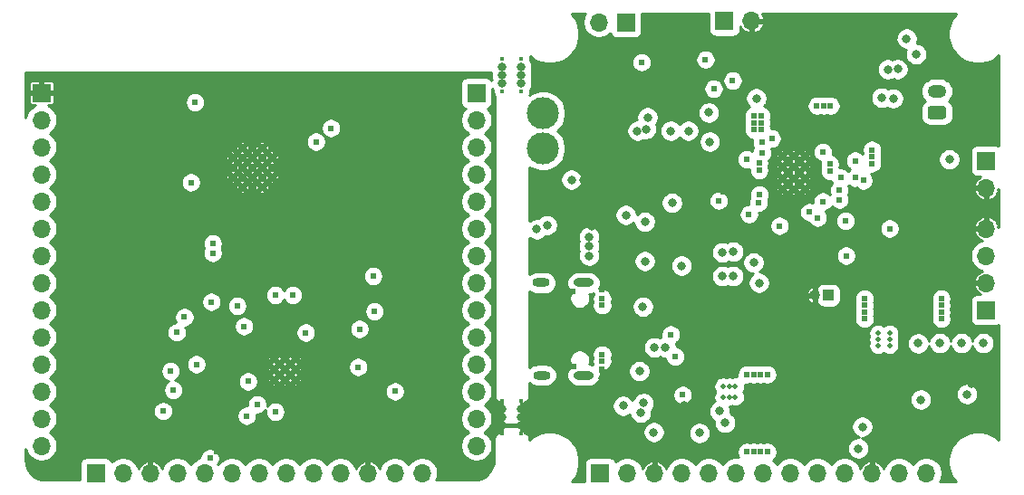
<source format=gbr>
G04 #@! TF.GenerationSoftware,KiCad,Pcbnew,(5.1.8)-1*
G04 #@! TF.CreationDate,2021-02-03T20:38:12+01:00*
G04 #@! TF.ProjectId,SuperPower-uC-KiCad,53757065-7250-46f7-9765-722d75432d4b,rev?*
G04 #@! TF.SameCoordinates,Original*
G04 #@! TF.FileFunction,Copper,L2,Inr*
G04 #@! TF.FilePolarity,Positive*
%FSLAX46Y46*%
G04 Gerber Fmt 4.6, Leading zero omitted, Abs format (unit mm)*
G04 Created by KiCad (PCBNEW (5.1.8)-1) date 2021-02-03 20:38:12*
%MOMM*%
%LPD*%
G01*
G04 APERTURE LIST*
G04 #@! TA.AperFunction,ComponentPad*
%ADD10O,1.600000X0.800000*%
G04 #@! TD*
G04 #@! TA.AperFunction,ComponentPad*
%ADD11O,1.900000X0.800000*%
G04 #@! TD*
G04 #@! TA.AperFunction,ComponentPad*
%ADD12C,0.650000*%
G04 #@! TD*
G04 #@! TA.AperFunction,ComponentPad*
%ADD13C,0.500000*%
G04 #@! TD*
G04 #@! TA.AperFunction,ComponentPad*
%ADD14O,1.700000X1.700000*%
G04 #@! TD*
G04 #@! TA.AperFunction,ComponentPad*
%ADD15R,1.700000X1.700000*%
G04 #@! TD*
G04 #@! TA.AperFunction,WasherPad*
%ADD16C,3.000000*%
G04 #@! TD*
G04 #@! TA.AperFunction,ComponentPad*
%ADD17O,1.000000X1.000000*%
G04 #@! TD*
G04 #@! TA.AperFunction,ComponentPad*
%ADD18R,1.000000X1.000000*%
G04 #@! TD*
G04 #@! TA.AperFunction,ComponentPad*
%ADD19O,1.750000X1.200000*%
G04 #@! TD*
G04 #@! TA.AperFunction,ViaPad*
%ADD20C,0.800000*%
G04 #@! TD*
G04 #@! TA.AperFunction,ViaPad*
%ADD21C,0.410000*%
G04 #@! TD*
G04 #@! TA.AperFunction,ViaPad*
%ADD22C,0.610000*%
G04 #@! TD*
G04 #@! TA.AperFunction,ViaPad*
%ADD23C,0.500000*%
G04 #@! TD*
G04 #@! TA.AperFunction,Conductor*
%ADD24C,0.400000*%
G04 #@! TD*
G04 #@! TA.AperFunction,Conductor*
%ADD25C,0.250000*%
G04 #@! TD*
G04 #@! TA.AperFunction,Conductor*
%ADD26C,0.254000*%
G04 #@! TD*
G04 #@! TA.AperFunction,Conductor*
%ADD27C,0.100000*%
G04 #@! TD*
G04 APERTURE END LIST*
D10*
X150465000Y-102228400D03*
X150515000Y-110878400D03*
D11*
X154415000Y-102228400D03*
X154415000Y-110878400D03*
D12*
X122527260Y-89596760D03*
X124362260Y-89596760D03*
X121609760Y-90514260D03*
X121609760Y-92349260D03*
X123444760Y-90514260D03*
X125279760Y-90514260D03*
X123444760Y-92349260D03*
X125279760Y-92349260D03*
X122527260Y-91431760D03*
X122527260Y-93266760D03*
X124362260Y-91431760D03*
X124362260Y-93266760D03*
D13*
X127476760Y-111322360D03*
X126476760Y-111322360D03*
X125476760Y-111322360D03*
X127476760Y-110322360D03*
X126476760Y-110322360D03*
X125476760Y-110322360D03*
X127476760Y-109322360D03*
X126476760Y-109322360D03*
X125476760Y-109322360D03*
D14*
X192024000Y-97155000D03*
X192024000Y-99695000D03*
X192024000Y-102235000D03*
D15*
X192024000Y-104775000D03*
D13*
X175090400Y-93472200D03*
X174015400Y-93472200D03*
X172940400Y-93472200D03*
X175090400Y-92422200D03*
X174015400Y-92422200D03*
X172940400Y-92422200D03*
X175090400Y-91372200D03*
X174015400Y-91372200D03*
X172940400Y-91372200D03*
X175090400Y-90322200D03*
X174015400Y-90322200D03*
X172940400Y-90322200D03*
D16*
X150622000Y-86360000D03*
X150622000Y-89662000D03*
D14*
X186436000Y-120015000D03*
X183896000Y-120015000D03*
X181356000Y-120015000D03*
X178816000Y-120015000D03*
X176276000Y-120015000D03*
X173736000Y-120015000D03*
X171196000Y-120015000D03*
X168656000Y-120015000D03*
X166116000Y-120015000D03*
X163576000Y-120015000D03*
X161036000Y-120015000D03*
X158496000Y-120015000D03*
D15*
X155956000Y-120015000D03*
D14*
X139319000Y-120015000D03*
X136779000Y-120015000D03*
X134239000Y-120015000D03*
X131699000Y-120015000D03*
X129159000Y-120015000D03*
X126619000Y-120015000D03*
X124079000Y-120015000D03*
X121539000Y-120015000D03*
X118999000Y-120015000D03*
X116459000Y-120015000D03*
X113919000Y-120015000D03*
X111379000Y-120015000D03*
D15*
X108839000Y-120015000D03*
D14*
X144399000Y-117475000D03*
X144399000Y-114935000D03*
X144399000Y-112395000D03*
X144399000Y-109855000D03*
X144399000Y-107315000D03*
X144399000Y-104775000D03*
X144399000Y-102235000D03*
X144399000Y-99695000D03*
X144399000Y-97155000D03*
X144399000Y-94615000D03*
X144399000Y-92075000D03*
X144399000Y-89535000D03*
X144399000Y-86995000D03*
D15*
X144399000Y-84455000D03*
D14*
X103759000Y-117475000D03*
X103759000Y-114935000D03*
X103759000Y-112395000D03*
X103759000Y-109855000D03*
X103759000Y-107315000D03*
X103759000Y-104775000D03*
X103759000Y-102235000D03*
X103759000Y-99695000D03*
X103759000Y-97155000D03*
X103759000Y-94615000D03*
X103759000Y-92075000D03*
X103759000Y-89535000D03*
X103759000Y-86995000D03*
D15*
X103759000Y-84455000D03*
D14*
X192024000Y-93345000D03*
D15*
X192024000Y-90805000D03*
D17*
X176022000Y-103378000D03*
D18*
X177292000Y-103378000D03*
D14*
X155829000Y-77851000D03*
D15*
X158369000Y-77851000D03*
X167576500Y-77724000D03*
D14*
X170116500Y-77724000D03*
G04 #@! TA.AperFunction,ComponentPad*
G36*
G01*
X188051601Y-86909200D02*
X186801599Y-86909200D01*
G75*
G02*
X186551600Y-86659201I0J249999D01*
G01*
X186551600Y-85959199D01*
G75*
G02*
X186801599Y-85709200I249999J0D01*
G01*
X188051601Y-85709200D01*
G75*
G02*
X188301600Y-85959199I0J-249999D01*
G01*
X188301600Y-86659201D01*
G75*
G02*
X188051601Y-86909200I-249999J0D01*
G01*
G37*
G04 #@! TD.AperFunction*
D19*
X187426600Y-84309200D03*
D20*
X146812000Y-83566000D03*
X146812000Y-82804000D03*
X146812000Y-82042000D03*
X148590000Y-83566000D03*
X148590000Y-82804000D03*
X148590000Y-82042000D03*
D21*
X148590000Y-81280000D03*
X146812000Y-81280000D03*
X148590000Y-84328000D03*
X146812000Y-84328000D03*
D20*
X183769000Y-82232500D03*
X182847793Y-82264151D03*
X156845000Y-87249000D03*
X157670500Y-87249000D03*
X156845000Y-85534500D03*
X157670500Y-85534500D03*
X158496000Y-87249000D03*
X158496000Y-85534500D03*
X191262000Y-115062000D03*
X146812000Y-114046000D03*
X146812000Y-114808000D03*
X148590000Y-114808000D03*
X148590000Y-114046000D03*
D21*
X148590000Y-116332000D03*
X146812000Y-116332000D03*
X146812000Y-113284000D03*
X148590000Y-113284000D03*
D20*
X146812000Y-115570000D03*
X181356000Y-97282000D03*
X180721000Y-100584000D03*
X172466000Y-98933000D03*
X169164000Y-98171000D03*
X156337000Y-100965000D03*
X159639000Y-101981000D03*
X160020000Y-109220000D03*
X163194989Y-117982989D03*
X165354000Y-117983000D03*
X173863000Y-107442000D03*
X174371000Y-105791000D03*
X178186464Y-106385525D03*
X187198000Y-115316000D03*
X158242000Y-108585000D03*
X160024660Y-92333660D03*
D22*
X120777000Y-106807000D03*
X120142000Y-117983000D03*
X119888000Y-113533010D03*
D20*
X130810000Y-83947000D03*
X117983000Y-83947000D03*
X117533914Y-101912914D03*
X133731000Y-111760000D03*
X133731000Y-112776000D03*
X133731000Y-113792000D03*
X125603000Y-118110000D03*
X127000000Y-118110000D03*
D22*
X119761000Y-116459000D03*
X118491000Y-114681000D03*
D20*
X154432000Y-92583000D03*
X183769000Y-111633000D03*
X163830000Y-113665000D03*
X153416000Y-85979000D03*
X188849000Y-93853000D03*
X155194000Y-96901000D03*
D22*
X167449500Y-93726000D03*
D20*
X187388500Y-79184500D03*
X182395722Y-79413030D03*
X183354307Y-79356807D03*
X164755990Y-91567000D03*
X170053000Y-109220000D03*
X170053004Y-107061000D03*
X170053000Y-105092500D03*
X188658500Y-111506000D03*
X190658755Y-111664755D03*
X192087500Y-111760000D03*
X186503042Y-111629458D03*
D22*
X176403000Y-117411500D03*
D20*
X160909029Y-117983029D03*
D22*
X168148985Y-82042985D03*
D20*
X137922000Y-111506000D03*
X167476590Y-118146410D03*
X179698254Y-106809574D03*
D22*
X165354000Y-108585000D03*
X165988998Y-108585002D03*
D20*
X180705723Y-111109723D03*
X173863000Y-113030000D03*
X173863000Y-113919000D03*
X173863000Y-114808000D03*
X173863000Y-115697000D03*
X184277000Y-101473000D03*
X183451500Y-101473000D03*
X182626000Y-101473000D03*
X185102500Y-101473000D03*
X185928000Y-101473000D03*
X176657000Y-79883000D03*
X175831500Y-79883000D03*
X175006000Y-79883000D03*
X177482500Y-79883000D03*
X178308000Y-79883000D03*
X161861500Y-81380500D03*
D22*
X166751000Y-79629000D03*
D20*
X156026791Y-92618111D03*
D22*
X182445944Y-110218529D03*
X165293187Y-112399436D03*
X164079010Y-110610609D03*
D20*
X148590000Y-115570000D03*
X151320500Y-113411000D03*
X151320500Y-115443000D03*
X150368000Y-114427000D03*
D22*
X156146500Y-110347503D03*
D20*
X156177979Y-111125000D03*
D22*
X153485980Y-110056591D03*
X153416000Y-103060500D03*
D20*
X175450498Y-112077500D03*
D22*
X176212500Y-87122000D03*
X176593500Y-87820500D03*
D20*
X161036000Y-91821000D03*
D22*
X156145734Y-102874507D03*
D20*
X158091239Y-102455744D03*
D22*
X162623500Y-110617000D03*
D20*
X180594000Y-113284000D03*
X185039000Y-92329000D03*
D22*
X170179504Y-81406504D03*
D20*
X154940000Y-97917000D03*
X154940000Y-99695000D03*
X154940000Y-98806000D03*
D22*
X170751500Y-94742000D03*
X170831617Y-93968527D03*
X169655593Y-90675114D03*
X183007000Y-97155000D03*
X171093825Y-90058868D03*
X178303268Y-93533300D03*
X172720000Y-96901000D03*
X178879500Y-96437974D03*
D20*
X170561000Y-84963000D03*
D22*
X171069096Y-89100958D03*
D20*
X170815000Y-102235000D03*
X170307000Y-100330000D03*
D22*
X171005500Y-86614000D03*
X171005500Y-87249000D03*
X171005500Y-87884000D03*
X170307000Y-86614000D03*
X170307000Y-87249000D03*
X170307000Y-87884000D03*
X177482500Y-85661500D03*
X176847500Y-85661500D03*
X176212500Y-85661500D03*
X171986077Y-88726794D03*
X170815000Y-91694000D03*
X170815000Y-90995500D03*
X179788584Y-90802747D03*
X179782587Y-92404398D03*
X123063000Y-111452360D03*
X133350000Y-110109000D03*
D20*
X160401000Y-86741000D03*
D22*
X169862500Y-95821500D03*
X167044990Y-94551500D03*
D20*
X166116000Y-86296500D03*
X160240839Y-87850839D03*
X162560000Y-88011000D03*
X164211000Y-88011000D03*
D22*
X176777555Y-94617148D03*
X165798500Y-81343500D03*
X159829500Y-81597500D03*
D20*
X159448500Y-88011000D03*
X167386000Y-101600000D03*
X168402000Y-101600000D03*
X163562844Y-100622032D03*
X160147000Y-100203000D03*
X162687000Y-94742000D03*
X160147000Y-96520000D03*
X168402000Y-99313988D03*
X166206000Y-89027000D03*
X167386000Y-99377500D03*
D22*
X136784900Y-112389100D03*
X134874000Y-104902000D03*
X178943000Y-99695000D03*
D20*
X159639000Y-110490000D03*
X151003000Y-96837500D03*
X150050502Y-97218500D03*
D22*
X156146500Y-108935253D03*
X156146500Y-104330500D03*
X156146500Y-103695500D03*
X156146500Y-109537500D03*
D20*
X159956500Y-104457500D03*
D22*
X176281000Y-96140488D03*
X168338500Y-83312000D03*
X125603000Y-103378000D03*
X129413000Y-89027000D03*
X127254000Y-103378000D03*
X130810000Y-87757000D03*
X175510433Y-95625477D03*
X166565015Y-84067515D03*
X134747000Y-101600000D03*
X116395500Y-106870500D03*
D20*
X153289000Y-92583000D03*
X158369000Y-95885000D03*
X184594500Y-79375000D03*
X182260997Y-84899500D03*
D22*
X125606760Y-114300000D03*
X122936000Y-114681000D03*
X128452046Y-106889832D03*
X122682000Y-106299000D03*
D20*
X162069000Y-108267500D03*
X161019000Y-108267500D03*
D22*
X178319868Y-94440867D03*
X180552630Y-92655694D03*
X163671471Y-112717969D03*
X162966393Y-109137710D03*
D23*
X181927500Y-108077000D03*
X181927500Y-107505500D03*
X181927500Y-106934000D03*
D22*
X180657500Y-105600500D03*
X180657500Y-104330500D03*
X180657500Y-103695500D03*
X180657500Y-104965500D03*
X187833000Y-103695500D03*
D23*
X183007000Y-108077000D03*
X183007000Y-106934000D03*
D22*
X187833000Y-105600500D03*
X187833000Y-104965500D03*
X187833000Y-104330500D03*
D23*
X183007000Y-107505500D03*
D22*
X169672000Y-118046500D03*
X170307000Y-118046500D03*
X170942000Y-118046500D03*
X171577000Y-118046500D03*
D23*
X167449500Y-112903000D03*
X168021000Y-112903000D03*
X168592500Y-112903000D03*
D22*
X169672000Y-110807500D03*
X170307000Y-110807500D03*
X170942000Y-110807500D03*
X171577000Y-110807500D03*
D23*
X167449500Y-111887000D03*
X168021000Y-111887000D03*
X168592500Y-111887000D03*
D22*
X118237000Y-109855000D03*
X122047000Y-104394000D03*
D20*
X185482998Y-80835000D03*
X183339194Y-84977694D03*
D22*
X162560000Y-107061000D03*
D20*
X160020000Y-113474500D03*
X158115000Y-113728500D03*
X159766000Y-114363500D03*
X167640000Y-115316000D03*
X165242578Y-116275430D03*
X160972500Y-116205000D03*
X167132000Y-114236500D03*
X190246000Y-112649000D03*
X185928000Y-113156986D03*
X180086000Y-117729000D03*
X180467000Y-115697000D03*
X185667800Y-107892700D03*
X187699800Y-107880300D03*
X189731800Y-107880300D03*
X191763800Y-107880300D03*
D22*
X178435000Y-92392500D03*
X176756325Y-89975664D03*
X119490155Y-118650716D03*
X115125500Y-114236500D03*
X119634000Y-104013000D03*
X116078000Y-112268000D03*
X117729000Y-92837000D03*
X133477000Y-106553000D03*
X119765990Y-99442907D03*
X119765990Y-98552000D03*
X115824000Y-110490000D03*
X118110000Y-85344000D03*
X117114108Y-105444177D03*
X123909926Y-113592684D03*
D20*
X188595000Y-90678000D03*
D22*
X177450462Y-91789538D03*
X181356239Y-89788761D03*
X181356000Y-90424000D03*
X181356000Y-91059000D03*
X177418990Y-91122510D03*
D24*
X146812000Y-115570000D02*
X147999010Y-115570000D01*
X147999010Y-115570000D02*
X148717000Y-115570000D01*
D25*
X146812000Y-114046000D02*
X146812000Y-114808000D01*
X148590000Y-114046000D02*
X148590000Y-114808000D01*
X148590000Y-114808000D02*
X148590000Y-115570000D01*
X146812000Y-114046000D02*
X146812000Y-113284000D01*
X148590000Y-116332000D02*
X148590000Y-115570000D01*
X146812000Y-116332000D02*
X146812000Y-115570000D01*
X148590000Y-113284000D02*
X148590000Y-114046000D01*
X146812000Y-114808000D02*
X146812000Y-115570000D01*
D24*
X146812000Y-115570000D02*
X145923000Y-115570000D01*
X145923000Y-115570000D02*
X145288000Y-116205000D01*
X148717000Y-115608001D02*
X149186999Y-115608001D01*
X149186999Y-115608001D02*
X149968001Y-114826999D01*
X149968001Y-114826999D02*
X150368000Y-114427000D01*
D26*
X154513010Y-77147589D02*
X154401068Y-77417842D01*
X154344000Y-77704740D01*
X154344000Y-77997260D01*
X154401068Y-78284158D01*
X154513010Y-78554411D01*
X154675525Y-78797632D01*
X154882368Y-79004475D01*
X155125589Y-79166990D01*
X155395842Y-79278932D01*
X155682740Y-79336000D01*
X155975260Y-79336000D01*
X156262158Y-79278932D01*
X156532411Y-79166990D01*
X156775632Y-79004475D01*
X156907487Y-78872620D01*
X156929498Y-78945180D01*
X156988463Y-79055494D01*
X157067815Y-79152185D01*
X157164506Y-79231537D01*
X157274820Y-79290502D01*
X157394518Y-79326812D01*
X157519000Y-79339072D01*
X159219000Y-79339072D01*
X159343482Y-79326812D01*
X159463180Y-79290502D01*
X159495809Y-79273061D01*
X183559500Y-79273061D01*
X183559500Y-79476939D01*
X183599274Y-79676898D01*
X183677295Y-79865256D01*
X183790563Y-80034774D01*
X183934726Y-80178937D01*
X184104244Y-80292205D01*
X184292602Y-80370226D01*
X184492561Y-80410000D01*
X184538763Y-80410000D01*
X184487772Y-80533102D01*
X184447998Y-80733061D01*
X184447998Y-80936939D01*
X184487772Y-81136898D01*
X184565793Y-81325256D01*
X184679061Y-81494774D01*
X184823224Y-81638937D01*
X184992742Y-81752205D01*
X185181100Y-81830226D01*
X185381059Y-81870000D01*
X185584937Y-81870000D01*
X185784896Y-81830226D01*
X185973254Y-81752205D01*
X186142772Y-81638937D01*
X186286935Y-81494774D01*
X186400203Y-81325256D01*
X186478224Y-81136898D01*
X186517998Y-80936939D01*
X186517998Y-80733061D01*
X186478224Y-80533102D01*
X186400203Y-80344744D01*
X186286935Y-80175226D01*
X186142772Y-80031063D01*
X185973254Y-79917795D01*
X185784896Y-79839774D01*
X185584937Y-79800000D01*
X185538735Y-79800000D01*
X185589726Y-79676898D01*
X185629500Y-79476939D01*
X185629500Y-79273061D01*
X185589726Y-79073102D01*
X185511705Y-78884744D01*
X185398437Y-78715226D01*
X185254274Y-78571063D01*
X185084756Y-78457795D01*
X184896398Y-78379774D01*
X184696439Y-78340000D01*
X184492561Y-78340000D01*
X184292602Y-78379774D01*
X184104244Y-78457795D01*
X183934726Y-78571063D01*
X183790563Y-78715226D01*
X183677295Y-78884744D01*
X183599274Y-79073102D01*
X183559500Y-79273061D01*
X159495809Y-79273061D01*
X159573494Y-79231537D01*
X159670185Y-79152185D01*
X159749537Y-79055494D01*
X159808502Y-78945180D01*
X159844812Y-78825482D01*
X159857072Y-78701000D01*
X159857072Y-77063200D01*
X166088428Y-77063200D01*
X166088428Y-78574000D01*
X166100688Y-78698482D01*
X166136998Y-78818180D01*
X166195963Y-78928494D01*
X166275315Y-79025185D01*
X166372006Y-79104537D01*
X166482320Y-79163502D01*
X166602018Y-79199812D01*
X166726500Y-79212072D01*
X168426500Y-79212072D01*
X168550982Y-79199812D01*
X168670680Y-79163502D01*
X168780994Y-79104537D01*
X168877685Y-79025185D01*
X168957037Y-78928494D01*
X169016002Y-78818180D01*
X169052312Y-78698482D01*
X169064572Y-78574000D01*
X169064572Y-78251226D01*
X169185154Y-78443679D01*
X169343452Y-78611547D01*
X169531458Y-78745307D01*
X169741947Y-78839819D01*
X169808015Y-78859855D01*
X169989500Y-78811862D01*
X169989500Y-77851000D01*
X170243500Y-77851000D01*
X170243500Y-78811862D01*
X170424985Y-78859855D01*
X170491053Y-78839819D01*
X170701542Y-78745307D01*
X170889548Y-78611547D01*
X171047846Y-78443679D01*
X171170353Y-78248154D01*
X171252361Y-78032486D01*
X171204884Y-77851000D01*
X170243500Y-77851000D01*
X169989500Y-77851000D01*
X169969500Y-77851000D01*
X169969500Y-77597000D01*
X169989500Y-77597000D01*
X169989500Y-77577000D01*
X170243500Y-77577000D01*
X170243500Y-77597000D01*
X171204884Y-77597000D01*
X171252361Y-77415514D01*
X171170353Y-77199846D01*
X171084737Y-77063200D01*
X189214729Y-77063200D01*
X189104963Y-77172966D01*
X188801054Y-77627797D01*
X188591718Y-78133179D01*
X188485000Y-78669689D01*
X188485000Y-79216711D01*
X188591718Y-79753221D01*
X188801054Y-80258603D01*
X189104963Y-80713434D01*
X189491766Y-81100237D01*
X189946597Y-81404146D01*
X190451979Y-81613482D01*
X190988489Y-81720200D01*
X191535511Y-81720200D01*
X192072021Y-81613482D01*
X192577403Y-81404146D01*
X193032234Y-81100237D01*
X193167400Y-80965071D01*
X193167400Y-89391807D01*
X193118180Y-89365498D01*
X192998482Y-89329188D01*
X192874000Y-89316928D01*
X191174000Y-89316928D01*
X191049518Y-89329188D01*
X190929820Y-89365498D01*
X190819506Y-89424463D01*
X190722815Y-89503815D01*
X190643463Y-89600506D01*
X190584498Y-89710820D01*
X190548188Y-89830518D01*
X190535928Y-89955000D01*
X190535928Y-91655000D01*
X190548188Y-91779482D01*
X190584498Y-91899180D01*
X190643463Y-92009494D01*
X190722815Y-92106185D01*
X190819506Y-92185537D01*
X190929820Y-92244502D01*
X191049518Y-92280812D01*
X191174000Y-92293072D01*
X191496774Y-92293072D01*
X191304321Y-92413654D01*
X191136453Y-92571952D01*
X191002693Y-92759958D01*
X190908181Y-92970447D01*
X190888145Y-93036515D01*
X190936138Y-93218000D01*
X191897000Y-93218000D01*
X191897000Y-93198000D01*
X192151000Y-93198000D01*
X192151000Y-93218000D01*
X192171000Y-93218000D01*
X192171000Y-93472000D01*
X192151000Y-93472000D01*
X192151000Y-94433384D01*
X192332486Y-94480861D01*
X192548154Y-94398853D01*
X192743679Y-94276346D01*
X192911547Y-94118048D01*
X193045307Y-93930042D01*
X193139819Y-93719553D01*
X193159855Y-93653485D01*
X193111863Y-93472002D01*
X193167400Y-93472002D01*
X193167400Y-97027998D01*
X193111863Y-97027998D01*
X193159855Y-96846515D01*
X193139819Y-96780447D01*
X193045307Y-96569958D01*
X192911547Y-96381952D01*
X192743679Y-96223654D01*
X192548154Y-96101147D01*
X192332486Y-96019139D01*
X192151000Y-96066616D01*
X192151000Y-97028000D01*
X192171000Y-97028000D01*
X192171000Y-97282000D01*
X192151000Y-97282000D01*
X192151000Y-97302000D01*
X191897000Y-97302000D01*
X191897000Y-97282000D01*
X190936138Y-97282000D01*
X190888145Y-97463485D01*
X190908181Y-97529553D01*
X191002693Y-97740042D01*
X191136453Y-97928048D01*
X191304321Y-98086346D01*
X191499846Y-98208853D01*
X191631614Y-98258958D01*
X191590842Y-98267068D01*
X191320589Y-98379010D01*
X191077368Y-98541525D01*
X190870525Y-98748368D01*
X190708010Y-98991589D01*
X190596068Y-99261842D01*
X190539000Y-99548740D01*
X190539000Y-99841260D01*
X190596068Y-100128158D01*
X190708010Y-100398411D01*
X190870525Y-100641632D01*
X191077368Y-100848475D01*
X191320589Y-101010990D01*
X191590842Y-101122932D01*
X191631614Y-101131042D01*
X191499846Y-101181147D01*
X191304321Y-101303654D01*
X191136453Y-101461952D01*
X191002693Y-101649958D01*
X190908181Y-101860447D01*
X190888145Y-101926515D01*
X190936138Y-102108000D01*
X191897000Y-102108000D01*
X191897000Y-102088000D01*
X192151000Y-102088000D01*
X192151000Y-102108000D01*
X192171000Y-102108000D01*
X192171000Y-102362000D01*
X192151000Y-102362000D01*
X192151000Y-102382000D01*
X191897000Y-102382000D01*
X191897000Y-102362000D01*
X190936138Y-102362000D01*
X190888145Y-102543485D01*
X190908181Y-102609553D01*
X191002693Y-102820042D01*
X191136453Y-103008048D01*
X191304321Y-103166346D01*
X191496774Y-103286928D01*
X191174000Y-103286928D01*
X191049518Y-103299188D01*
X190929820Y-103335498D01*
X190819506Y-103394463D01*
X190722815Y-103473815D01*
X190643463Y-103570506D01*
X190584498Y-103680820D01*
X190548188Y-103800518D01*
X190535928Y-103925000D01*
X190535928Y-105625000D01*
X190548188Y-105749482D01*
X190584498Y-105869180D01*
X190643463Y-105979494D01*
X190722815Y-106076185D01*
X190819506Y-106155537D01*
X190929820Y-106214502D01*
X191049518Y-106250812D01*
X191174000Y-106263072D01*
X192874000Y-106263072D01*
X192998482Y-106250812D01*
X193118180Y-106214502D01*
X193167401Y-106188193D01*
X193167401Y-116926330D01*
X193032234Y-116791163D01*
X192577403Y-116487254D01*
X192072021Y-116277918D01*
X191535511Y-116171200D01*
X190988489Y-116171200D01*
X190451979Y-116277918D01*
X189946597Y-116487254D01*
X189491766Y-116791163D01*
X189104963Y-117177966D01*
X188801054Y-117632797D01*
X188591718Y-118138179D01*
X188485000Y-118674689D01*
X188485000Y-119221711D01*
X188591718Y-119758221D01*
X188801054Y-120263603D01*
X189104963Y-120718434D01*
X189240129Y-120853600D01*
X187661660Y-120853600D01*
X187751990Y-120718411D01*
X187863932Y-120448158D01*
X187921000Y-120161260D01*
X187921000Y-119868740D01*
X187863932Y-119581842D01*
X187751990Y-119311589D01*
X187589475Y-119068368D01*
X187382632Y-118861525D01*
X187139411Y-118699010D01*
X186869158Y-118587068D01*
X186582260Y-118530000D01*
X186289740Y-118530000D01*
X186002842Y-118587068D01*
X185732589Y-118699010D01*
X185489368Y-118861525D01*
X185282525Y-119068368D01*
X185166000Y-119242760D01*
X185049475Y-119068368D01*
X184842632Y-118861525D01*
X184599411Y-118699010D01*
X184329158Y-118587068D01*
X184042260Y-118530000D01*
X183749740Y-118530000D01*
X183462842Y-118587068D01*
X183192589Y-118699010D01*
X182949368Y-118861525D01*
X182742525Y-119068368D01*
X182580010Y-119311589D01*
X182468068Y-119581842D01*
X182459958Y-119622614D01*
X182409853Y-119490846D01*
X182287346Y-119295321D01*
X182129048Y-119127453D01*
X181941042Y-118993693D01*
X181730553Y-118899181D01*
X181664485Y-118879145D01*
X181483000Y-118927138D01*
X181483000Y-119888000D01*
X181503000Y-119888000D01*
X181503000Y-120142000D01*
X181483000Y-120142000D01*
X181483000Y-120162000D01*
X181229000Y-120162000D01*
X181229000Y-120142000D01*
X181209000Y-120142000D01*
X181209000Y-119888000D01*
X181229000Y-119888000D01*
X181229000Y-118927138D01*
X181047515Y-118879145D01*
X180981447Y-118899181D01*
X180770958Y-118993693D01*
X180582952Y-119127453D01*
X180424654Y-119295321D01*
X180302147Y-119490846D01*
X180252042Y-119622614D01*
X180243932Y-119581842D01*
X180131990Y-119311589D01*
X179969475Y-119068368D01*
X179762632Y-118861525D01*
X179519411Y-118699010D01*
X179249158Y-118587068D01*
X178962260Y-118530000D01*
X178669740Y-118530000D01*
X178382842Y-118587068D01*
X178112589Y-118699010D01*
X177869368Y-118861525D01*
X177662525Y-119068368D01*
X177546000Y-119242760D01*
X177429475Y-119068368D01*
X177222632Y-118861525D01*
X176979411Y-118699010D01*
X176709158Y-118587068D01*
X176422260Y-118530000D01*
X176129740Y-118530000D01*
X175842842Y-118587068D01*
X175572589Y-118699010D01*
X175329368Y-118861525D01*
X175122525Y-119068368D01*
X175006000Y-119242760D01*
X174889475Y-119068368D01*
X174682632Y-118861525D01*
X174439411Y-118699010D01*
X174169158Y-118587068D01*
X173882260Y-118530000D01*
X173589740Y-118530000D01*
X173302842Y-118587068D01*
X173032589Y-118699010D01*
X172789368Y-118861525D01*
X172582525Y-119068368D01*
X172466000Y-119242760D01*
X172349475Y-119068368D01*
X172142632Y-118861525D01*
X172095908Y-118830305D01*
X172176215Y-118776645D01*
X172307145Y-118645715D01*
X172410017Y-118491757D01*
X172480876Y-118320688D01*
X172517000Y-118139082D01*
X172517000Y-117953918D01*
X172480876Y-117772312D01*
X172420712Y-117627061D01*
X179051000Y-117627061D01*
X179051000Y-117830939D01*
X179090774Y-118030898D01*
X179168795Y-118219256D01*
X179282063Y-118388774D01*
X179426226Y-118532937D01*
X179595744Y-118646205D01*
X179784102Y-118724226D01*
X179984061Y-118764000D01*
X180187939Y-118764000D01*
X180387898Y-118724226D01*
X180576256Y-118646205D01*
X180745774Y-118532937D01*
X180889937Y-118388774D01*
X181003205Y-118219256D01*
X181081226Y-118030898D01*
X181121000Y-117830939D01*
X181121000Y-117627061D01*
X181081226Y-117427102D01*
X181003205Y-117238744D01*
X180889937Y-117069226D01*
X180745774Y-116925063D01*
X180576256Y-116811795D01*
X180387898Y-116733774D01*
X180378979Y-116732000D01*
X180568939Y-116732000D01*
X180768898Y-116692226D01*
X180957256Y-116614205D01*
X181126774Y-116500937D01*
X181270937Y-116356774D01*
X181384205Y-116187256D01*
X181462226Y-115998898D01*
X181502000Y-115798939D01*
X181502000Y-115595061D01*
X181462226Y-115395102D01*
X181384205Y-115206744D01*
X181270937Y-115037226D01*
X181126774Y-114893063D01*
X180957256Y-114779795D01*
X180768898Y-114701774D01*
X180568939Y-114662000D01*
X180365061Y-114662000D01*
X180165102Y-114701774D01*
X179976744Y-114779795D01*
X179807226Y-114893063D01*
X179663063Y-115037226D01*
X179549795Y-115206744D01*
X179471774Y-115395102D01*
X179432000Y-115595061D01*
X179432000Y-115798939D01*
X179471774Y-115998898D01*
X179549795Y-116187256D01*
X179663063Y-116356774D01*
X179807226Y-116500937D01*
X179976744Y-116614205D01*
X180165102Y-116692226D01*
X180174021Y-116694000D01*
X179984061Y-116694000D01*
X179784102Y-116733774D01*
X179595744Y-116811795D01*
X179426226Y-116925063D01*
X179282063Y-117069226D01*
X179168795Y-117238744D01*
X179090774Y-117427102D01*
X179051000Y-117627061D01*
X172420712Y-117627061D01*
X172410017Y-117601243D01*
X172307145Y-117447285D01*
X172176215Y-117316355D01*
X172022257Y-117213483D01*
X171851188Y-117142624D01*
X171669582Y-117106500D01*
X171484418Y-117106500D01*
X171302812Y-117142624D01*
X171259500Y-117160564D01*
X171216188Y-117142624D01*
X171034582Y-117106500D01*
X170849418Y-117106500D01*
X170667812Y-117142624D01*
X170624500Y-117160564D01*
X170581188Y-117142624D01*
X170399582Y-117106500D01*
X170214418Y-117106500D01*
X170032812Y-117142624D01*
X169989500Y-117160564D01*
X169946188Y-117142624D01*
X169764582Y-117106500D01*
X169579418Y-117106500D01*
X169397812Y-117142624D01*
X169226743Y-117213483D01*
X169072785Y-117316355D01*
X168941855Y-117447285D01*
X168838983Y-117601243D01*
X168768124Y-117772312D01*
X168732000Y-117953918D01*
X168732000Y-118139082D01*
X168768124Y-118320688D01*
X168838983Y-118491757D01*
X168874082Y-118544286D01*
X168802260Y-118530000D01*
X168509740Y-118530000D01*
X168222842Y-118587068D01*
X167952589Y-118699010D01*
X167709368Y-118861525D01*
X167502525Y-119068368D01*
X167386000Y-119242760D01*
X167269475Y-119068368D01*
X167062632Y-118861525D01*
X166819411Y-118699010D01*
X166549158Y-118587068D01*
X166262260Y-118530000D01*
X165969740Y-118530000D01*
X165682842Y-118587068D01*
X165412589Y-118699010D01*
X165169368Y-118861525D01*
X164962525Y-119068368D01*
X164846000Y-119242760D01*
X164729475Y-119068368D01*
X164522632Y-118861525D01*
X164279411Y-118699010D01*
X164009158Y-118587068D01*
X163722260Y-118530000D01*
X163429740Y-118530000D01*
X163142842Y-118587068D01*
X162872589Y-118699010D01*
X162629368Y-118861525D01*
X162422525Y-119068368D01*
X162260010Y-119311589D01*
X162148068Y-119581842D01*
X162139958Y-119622614D01*
X162089853Y-119490846D01*
X161967346Y-119295321D01*
X161809048Y-119127453D01*
X161621042Y-118993693D01*
X161410553Y-118899181D01*
X161344485Y-118879145D01*
X161163000Y-118927138D01*
X161163000Y-119888000D01*
X161183000Y-119888000D01*
X161183000Y-120142000D01*
X161163000Y-120142000D01*
X161163000Y-120162000D01*
X160909000Y-120162000D01*
X160909000Y-120142000D01*
X160889000Y-120142000D01*
X160889000Y-119888000D01*
X160909000Y-119888000D01*
X160909000Y-118927138D01*
X160727515Y-118879145D01*
X160661447Y-118899181D01*
X160450958Y-118993693D01*
X160262952Y-119127453D01*
X160104654Y-119295321D01*
X159982147Y-119490846D01*
X159932042Y-119622614D01*
X159923932Y-119581842D01*
X159811990Y-119311589D01*
X159649475Y-119068368D01*
X159442632Y-118861525D01*
X159199411Y-118699010D01*
X158929158Y-118587068D01*
X158642260Y-118530000D01*
X158349740Y-118530000D01*
X158062842Y-118587068D01*
X157792589Y-118699010D01*
X157549368Y-118861525D01*
X157417513Y-118993380D01*
X157395502Y-118920820D01*
X157336537Y-118810506D01*
X157257185Y-118713815D01*
X157160494Y-118634463D01*
X157050180Y-118575498D01*
X156930482Y-118539188D01*
X156806000Y-118526928D01*
X155106000Y-118526928D01*
X154981518Y-118539188D01*
X154861820Y-118575498D01*
X154751506Y-118634463D01*
X154654815Y-118713815D01*
X154575463Y-118810506D01*
X154516498Y-118920820D01*
X154480188Y-119040518D01*
X154467928Y-119165000D01*
X154467928Y-120853600D01*
X153278871Y-120853600D01*
X153414037Y-120718434D01*
X153717946Y-120263603D01*
X153927282Y-119758221D01*
X154034000Y-119221711D01*
X154034000Y-118674689D01*
X153927282Y-118138179D01*
X153717946Y-117632797D01*
X153414037Y-117177966D01*
X153027234Y-116791163D01*
X152572403Y-116487254D01*
X152067021Y-116277918D01*
X151530511Y-116171200D01*
X150983489Y-116171200D01*
X150446979Y-116277918D01*
X149941597Y-116487254D01*
X149486766Y-116791163D01*
X149372078Y-116905851D01*
X149371996Y-116871645D01*
X149375113Y-116840000D01*
X149371842Y-116806787D01*
X149371840Y-116806010D01*
X149368694Y-116774830D01*
X149362370Y-116710617D01*
X149362140Y-116709857D01*
X149362060Y-116709069D01*
X149343342Y-116647891D01*
X149324630Y-116586207D01*
X149324254Y-116585503D01*
X149324023Y-116584749D01*
X149293767Y-116528466D01*
X149263345Y-116471550D01*
X149262840Y-116470935D01*
X149262466Y-116470239D01*
X149221731Y-116420843D01*
X149180868Y-116371052D01*
X149180254Y-116370548D01*
X149179750Y-116369937D01*
X149130144Y-116329424D01*
X149080370Y-116288575D01*
X149079668Y-116288200D01*
X149079056Y-116287700D01*
X149022590Y-116257691D01*
X148965713Y-116227290D01*
X148964951Y-116227059D01*
X148964253Y-116226688D01*
X148902983Y-116208261D01*
X148841303Y-116189550D01*
X148840511Y-116189472D01*
X148839753Y-116189244D01*
X148795540Y-116184996D01*
X148795770Y-116103061D01*
X159937500Y-116103061D01*
X159937500Y-116306939D01*
X159977274Y-116506898D01*
X160055295Y-116695256D01*
X160168563Y-116864774D01*
X160312726Y-117008937D01*
X160482244Y-117122205D01*
X160670602Y-117200226D01*
X160870561Y-117240000D01*
X161074439Y-117240000D01*
X161274398Y-117200226D01*
X161462756Y-117122205D01*
X161632274Y-117008937D01*
X161776437Y-116864774D01*
X161889705Y-116695256D01*
X161967726Y-116506898D01*
X162007500Y-116306939D01*
X162007500Y-116173491D01*
X164207578Y-116173491D01*
X164207578Y-116377369D01*
X164247352Y-116577328D01*
X164325373Y-116765686D01*
X164438641Y-116935204D01*
X164582804Y-117079367D01*
X164752322Y-117192635D01*
X164940680Y-117270656D01*
X165140639Y-117310430D01*
X165344517Y-117310430D01*
X165544476Y-117270656D01*
X165732834Y-117192635D01*
X165902352Y-117079367D01*
X166046515Y-116935204D01*
X166159783Y-116765686D01*
X166237804Y-116577328D01*
X166277578Y-116377369D01*
X166277578Y-116173491D01*
X166237804Y-115973532D01*
X166159783Y-115785174D01*
X166046515Y-115615656D01*
X165902352Y-115471493D01*
X165732834Y-115358225D01*
X165544476Y-115280204D01*
X165344517Y-115240430D01*
X165140639Y-115240430D01*
X164940680Y-115280204D01*
X164752322Y-115358225D01*
X164582804Y-115471493D01*
X164438641Y-115615656D01*
X164325373Y-115785174D01*
X164247352Y-115973532D01*
X164207578Y-116173491D01*
X162007500Y-116173491D01*
X162007500Y-116103061D01*
X161967726Y-115903102D01*
X161889705Y-115714744D01*
X161776437Y-115545226D01*
X161632274Y-115401063D01*
X161462756Y-115287795D01*
X161274398Y-115209774D01*
X161074439Y-115170000D01*
X160870561Y-115170000D01*
X160670602Y-115209774D01*
X160482244Y-115287795D01*
X160312726Y-115401063D01*
X160168563Y-115545226D01*
X160055295Y-115714744D01*
X159977274Y-115903102D01*
X159937500Y-116103061D01*
X148795770Y-116103061D01*
X148802725Y-113626561D01*
X157080000Y-113626561D01*
X157080000Y-113830439D01*
X157119774Y-114030398D01*
X157197795Y-114218756D01*
X157311063Y-114388274D01*
X157455226Y-114532437D01*
X157624744Y-114645705D01*
X157813102Y-114723726D01*
X158013061Y-114763500D01*
X158216939Y-114763500D01*
X158416898Y-114723726D01*
X158605256Y-114645705D01*
X158747899Y-114550395D01*
X158770774Y-114665398D01*
X158848795Y-114853756D01*
X158962063Y-115023274D01*
X159106226Y-115167437D01*
X159275744Y-115280705D01*
X159464102Y-115358726D01*
X159664061Y-115398500D01*
X159867939Y-115398500D01*
X160067898Y-115358726D01*
X160256256Y-115280705D01*
X160425774Y-115167437D01*
X160569937Y-115023274D01*
X160683205Y-114853756D01*
X160761226Y-114665398D01*
X160801000Y-114465439D01*
X160801000Y-114261561D01*
X160783687Y-114174524D01*
X160823650Y-114134561D01*
X166097000Y-114134561D01*
X166097000Y-114338439D01*
X166136774Y-114538398D01*
X166214795Y-114726756D01*
X166328063Y-114896274D01*
X166472226Y-115040437D01*
X166619908Y-115139114D01*
X166605000Y-115214061D01*
X166605000Y-115417939D01*
X166644774Y-115617898D01*
X166722795Y-115806256D01*
X166836063Y-115975774D01*
X166980226Y-116119937D01*
X167149744Y-116233205D01*
X167338102Y-116311226D01*
X167538061Y-116351000D01*
X167741939Y-116351000D01*
X167941898Y-116311226D01*
X168130256Y-116233205D01*
X168299774Y-116119937D01*
X168443937Y-115975774D01*
X168557205Y-115806256D01*
X168635226Y-115617898D01*
X168675000Y-115417939D01*
X168675000Y-115214061D01*
X168635226Y-115014102D01*
X168557205Y-114825744D01*
X168443937Y-114656226D01*
X168299774Y-114512063D01*
X168152092Y-114413386D01*
X168167000Y-114338439D01*
X168167000Y-114134561D01*
X168127226Y-113934602D01*
X168066501Y-113788000D01*
X168108165Y-113788000D01*
X168279145Y-113753990D01*
X168306750Y-113742556D01*
X168334355Y-113753990D01*
X168505335Y-113788000D01*
X168679665Y-113788000D01*
X168850645Y-113753990D01*
X169011705Y-113687277D01*
X169156655Y-113590424D01*
X169279924Y-113467155D01*
X169376777Y-113322205D01*
X169443490Y-113161145D01*
X169464594Y-113055047D01*
X184893000Y-113055047D01*
X184893000Y-113258925D01*
X184932774Y-113458884D01*
X185010795Y-113647242D01*
X185124063Y-113816760D01*
X185268226Y-113960923D01*
X185437744Y-114074191D01*
X185626102Y-114152212D01*
X185826061Y-114191986D01*
X186029939Y-114191986D01*
X186229898Y-114152212D01*
X186418256Y-114074191D01*
X186587774Y-113960923D01*
X186731937Y-113816760D01*
X186845205Y-113647242D01*
X186923226Y-113458884D01*
X186963000Y-113258925D01*
X186963000Y-113055047D01*
X186923226Y-112855088D01*
X186845205Y-112666730D01*
X186765245Y-112547061D01*
X189211000Y-112547061D01*
X189211000Y-112750939D01*
X189250774Y-112950898D01*
X189328795Y-113139256D01*
X189442063Y-113308774D01*
X189586226Y-113452937D01*
X189755744Y-113566205D01*
X189944102Y-113644226D01*
X190144061Y-113684000D01*
X190347939Y-113684000D01*
X190547898Y-113644226D01*
X190736256Y-113566205D01*
X190905774Y-113452937D01*
X191049937Y-113308774D01*
X191163205Y-113139256D01*
X191241226Y-112950898D01*
X191281000Y-112750939D01*
X191281000Y-112547061D01*
X191241226Y-112347102D01*
X191163205Y-112158744D01*
X191049937Y-111989226D01*
X190905774Y-111845063D01*
X190736256Y-111731795D01*
X190547898Y-111653774D01*
X190347939Y-111614000D01*
X190144061Y-111614000D01*
X189944102Y-111653774D01*
X189755744Y-111731795D01*
X189586226Y-111845063D01*
X189442063Y-111989226D01*
X189328795Y-112158744D01*
X189250774Y-112347102D01*
X189211000Y-112547061D01*
X186765245Y-112547061D01*
X186731937Y-112497212D01*
X186587774Y-112353049D01*
X186418256Y-112239781D01*
X186229898Y-112161760D01*
X186029939Y-112121986D01*
X185826061Y-112121986D01*
X185626102Y-112161760D01*
X185437744Y-112239781D01*
X185268226Y-112353049D01*
X185124063Y-112497212D01*
X185010795Y-112666730D01*
X184932774Y-112855088D01*
X184893000Y-113055047D01*
X169464594Y-113055047D01*
X169477500Y-112990165D01*
X169477500Y-112815835D01*
X169443490Y-112644855D01*
X169376777Y-112483795D01*
X169317446Y-112395000D01*
X169376777Y-112306205D01*
X169443490Y-112145145D01*
X169477500Y-111974165D01*
X169477500Y-111799835D01*
X169462462Y-111724236D01*
X169579418Y-111747500D01*
X169764582Y-111747500D01*
X169946188Y-111711376D01*
X169989500Y-111693436D01*
X170032812Y-111711376D01*
X170214418Y-111747500D01*
X170399582Y-111747500D01*
X170581188Y-111711376D01*
X170624500Y-111693436D01*
X170667812Y-111711376D01*
X170849418Y-111747500D01*
X171034582Y-111747500D01*
X171216188Y-111711376D01*
X171259500Y-111693436D01*
X171302812Y-111711376D01*
X171484418Y-111747500D01*
X171669582Y-111747500D01*
X171851188Y-111711376D01*
X172022257Y-111640517D01*
X172176215Y-111537645D01*
X172307145Y-111406715D01*
X172410017Y-111252757D01*
X172480876Y-111081688D01*
X172517000Y-110900082D01*
X172517000Y-110714918D01*
X172480876Y-110533312D01*
X172410017Y-110362243D01*
X172307145Y-110208285D01*
X172176215Y-110077355D01*
X172022257Y-109974483D01*
X171851188Y-109903624D01*
X171669582Y-109867500D01*
X171484418Y-109867500D01*
X171302812Y-109903624D01*
X171259500Y-109921564D01*
X171216188Y-109903624D01*
X171034582Y-109867500D01*
X170849418Y-109867500D01*
X170667812Y-109903624D01*
X170624500Y-109921564D01*
X170581188Y-109903624D01*
X170399582Y-109867500D01*
X170214418Y-109867500D01*
X170032812Y-109903624D01*
X169989500Y-109921564D01*
X169946188Y-109903624D01*
X169764582Y-109867500D01*
X169579418Y-109867500D01*
X169397812Y-109903624D01*
X169226743Y-109974483D01*
X169072785Y-110077355D01*
X168941855Y-110208285D01*
X168838983Y-110362243D01*
X168768124Y-110533312D01*
X168732000Y-110714918D01*
X168732000Y-110900082D01*
X168755264Y-111017038D01*
X168679665Y-111002000D01*
X168505335Y-111002000D01*
X168334355Y-111036010D01*
X168306750Y-111047444D01*
X168279145Y-111036010D01*
X168108165Y-111002000D01*
X167933835Y-111002000D01*
X167762855Y-111036010D01*
X167735250Y-111047444D01*
X167707645Y-111036010D01*
X167536665Y-111002000D01*
X167362335Y-111002000D01*
X167191355Y-111036010D01*
X167030295Y-111102723D01*
X166885345Y-111199576D01*
X166762076Y-111322845D01*
X166665223Y-111467795D01*
X166598510Y-111628855D01*
X166564500Y-111799835D01*
X166564500Y-111974165D01*
X166598510Y-112145145D01*
X166665223Y-112306205D01*
X166724554Y-112395000D01*
X166665223Y-112483795D01*
X166598510Y-112644855D01*
X166564500Y-112815835D01*
X166564500Y-112990165D01*
X166598510Y-113161145D01*
X166660756Y-113311420D01*
X166641744Y-113319295D01*
X166472226Y-113432563D01*
X166328063Y-113576726D01*
X166214795Y-113746244D01*
X166136774Y-113934602D01*
X166097000Y-114134561D01*
X160823650Y-114134561D01*
X160823937Y-114134274D01*
X160937205Y-113964756D01*
X161015226Y-113776398D01*
X161055000Y-113576439D01*
X161055000Y-113372561D01*
X161015226Y-113172602D01*
X160937205Y-112984244D01*
X160823937Y-112814726D01*
X160679774Y-112670563D01*
X160612164Y-112625387D01*
X162731471Y-112625387D01*
X162731471Y-112810551D01*
X162767595Y-112992157D01*
X162838454Y-113163226D01*
X162941326Y-113317184D01*
X163072256Y-113448114D01*
X163226214Y-113550986D01*
X163397283Y-113621845D01*
X163578889Y-113657969D01*
X163764053Y-113657969D01*
X163945659Y-113621845D01*
X164116728Y-113550986D01*
X164270686Y-113448114D01*
X164401616Y-113317184D01*
X164504488Y-113163226D01*
X164575347Y-112992157D01*
X164611471Y-112810551D01*
X164611471Y-112625387D01*
X164575347Y-112443781D01*
X164504488Y-112272712D01*
X164401616Y-112118754D01*
X164270686Y-111987824D01*
X164116728Y-111884952D01*
X163945659Y-111814093D01*
X163764053Y-111777969D01*
X163578889Y-111777969D01*
X163397283Y-111814093D01*
X163226214Y-111884952D01*
X163072256Y-111987824D01*
X162941326Y-112118754D01*
X162838454Y-112272712D01*
X162767595Y-112443781D01*
X162731471Y-112625387D01*
X160612164Y-112625387D01*
X160510256Y-112557295D01*
X160321898Y-112479274D01*
X160121939Y-112439500D01*
X159918061Y-112439500D01*
X159718102Y-112479274D01*
X159529744Y-112557295D01*
X159360226Y-112670563D01*
X159216063Y-112814726D01*
X159102795Y-112984244D01*
X159024774Y-113172602D01*
X159016417Y-113214616D01*
X158918937Y-113068726D01*
X158774774Y-112924563D01*
X158605256Y-112811295D01*
X158416898Y-112733274D01*
X158216939Y-112693500D01*
X158013061Y-112693500D01*
X157813102Y-112733274D01*
X157624744Y-112811295D01*
X157455226Y-112924563D01*
X157311063Y-113068726D01*
X157197795Y-113238244D01*
X157119774Y-113426602D01*
X157080000Y-113626561D01*
X148802725Y-113626561D01*
X148803276Y-113430696D01*
X148846383Y-113426450D01*
X148970793Y-113388710D01*
X149085450Y-113327425D01*
X149185948Y-113244948D01*
X149268425Y-113144450D01*
X149329710Y-113029793D01*
X149367450Y-112905383D01*
X149380193Y-112776000D01*
X149377000Y-112743581D01*
X149377000Y-111610623D01*
X149379604Y-111613796D01*
X149537203Y-111743134D01*
X149717007Y-111839241D01*
X149912105Y-111898424D01*
X150064162Y-111913400D01*
X150965838Y-111913400D01*
X151117895Y-111898424D01*
X151312993Y-111839241D01*
X151492797Y-111743134D01*
X151650396Y-111613796D01*
X151779734Y-111456197D01*
X151875841Y-111276393D01*
X151935024Y-111081295D01*
X151955007Y-110878400D01*
X152824993Y-110878400D01*
X152844976Y-111081295D01*
X152904159Y-111276393D01*
X153000266Y-111456197D01*
X153129604Y-111613796D01*
X153287203Y-111743134D01*
X153467007Y-111839241D01*
X153662105Y-111898424D01*
X153814162Y-111913400D01*
X155015838Y-111913400D01*
X155167895Y-111898424D01*
X155362993Y-111839241D01*
X155542797Y-111743134D01*
X155700396Y-111613796D01*
X155829734Y-111456197D01*
X155925841Y-111276393D01*
X155985024Y-111081295D01*
X156005007Y-110878400D01*
X155985024Y-110675505D01*
X155925841Y-110480407D01*
X155908865Y-110448647D01*
X156053918Y-110477500D01*
X156239082Y-110477500D01*
X156420688Y-110441376D01*
X156549401Y-110388061D01*
X158604000Y-110388061D01*
X158604000Y-110591939D01*
X158643774Y-110791898D01*
X158721795Y-110980256D01*
X158835063Y-111149774D01*
X158979226Y-111293937D01*
X159148744Y-111407205D01*
X159337102Y-111485226D01*
X159537061Y-111525000D01*
X159740939Y-111525000D01*
X159940898Y-111485226D01*
X160129256Y-111407205D01*
X160298774Y-111293937D01*
X160442937Y-111149774D01*
X160556205Y-110980256D01*
X160634226Y-110791898D01*
X160674000Y-110591939D01*
X160674000Y-110388061D01*
X160634226Y-110188102D01*
X160556205Y-109999744D01*
X160442937Y-109830226D01*
X160298774Y-109686063D01*
X160129256Y-109572795D01*
X159940898Y-109494774D01*
X159740939Y-109455000D01*
X159537061Y-109455000D01*
X159337102Y-109494774D01*
X159148744Y-109572795D01*
X158979226Y-109686063D01*
X158835063Y-109830226D01*
X158721795Y-109999744D01*
X158643774Y-110188102D01*
X158604000Y-110388061D01*
X156549401Y-110388061D01*
X156591757Y-110370517D01*
X156745715Y-110267645D01*
X156876645Y-110136715D01*
X156979517Y-109982757D01*
X157050376Y-109811688D01*
X157086500Y-109630082D01*
X157086500Y-109444918D01*
X157050376Y-109263312D01*
X157039219Y-109236377D01*
X157050376Y-109209441D01*
X157086500Y-109027835D01*
X157086500Y-108842671D01*
X157050376Y-108661065D01*
X156979517Y-108489996D01*
X156876645Y-108336038D01*
X156745715Y-108205108D01*
X156686530Y-108165561D01*
X159984000Y-108165561D01*
X159984000Y-108369439D01*
X160023774Y-108569398D01*
X160101795Y-108757756D01*
X160215063Y-108927274D01*
X160359226Y-109071437D01*
X160528744Y-109184705D01*
X160717102Y-109262726D01*
X160917061Y-109302500D01*
X161120939Y-109302500D01*
X161320898Y-109262726D01*
X161509256Y-109184705D01*
X161544000Y-109161490D01*
X161578744Y-109184705D01*
X161767102Y-109262726D01*
X161967061Y-109302500D01*
X162040756Y-109302500D01*
X162062517Y-109411898D01*
X162133376Y-109582967D01*
X162236248Y-109736925D01*
X162367178Y-109867855D01*
X162521136Y-109970727D01*
X162692205Y-110041586D01*
X162873811Y-110077710D01*
X163058975Y-110077710D01*
X163240581Y-110041586D01*
X163411650Y-109970727D01*
X163565608Y-109867855D01*
X163696538Y-109736925D01*
X163799410Y-109582967D01*
X163870269Y-109411898D01*
X163906393Y-109230292D01*
X163906393Y-109045128D01*
X163870269Y-108863522D01*
X163799410Y-108692453D01*
X163696538Y-108538495D01*
X163565608Y-108407565D01*
X163411650Y-108304693D01*
X163240581Y-108233834D01*
X163104000Y-108206666D01*
X163104000Y-108165561D01*
X163064226Y-107965602D01*
X163028219Y-107878674D01*
X163159215Y-107791145D01*
X163290145Y-107660215D01*
X163393017Y-107506257D01*
X163463876Y-107335188D01*
X163500000Y-107153582D01*
X163500000Y-106968418D01*
X163475816Y-106846835D01*
X181042500Y-106846835D01*
X181042500Y-107021165D01*
X181076510Y-107192145D01*
X181087944Y-107219750D01*
X181076510Y-107247355D01*
X181042500Y-107418335D01*
X181042500Y-107592665D01*
X181076510Y-107763645D01*
X181087944Y-107791250D01*
X181076510Y-107818855D01*
X181042500Y-107989835D01*
X181042500Y-108164165D01*
X181076510Y-108335145D01*
X181143223Y-108496205D01*
X181240076Y-108641155D01*
X181363345Y-108764424D01*
X181508295Y-108861277D01*
X181669355Y-108927990D01*
X181840335Y-108962000D01*
X182014665Y-108962000D01*
X182185645Y-108927990D01*
X182346705Y-108861277D01*
X182467250Y-108780731D01*
X182587795Y-108861277D01*
X182748855Y-108927990D01*
X182919835Y-108962000D01*
X183094165Y-108962000D01*
X183265145Y-108927990D01*
X183426205Y-108861277D01*
X183571155Y-108764424D01*
X183694424Y-108641155D01*
X183791277Y-108496205D01*
X183857990Y-108335145D01*
X183892000Y-108164165D01*
X183892000Y-107989835D01*
X183857990Y-107818855D01*
X183846556Y-107791250D01*
X183846758Y-107790761D01*
X184632800Y-107790761D01*
X184632800Y-107994639D01*
X184672574Y-108194598D01*
X184750595Y-108382956D01*
X184863863Y-108552474D01*
X185008026Y-108696637D01*
X185177544Y-108809905D01*
X185365902Y-108887926D01*
X185565861Y-108927700D01*
X185769739Y-108927700D01*
X185969698Y-108887926D01*
X186158056Y-108809905D01*
X186327574Y-108696637D01*
X186471737Y-108552474D01*
X186585005Y-108382956D01*
X186663026Y-108194598D01*
X186685033Y-108083959D01*
X186704574Y-108182198D01*
X186782595Y-108370556D01*
X186895863Y-108540074D01*
X187040026Y-108684237D01*
X187209544Y-108797505D01*
X187397902Y-108875526D01*
X187597861Y-108915300D01*
X187801739Y-108915300D01*
X188001698Y-108875526D01*
X188190056Y-108797505D01*
X188359574Y-108684237D01*
X188503737Y-108540074D01*
X188617005Y-108370556D01*
X188695026Y-108182198D01*
X188715800Y-108077759D01*
X188736574Y-108182198D01*
X188814595Y-108370556D01*
X188927863Y-108540074D01*
X189072026Y-108684237D01*
X189241544Y-108797505D01*
X189429902Y-108875526D01*
X189629861Y-108915300D01*
X189833739Y-108915300D01*
X190033698Y-108875526D01*
X190222056Y-108797505D01*
X190391574Y-108684237D01*
X190535737Y-108540074D01*
X190649005Y-108370556D01*
X190727026Y-108182198D01*
X190747800Y-108077759D01*
X190768574Y-108182198D01*
X190846595Y-108370556D01*
X190959863Y-108540074D01*
X191104026Y-108684237D01*
X191273544Y-108797505D01*
X191461902Y-108875526D01*
X191661861Y-108915300D01*
X191865739Y-108915300D01*
X192065698Y-108875526D01*
X192254056Y-108797505D01*
X192423574Y-108684237D01*
X192567737Y-108540074D01*
X192681005Y-108370556D01*
X192759026Y-108182198D01*
X192798800Y-107982239D01*
X192798800Y-107778361D01*
X192759026Y-107578402D01*
X192681005Y-107390044D01*
X192567737Y-107220526D01*
X192423574Y-107076363D01*
X192254056Y-106963095D01*
X192065698Y-106885074D01*
X191865739Y-106845300D01*
X191661861Y-106845300D01*
X191461902Y-106885074D01*
X191273544Y-106963095D01*
X191104026Y-107076363D01*
X190959863Y-107220526D01*
X190846595Y-107390044D01*
X190768574Y-107578402D01*
X190747800Y-107682841D01*
X190727026Y-107578402D01*
X190649005Y-107390044D01*
X190535737Y-107220526D01*
X190391574Y-107076363D01*
X190222056Y-106963095D01*
X190033698Y-106885074D01*
X189833739Y-106845300D01*
X189629861Y-106845300D01*
X189429902Y-106885074D01*
X189241544Y-106963095D01*
X189072026Y-107076363D01*
X188927863Y-107220526D01*
X188814595Y-107390044D01*
X188736574Y-107578402D01*
X188715800Y-107682841D01*
X188695026Y-107578402D01*
X188617005Y-107390044D01*
X188503737Y-107220526D01*
X188359574Y-107076363D01*
X188190056Y-106963095D01*
X188001698Y-106885074D01*
X187801739Y-106845300D01*
X187597861Y-106845300D01*
X187397902Y-106885074D01*
X187209544Y-106963095D01*
X187040026Y-107076363D01*
X186895863Y-107220526D01*
X186782595Y-107390044D01*
X186704574Y-107578402D01*
X186682567Y-107689041D01*
X186663026Y-107590802D01*
X186585005Y-107402444D01*
X186471737Y-107232926D01*
X186327574Y-107088763D01*
X186158056Y-106975495D01*
X185969698Y-106897474D01*
X185769739Y-106857700D01*
X185565861Y-106857700D01*
X185365902Y-106897474D01*
X185177544Y-106975495D01*
X185008026Y-107088763D01*
X184863863Y-107232926D01*
X184750595Y-107402444D01*
X184672574Y-107590802D01*
X184632800Y-107790761D01*
X183846758Y-107790761D01*
X183857990Y-107763645D01*
X183892000Y-107592665D01*
X183892000Y-107418335D01*
X183857990Y-107247355D01*
X183846556Y-107219750D01*
X183857990Y-107192145D01*
X183892000Y-107021165D01*
X183892000Y-106846835D01*
X183857990Y-106675855D01*
X183791277Y-106514795D01*
X183694424Y-106369845D01*
X183571155Y-106246576D01*
X183426205Y-106149723D01*
X183265145Y-106083010D01*
X183094165Y-106049000D01*
X182919835Y-106049000D01*
X182748855Y-106083010D01*
X182587795Y-106149723D01*
X182467250Y-106230269D01*
X182346705Y-106149723D01*
X182185645Y-106083010D01*
X182014665Y-106049000D01*
X181840335Y-106049000D01*
X181669355Y-106083010D01*
X181508295Y-106149723D01*
X181363345Y-106246576D01*
X181240076Y-106369845D01*
X181143223Y-106514795D01*
X181076510Y-106675855D01*
X181042500Y-106846835D01*
X163475816Y-106846835D01*
X163463876Y-106786812D01*
X163393017Y-106615743D01*
X163290145Y-106461785D01*
X163159215Y-106330855D01*
X163005257Y-106227983D01*
X162834188Y-106157124D01*
X162652582Y-106121000D01*
X162467418Y-106121000D01*
X162285812Y-106157124D01*
X162114743Y-106227983D01*
X161960785Y-106330855D01*
X161829855Y-106461785D01*
X161726983Y-106615743D01*
X161656124Y-106786812D01*
X161620000Y-106968418D01*
X161620000Y-107153582D01*
X161653010Y-107319533D01*
X161578744Y-107350295D01*
X161544000Y-107373510D01*
X161509256Y-107350295D01*
X161320898Y-107272274D01*
X161120939Y-107232500D01*
X160917061Y-107232500D01*
X160717102Y-107272274D01*
X160528744Y-107350295D01*
X160359226Y-107463563D01*
X160215063Y-107607726D01*
X160101795Y-107777244D01*
X160023774Y-107965602D01*
X159984000Y-108165561D01*
X156686530Y-108165561D01*
X156591757Y-108102236D01*
X156420688Y-108031377D01*
X156239082Y-107995253D01*
X156053918Y-107995253D01*
X155872312Y-108031377D01*
X155701243Y-108102236D01*
X155547285Y-108205108D01*
X155416355Y-108336038D01*
X155313483Y-108489996D01*
X155242624Y-108661065D01*
X155206500Y-108842671D01*
X155206500Y-109027835D01*
X155242624Y-109209441D01*
X155253781Y-109236377D01*
X155242624Y-109263312D01*
X155206500Y-109444918D01*
X155206500Y-109630082D01*
X155242624Y-109811688D01*
X155275481Y-109891012D01*
X155167895Y-109858376D01*
X155015838Y-109843400D01*
X154926565Y-109843400D01*
X154974108Y-109728622D01*
X155011000Y-109543152D01*
X155011000Y-109354048D01*
X154974108Y-109168578D01*
X154901741Y-108993869D01*
X154796681Y-108836636D01*
X154662964Y-108702919D01*
X154505731Y-108597859D01*
X154331022Y-108525492D01*
X154145552Y-108488600D01*
X153956448Y-108488600D01*
X153770978Y-108525492D01*
X153596269Y-108597859D01*
X153439036Y-108702919D01*
X153305319Y-108836636D01*
X153200259Y-108993869D01*
X153127892Y-109168578D01*
X153091000Y-109354048D01*
X153091000Y-109543152D01*
X153127892Y-109728622D01*
X153200259Y-109903331D01*
X153278665Y-110020673D01*
X153129604Y-110143004D01*
X153000266Y-110300603D01*
X152904159Y-110480407D01*
X152844976Y-110675505D01*
X152824993Y-110878400D01*
X151955007Y-110878400D01*
X151935024Y-110675505D01*
X151875841Y-110480407D01*
X151779734Y-110300603D01*
X151650396Y-110143004D01*
X151492797Y-110013666D01*
X151312993Y-109917559D01*
X151117895Y-109858376D01*
X150965838Y-109843400D01*
X150064162Y-109843400D01*
X149912105Y-109858376D01*
X149717007Y-109917559D01*
X149537203Y-110013666D01*
X149379604Y-110143004D01*
X149377000Y-110146177D01*
X149377000Y-103002693D01*
X149487203Y-103093134D01*
X149667007Y-103189241D01*
X149862105Y-103248424D01*
X150014162Y-103263400D01*
X150915838Y-103263400D01*
X151067895Y-103248424D01*
X151262993Y-103189241D01*
X151442797Y-103093134D01*
X151600396Y-102963796D01*
X151729734Y-102806197D01*
X151825841Y-102626393D01*
X151885024Y-102431295D01*
X151905007Y-102228400D01*
X152824993Y-102228400D01*
X152844976Y-102431295D01*
X152904159Y-102626393D01*
X153000266Y-102806197D01*
X153129604Y-102963796D01*
X153287203Y-103093134D01*
X153289573Y-103094401D01*
X153200259Y-103228069D01*
X153127892Y-103402778D01*
X153091000Y-103588248D01*
X153091000Y-103777352D01*
X153127892Y-103962822D01*
X153200259Y-104137531D01*
X153305319Y-104294764D01*
X153439036Y-104428481D01*
X153596269Y-104533541D01*
X153770978Y-104605908D01*
X153956448Y-104642800D01*
X154145552Y-104642800D01*
X154331022Y-104605908D01*
X154505731Y-104533541D01*
X154662964Y-104428481D01*
X154796681Y-104294764D01*
X154901741Y-104137531D01*
X154974108Y-103962822D01*
X155011000Y-103777352D01*
X155011000Y-103588248D01*
X154974108Y-103402778D01*
X154916376Y-103263400D01*
X155015838Y-103263400D01*
X155167895Y-103248424D01*
X155352019Y-103192570D01*
X155313483Y-103250243D01*
X155242624Y-103421312D01*
X155206500Y-103602918D01*
X155206500Y-103788082D01*
X155242624Y-103969688D01*
X155260564Y-104013000D01*
X155242624Y-104056312D01*
X155206500Y-104237918D01*
X155206500Y-104423082D01*
X155242624Y-104604688D01*
X155313483Y-104775757D01*
X155416355Y-104929715D01*
X155547285Y-105060645D01*
X155701243Y-105163517D01*
X155872312Y-105234376D01*
X156053918Y-105270500D01*
X156239082Y-105270500D01*
X156420688Y-105234376D01*
X156591757Y-105163517D01*
X156745715Y-105060645D01*
X156876645Y-104929715D01*
X156979517Y-104775757D01*
X157050376Y-104604688D01*
X157086500Y-104423082D01*
X157086500Y-104355561D01*
X158921500Y-104355561D01*
X158921500Y-104559439D01*
X158961274Y-104759398D01*
X159039295Y-104947756D01*
X159152563Y-105117274D01*
X159296726Y-105261437D01*
X159466244Y-105374705D01*
X159654602Y-105452726D01*
X159854561Y-105492500D01*
X160058439Y-105492500D01*
X160258398Y-105452726D01*
X160446756Y-105374705D01*
X160616274Y-105261437D01*
X160760437Y-105117274D01*
X160873705Y-104947756D01*
X160951726Y-104759398D01*
X160991500Y-104559439D01*
X160991500Y-104355561D01*
X160951726Y-104155602D01*
X160873705Y-103967244D01*
X160760437Y-103797726D01*
X160616274Y-103653563D01*
X160582918Y-103631275D01*
X175234729Y-103631275D01*
X175299268Y-103779997D01*
X175391581Y-103913271D01*
X175508121Y-104025975D01*
X175644409Y-104113777D01*
X175768727Y-104165262D01*
X175895000Y-104112349D01*
X175895000Y-103505000D01*
X175286551Y-103505000D01*
X175234729Y-103631275D01*
X160582918Y-103631275D01*
X160446756Y-103540295D01*
X160258398Y-103462274D01*
X160058439Y-103422500D01*
X159854561Y-103422500D01*
X159654602Y-103462274D01*
X159466244Y-103540295D01*
X159296726Y-103653563D01*
X159152563Y-103797726D01*
X159039295Y-103967244D01*
X158961274Y-104155602D01*
X158921500Y-104355561D01*
X157086500Y-104355561D01*
X157086500Y-104237918D01*
X157050376Y-104056312D01*
X157032436Y-104013000D01*
X157050376Y-103969688D01*
X157086500Y-103788082D01*
X157086500Y-103602918D01*
X157050376Y-103421312D01*
X156979517Y-103250243D01*
X156876645Y-103096285D01*
X156745715Y-102965355D01*
X156591757Y-102862483D01*
X156420688Y-102791624D01*
X156239082Y-102755500D01*
X156053918Y-102755500D01*
X155872312Y-102791624D01*
X155825925Y-102810838D01*
X155829734Y-102806197D01*
X155925841Y-102626393D01*
X155985024Y-102431295D01*
X156005007Y-102228400D01*
X155985024Y-102025505D01*
X155925841Y-101830407D01*
X155829734Y-101650603D01*
X155700396Y-101493004D01*
X155542797Y-101363666D01*
X155362993Y-101267559D01*
X155167895Y-101208376D01*
X155015838Y-101193400D01*
X153814162Y-101193400D01*
X153662105Y-101208376D01*
X153467007Y-101267559D01*
X153287203Y-101363666D01*
X153129604Y-101493004D01*
X153000266Y-101650603D01*
X152904159Y-101830407D01*
X152844976Y-102025505D01*
X152824993Y-102228400D01*
X151905007Y-102228400D01*
X151885024Y-102025505D01*
X151825841Y-101830407D01*
X151729734Y-101650603D01*
X151600396Y-101493004D01*
X151442797Y-101363666D01*
X151262993Y-101267559D01*
X151067895Y-101208376D01*
X150915838Y-101193400D01*
X150014162Y-101193400D01*
X149862105Y-101208376D01*
X149667007Y-101267559D01*
X149487203Y-101363666D01*
X149377000Y-101454107D01*
X149377000Y-98008709D01*
X149390728Y-98022437D01*
X149560246Y-98135705D01*
X149748604Y-98213726D01*
X149948563Y-98253500D01*
X150152441Y-98253500D01*
X150352400Y-98213726D01*
X150540758Y-98135705D01*
X150710276Y-98022437D01*
X150854439Y-97878274D01*
X150863314Y-97864992D01*
X150901061Y-97872500D01*
X151104939Y-97872500D01*
X151304898Y-97832726D01*
X151347544Y-97815061D01*
X153905000Y-97815061D01*
X153905000Y-98018939D01*
X153944774Y-98218898D01*
X154003842Y-98361500D01*
X153944774Y-98504102D01*
X153905000Y-98704061D01*
X153905000Y-98907939D01*
X153944774Y-99107898D01*
X154003842Y-99250500D01*
X153944774Y-99393102D01*
X153905000Y-99593061D01*
X153905000Y-99796939D01*
X153944774Y-99996898D01*
X154022795Y-100185256D01*
X154136063Y-100354774D01*
X154280226Y-100498937D01*
X154449744Y-100612205D01*
X154638102Y-100690226D01*
X154838061Y-100730000D01*
X155041939Y-100730000D01*
X155241898Y-100690226D01*
X155430256Y-100612205D01*
X155599774Y-100498937D01*
X155743937Y-100354774D01*
X155857205Y-100185256D01*
X155892079Y-100101061D01*
X159112000Y-100101061D01*
X159112000Y-100304939D01*
X159151774Y-100504898D01*
X159229795Y-100693256D01*
X159343063Y-100862774D01*
X159487226Y-101006937D01*
X159656744Y-101120205D01*
X159845102Y-101198226D01*
X160045061Y-101238000D01*
X160248939Y-101238000D01*
X160448898Y-101198226D01*
X160637256Y-101120205D01*
X160806774Y-101006937D01*
X160950937Y-100862774D01*
X161064205Y-100693256D01*
X161135931Y-100520093D01*
X162527844Y-100520093D01*
X162527844Y-100723971D01*
X162567618Y-100923930D01*
X162645639Y-101112288D01*
X162758907Y-101281806D01*
X162903070Y-101425969D01*
X163072588Y-101539237D01*
X163260946Y-101617258D01*
X163460905Y-101657032D01*
X163664783Y-101657032D01*
X163864742Y-101617258D01*
X164053100Y-101539237D01*
X164114724Y-101498061D01*
X166351000Y-101498061D01*
X166351000Y-101701939D01*
X166390774Y-101901898D01*
X166468795Y-102090256D01*
X166582063Y-102259774D01*
X166726226Y-102403937D01*
X166895744Y-102517205D01*
X167084102Y-102595226D01*
X167284061Y-102635000D01*
X167487939Y-102635000D01*
X167687898Y-102595226D01*
X167876256Y-102517205D01*
X167894000Y-102505349D01*
X167911744Y-102517205D01*
X168100102Y-102595226D01*
X168300061Y-102635000D01*
X168503939Y-102635000D01*
X168703898Y-102595226D01*
X168892256Y-102517205D01*
X169061774Y-102403937D01*
X169205937Y-102259774D01*
X169319205Y-102090256D01*
X169397226Y-101901898D01*
X169437000Y-101701939D01*
X169437000Y-101498061D01*
X169397226Y-101298102D01*
X169319205Y-101109744D01*
X169205937Y-100940226D01*
X169061774Y-100796063D01*
X168892256Y-100682795D01*
X168703898Y-100604774D01*
X168503939Y-100565000D01*
X168300061Y-100565000D01*
X168100102Y-100604774D01*
X167911744Y-100682795D01*
X167894000Y-100694651D01*
X167876256Y-100682795D01*
X167687898Y-100604774D01*
X167487939Y-100565000D01*
X167284061Y-100565000D01*
X167084102Y-100604774D01*
X166895744Y-100682795D01*
X166726226Y-100796063D01*
X166582063Y-100940226D01*
X166468795Y-101109744D01*
X166390774Y-101298102D01*
X166351000Y-101498061D01*
X164114724Y-101498061D01*
X164222618Y-101425969D01*
X164366781Y-101281806D01*
X164480049Y-101112288D01*
X164558070Y-100923930D01*
X164597844Y-100723971D01*
X164597844Y-100520093D01*
X164558070Y-100320134D01*
X164480049Y-100131776D01*
X164366781Y-99962258D01*
X164222618Y-99818095D01*
X164053100Y-99704827D01*
X163864742Y-99626806D01*
X163664783Y-99587032D01*
X163460905Y-99587032D01*
X163260946Y-99626806D01*
X163072588Y-99704827D01*
X162903070Y-99818095D01*
X162758907Y-99962258D01*
X162645639Y-100131776D01*
X162567618Y-100320134D01*
X162527844Y-100520093D01*
X161135931Y-100520093D01*
X161142226Y-100504898D01*
X161182000Y-100304939D01*
X161182000Y-100101061D01*
X161142226Y-99901102D01*
X161064205Y-99712744D01*
X160950937Y-99543226D01*
X160806774Y-99399063D01*
X160637256Y-99285795D01*
X160612550Y-99275561D01*
X166351000Y-99275561D01*
X166351000Y-99479439D01*
X166390774Y-99679398D01*
X166468795Y-99867756D01*
X166582063Y-100037274D01*
X166726226Y-100181437D01*
X166895744Y-100294705D01*
X167084102Y-100372726D01*
X167284061Y-100412500D01*
X167487939Y-100412500D01*
X167687898Y-100372726D01*
X167876256Y-100294705D01*
X167948514Y-100246424D01*
X168100102Y-100309214D01*
X168300061Y-100348988D01*
X168503939Y-100348988D01*
X168703898Y-100309214D01*
X168892256Y-100231193D01*
X168896943Y-100228061D01*
X169272000Y-100228061D01*
X169272000Y-100431939D01*
X169311774Y-100631898D01*
X169389795Y-100820256D01*
X169503063Y-100989774D01*
X169647226Y-101133937D01*
X169816744Y-101247205D01*
X170005102Y-101325226D01*
X170205061Y-101365000D01*
X170254097Y-101365000D01*
X170155226Y-101431063D01*
X170011063Y-101575226D01*
X169897795Y-101744744D01*
X169819774Y-101933102D01*
X169780000Y-102133061D01*
X169780000Y-102336939D01*
X169819774Y-102536898D01*
X169897795Y-102725256D01*
X170011063Y-102894774D01*
X170155226Y-103038937D01*
X170324744Y-103152205D01*
X170513102Y-103230226D01*
X170713061Y-103270000D01*
X170916939Y-103270000D01*
X171116898Y-103230226D01*
X171305256Y-103152205D01*
X171346382Y-103124725D01*
X175234729Y-103124725D01*
X175286551Y-103251000D01*
X175895000Y-103251000D01*
X175895000Y-102643651D01*
X176149000Y-102643651D01*
X176149000Y-103251000D01*
X176153928Y-103251000D01*
X176153928Y-103505000D01*
X176149000Y-103505000D01*
X176149000Y-104112349D01*
X176211168Y-104138400D01*
X176261463Y-104232494D01*
X176340815Y-104329185D01*
X176437506Y-104408537D01*
X176547820Y-104467502D01*
X176667518Y-104503812D01*
X176792000Y-104516072D01*
X177792000Y-104516072D01*
X177916482Y-104503812D01*
X178036180Y-104467502D01*
X178146494Y-104408537D01*
X178243185Y-104329185D01*
X178322537Y-104232494D01*
X178381502Y-104122180D01*
X178417812Y-104002482D01*
X178430072Y-103878000D01*
X178430072Y-103602918D01*
X179717500Y-103602918D01*
X179717500Y-103788082D01*
X179753624Y-103969688D01*
X179771564Y-104013000D01*
X179753624Y-104056312D01*
X179717500Y-104237918D01*
X179717500Y-104423082D01*
X179753624Y-104604688D01*
X179771564Y-104648000D01*
X179753624Y-104691312D01*
X179717500Y-104872918D01*
X179717500Y-105058082D01*
X179753624Y-105239688D01*
X179771564Y-105283000D01*
X179753624Y-105326312D01*
X179717500Y-105507918D01*
X179717500Y-105693082D01*
X179753624Y-105874688D01*
X179824483Y-106045757D01*
X179927355Y-106199715D01*
X180058285Y-106330645D01*
X180212243Y-106433517D01*
X180383312Y-106504376D01*
X180564918Y-106540500D01*
X180750082Y-106540500D01*
X180931688Y-106504376D01*
X181102757Y-106433517D01*
X181256715Y-106330645D01*
X181387645Y-106199715D01*
X181490517Y-106045757D01*
X181561376Y-105874688D01*
X181597500Y-105693082D01*
X181597500Y-105507918D01*
X181561376Y-105326312D01*
X181543436Y-105283000D01*
X181561376Y-105239688D01*
X181597500Y-105058082D01*
X181597500Y-104872918D01*
X181561376Y-104691312D01*
X181543436Y-104648000D01*
X181561376Y-104604688D01*
X181597500Y-104423082D01*
X181597500Y-104237918D01*
X181561376Y-104056312D01*
X181543436Y-104013000D01*
X181561376Y-103969688D01*
X181597500Y-103788082D01*
X181597500Y-103602918D01*
X186893000Y-103602918D01*
X186893000Y-103788082D01*
X186929124Y-103969688D01*
X186947064Y-104013000D01*
X186929124Y-104056312D01*
X186893000Y-104237918D01*
X186893000Y-104423082D01*
X186929124Y-104604688D01*
X186947064Y-104648000D01*
X186929124Y-104691312D01*
X186893000Y-104872918D01*
X186893000Y-105058082D01*
X186929124Y-105239688D01*
X186947064Y-105283000D01*
X186929124Y-105326312D01*
X186893000Y-105507918D01*
X186893000Y-105693082D01*
X186929124Y-105874688D01*
X186999983Y-106045757D01*
X187102855Y-106199715D01*
X187233785Y-106330645D01*
X187387743Y-106433517D01*
X187558812Y-106504376D01*
X187740418Y-106540500D01*
X187925582Y-106540500D01*
X188107188Y-106504376D01*
X188278257Y-106433517D01*
X188432215Y-106330645D01*
X188563145Y-106199715D01*
X188666017Y-106045757D01*
X188736876Y-105874688D01*
X188773000Y-105693082D01*
X188773000Y-105507918D01*
X188736876Y-105326312D01*
X188718936Y-105283000D01*
X188736876Y-105239688D01*
X188773000Y-105058082D01*
X188773000Y-104872918D01*
X188736876Y-104691312D01*
X188718936Y-104648000D01*
X188736876Y-104604688D01*
X188773000Y-104423082D01*
X188773000Y-104237918D01*
X188736876Y-104056312D01*
X188718936Y-104013000D01*
X188736876Y-103969688D01*
X188773000Y-103788082D01*
X188773000Y-103602918D01*
X188736876Y-103421312D01*
X188666017Y-103250243D01*
X188563145Y-103096285D01*
X188432215Y-102965355D01*
X188278257Y-102862483D01*
X188107188Y-102791624D01*
X187925582Y-102755500D01*
X187740418Y-102755500D01*
X187558812Y-102791624D01*
X187387743Y-102862483D01*
X187233785Y-102965355D01*
X187102855Y-103096285D01*
X186999983Y-103250243D01*
X186929124Y-103421312D01*
X186893000Y-103602918D01*
X181597500Y-103602918D01*
X181561376Y-103421312D01*
X181490517Y-103250243D01*
X181387645Y-103096285D01*
X181256715Y-102965355D01*
X181102757Y-102862483D01*
X180931688Y-102791624D01*
X180750082Y-102755500D01*
X180564918Y-102755500D01*
X180383312Y-102791624D01*
X180212243Y-102862483D01*
X180058285Y-102965355D01*
X179927355Y-103096285D01*
X179824483Y-103250243D01*
X179753624Y-103421312D01*
X179717500Y-103602918D01*
X178430072Y-103602918D01*
X178430072Y-102878000D01*
X178417812Y-102753518D01*
X178381502Y-102633820D01*
X178322537Y-102523506D01*
X178243185Y-102426815D01*
X178146494Y-102347463D01*
X178036180Y-102288498D01*
X177916482Y-102252188D01*
X177792000Y-102239928D01*
X176792000Y-102239928D01*
X176667518Y-102252188D01*
X176547820Y-102288498D01*
X176437506Y-102347463D01*
X176340815Y-102426815D01*
X176261463Y-102523506D01*
X176211168Y-102617600D01*
X176149000Y-102643651D01*
X175895000Y-102643651D01*
X175768727Y-102590738D01*
X175644409Y-102642223D01*
X175508121Y-102730025D01*
X175391581Y-102842729D01*
X175299268Y-102976003D01*
X175234729Y-103124725D01*
X171346382Y-103124725D01*
X171474774Y-103038937D01*
X171618937Y-102894774D01*
X171732205Y-102725256D01*
X171810226Y-102536898D01*
X171850000Y-102336939D01*
X171850000Y-102133061D01*
X171810226Y-101933102D01*
X171732205Y-101744744D01*
X171618937Y-101575226D01*
X171474774Y-101431063D01*
X171305256Y-101317795D01*
X171116898Y-101239774D01*
X170916939Y-101200000D01*
X170867903Y-101200000D01*
X170966774Y-101133937D01*
X171110937Y-100989774D01*
X171224205Y-100820256D01*
X171302226Y-100631898D01*
X171342000Y-100431939D01*
X171342000Y-100228061D01*
X171302226Y-100028102D01*
X171224205Y-99839744D01*
X171110937Y-99670226D01*
X171043129Y-99602418D01*
X178003000Y-99602418D01*
X178003000Y-99787582D01*
X178039124Y-99969188D01*
X178109983Y-100140257D01*
X178212855Y-100294215D01*
X178343785Y-100425145D01*
X178497743Y-100528017D01*
X178668812Y-100598876D01*
X178850418Y-100635000D01*
X179035582Y-100635000D01*
X179217188Y-100598876D01*
X179388257Y-100528017D01*
X179542215Y-100425145D01*
X179673145Y-100294215D01*
X179776017Y-100140257D01*
X179846876Y-99969188D01*
X179883000Y-99787582D01*
X179883000Y-99602418D01*
X179846876Y-99420812D01*
X179776017Y-99249743D01*
X179673145Y-99095785D01*
X179542215Y-98964855D01*
X179388257Y-98861983D01*
X179217188Y-98791124D01*
X179035582Y-98755000D01*
X178850418Y-98755000D01*
X178668812Y-98791124D01*
X178497743Y-98861983D01*
X178343785Y-98964855D01*
X178212855Y-99095785D01*
X178109983Y-99249743D01*
X178039124Y-99420812D01*
X178003000Y-99602418D01*
X171043129Y-99602418D01*
X170966774Y-99526063D01*
X170797256Y-99412795D01*
X170608898Y-99334774D01*
X170408939Y-99295000D01*
X170205061Y-99295000D01*
X170005102Y-99334774D01*
X169816744Y-99412795D01*
X169647226Y-99526063D01*
X169503063Y-99670226D01*
X169389795Y-99839744D01*
X169311774Y-100028102D01*
X169272000Y-100228061D01*
X168896943Y-100228061D01*
X169061774Y-100117925D01*
X169205937Y-99973762D01*
X169319205Y-99804244D01*
X169397226Y-99615886D01*
X169437000Y-99415927D01*
X169437000Y-99212049D01*
X169397226Y-99012090D01*
X169319205Y-98823732D01*
X169205937Y-98654214D01*
X169061774Y-98510051D01*
X168892256Y-98396783D01*
X168703898Y-98318762D01*
X168503939Y-98278988D01*
X168300061Y-98278988D01*
X168100102Y-98318762D01*
X167911744Y-98396783D01*
X167839486Y-98445064D01*
X167687898Y-98382274D01*
X167487939Y-98342500D01*
X167284061Y-98342500D01*
X167084102Y-98382274D01*
X166895744Y-98460295D01*
X166726226Y-98573563D01*
X166582063Y-98717726D01*
X166468795Y-98887244D01*
X166390774Y-99075602D01*
X166351000Y-99275561D01*
X160612550Y-99275561D01*
X160448898Y-99207774D01*
X160248939Y-99168000D01*
X160045061Y-99168000D01*
X159845102Y-99207774D01*
X159656744Y-99285795D01*
X159487226Y-99399063D01*
X159343063Y-99543226D01*
X159229795Y-99712744D01*
X159151774Y-99901102D01*
X159112000Y-100101061D01*
X155892079Y-100101061D01*
X155935226Y-99996898D01*
X155975000Y-99796939D01*
X155975000Y-99593061D01*
X155935226Y-99393102D01*
X155876158Y-99250500D01*
X155935226Y-99107898D01*
X155975000Y-98907939D01*
X155975000Y-98704061D01*
X155935226Y-98504102D01*
X155876158Y-98361500D01*
X155935226Y-98218898D01*
X155975000Y-98018939D01*
X155975000Y-97815061D01*
X155935226Y-97615102D01*
X155857205Y-97426744D01*
X155743937Y-97257226D01*
X155599774Y-97113063D01*
X155430256Y-96999795D01*
X155241898Y-96921774D01*
X155041939Y-96882000D01*
X154838061Y-96882000D01*
X154638102Y-96921774D01*
X154449744Y-96999795D01*
X154280226Y-97113063D01*
X154136063Y-97257226D01*
X154022795Y-97426744D01*
X153944774Y-97615102D01*
X153905000Y-97815061D01*
X151347544Y-97815061D01*
X151493256Y-97754705D01*
X151662774Y-97641437D01*
X151806937Y-97497274D01*
X151920205Y-97327756D01*
X151998226Y-97139398D01*
X152038000Y-96939439D01*
X152038000Y-96735561D01*
X151998226Y-96535602D01*
X151920205Y-96347244D01*
X151806937Y-96177726D01*
X151662774Y-96033563D01*
X151493256Y-95920295D01*
X151304898Y-95842274D01*
X151104939Y-95802500D01*
X150901061Y-95802500D01*
X150701102Y-95842274D01*
X150512744Y-95920295D01*
X150343226Y-96033563D01*
X150199063Y-96177726D01*
X150190188Y-96191008D01*
X150152441Y-96183500D01*
X149948563Y-96183500D01*
X149748604Y-96223274D01*
X149560246Y-96301295D01*
X149390728Y-96414563D01*
X149377000Y-96428291D01*
X149377000Y-95783061D01*
X157334000Y-95783061D01*
X157334000Y-95986939D01*
X157373774Y-96186898D01*
X157451795Y-96375256D01*
X157565063Y-96544774D01*
X157709226Y-96688937D01*
X157878744Y-96802205D01*
X158067102Y-96880226D01*
X158267061Y-96920000D01*
X158470939Y-96920000D01*
X158670898Y-96880226D01*
X158859256Y-96802205D01*
X159028774Y-96688937D01*
X159112000Y-96605711D01*
X159112000Y-96621939D01*
X159151774Y-96821898D01*
X159229795Y-97010256D01*
X159343063Y-97179774D01*
X159487226Y-97323937D01*
X159656744Y-97437205D01*
X159845102Y-97515226D01*
X160045061Y-97555000D01*
X160248939Y-97555000D01*
X160448898Y-97515226D01*
X160637256Y-97437205D01*
X160806774Y-97323937D01*
X160950937Y-97179774D01*
X161064205Y-97010256D01*
X161142226Y-96821898D01*
X161144907Y-96808418D01*
X171780000Y-96808418D01*
X171780000Y-96993582D01*
X171816124Y-97175188D01*
X171886983Y-97346257D01*
X171989855Y-97500215D01*
X172120785Y-97631145D01*
X172274743Y-97734017D01*
X172445812Y-97804876D01*
X172627418Y-97841000D01*
X172812582Y-97841000D01*
X172994188Y-97804876D01*
X173165257Y-97734017D01*
X173319215Y-97631145D01*
X173450145Y-97500215D01*
X173553017Y-97346257D01*
X173623876Y-97175188D01*
X173660000Y-96993582D01*
X173660000Y-96808418D01*
X173623876Y-96626812D01*
X173553017Y-96455743D01*
X173450145Y-96301785D01*
X173319215Y-96170855D01*
X173165257Y-96067983D01*
X172994188Y-95997124D01*
X172812582Y-95961000D01*
X172627418Y-95961000D01*
X172445812Y-95997124D01*
X172274743Y-96067983D01*
X172120785Y-96170855D01*
X171989855Y-96301785D01*
X171886983Y-96455743D01*
X171816124Y-96626812D01*
X171780000Y-96808418D01*
X161144907Y-96808418D01*
X161182000Y-96621939D01*
X161182000Y-96418061D01*
X161142226Y-96218102D01*
X161064205Y-96029744D01*
X160950937Y-95860226D01*
X160806774Y-95716063D01*
X160637256Y-95602795D01*
X160448898Y-95524774D01*
X160248939Y-95485000D01*
X160045061Y-95485000D01*
X159845102Y-95524774D01*
X159656744Y-95602795D01*
X159487226Y-95716063D01*
X159404000Y-95799289D01*
X159404000Y-95783061D01*
X159364226Y-95583102D01*
X159286205Y-95394744D01*
X159172937Y-95225226D01*
X159028774Y-95081063D01*
X158859256Y-94967795D01*
X158670898Y-94889774D01*
X158470939Y-94850000D01*
X158267061Y-94850000D01*
X158067102Y-94889774D01*
X157878744Y-94967795D01*
X157709226Y-95081063D01*
X157565063Y-95225226D01*
X157451795Y-95394744D01*
X157373774Y-95583102D01*
X157334000Y-95783061D01*
X149377000Y-95783061D01*
X149377000Y-94640061D01*
X161652000Y-94640061D01*
X161652000Y-94843939D01*
X161691774Y-95043898D01*
X161769795Y-95232256D01*
X161883063Y-95401774D01*
X162027226Y-95545937D01*
X162196744Y-95659205D01*
X162385102Y-95737226D01*
X162585061Y-95777000D01*
X162788939Y-95777000D01*
X162988898Y-95737226D01*
X163008955Y-95728918D01*
X168922500Y-95728918D01*
X168922500Y-95914082D01*
X168958624Y-96095688D01*
X169029483Y-96266757D01*
X169132355Y-96420715D01*
X169263285Y-96551645D01*
X169417243Y-96654517D01*
X169588312Y-96725376D01*
X169769918Y-96761500D01*
X169955082Y-96761500D01*
X170136688Y-96725376D01*
X170307757Y-96654517D01*
X170461715Y-96551645D01*
X170592645Y-96420715D01*
X170695517Y-96266757D01*
X170766376Y-96095688D01*
X170802500Y-95914082D01*
X170802500Y-95728918D01*
X170793167Y-95682000D01*
X170844082Y-95682000D01*
X171025688Y-95645876D01*
X171196757Y-95575017D01*
X171259796Y-95532895D01*
X174570433Y-95532895D01*
X174570433Y-95718059D01*
X174606557Y-95899665D01*
X174677416Y-96070734D01*
X174780288Y-96224692D01*
X174911218Y-96355622D01*
X175065176Y-96458494D01*
X175236245Y-96529353D01*
X175417851Y-96565477D01*
X175439588Y-96565477D01*
X175447983Y-96585745D01*
X175550855Y-96739703D01*
X175681785Y-96870633D01*
X175835743Y-96973505D01*
X176006812Y-97044364D01*
X176188418Y-97080488D01*
X176373582Y-97080488D01*
X176555188Y-97044364D01*
X176726257Y-96973505D01*
X176880215Y-96870633D01*
X177011145Y-96739703D01*
X177114017Y-96585745D01*
X177184876Y-96414676D01*
X177198657Y-96345392D01*
X177939500Y-96345392D01*
X177939500Y-96530556D01*
X177975624Y-96712162D01*
X178046483Y-96883231D01*
X178149355Y-97037189D01*
X178280285Y-97168119D01*
X178434243Y-97270991D01*
X178605312Y-97341850D01*
X178786918Y-97377974D01*
X178972082Y-97377974D01*
X179153688Y-97341850D01*
X179324757Y-97270991D01*
X179478715Y-97168119D01*
X179584416Y-97062418D01*
X182067000Y-97062418D01*
X182067000Y-97247582D01*
X182103124Y-97429188D01*
X182173983Y-97600257D01*
X182276855Y-97754215D01*
X182407785Y-97885145D01*
X182561743Y-97988017D01*
X182732812Y-98058876D01*
X182914418Y-98095000D01*
X183099582Y-98095000D01*
X183281188Y-98058876D01*
X183452257Y-97988017D01*
X183606215Y-97885145D01*
X183737145Y-97754215D01*
X183840017Y-97600257D01*
X183910876Y-97429188D01*
X183947000Y-97247582D01*
X183947000Y-97062418D01*
X183910876Y-96880812D01*
X183896670Y-96846515D01*
X190888145Y-96846515D01*
X190936138Y-97028000D01*
X191897000Y-97028000D01*
X191897000Y-96066616D01*
X191715514Y-96019139D01*
X191499846Y-96101147D01*
X191304321Y-96223654D01*
X191136453Y-96381952D01*
X191002693Y-96569958D01*
X190908181Y-96780447D01*
X190888145Y-96846515D01*
X183896670Y-96846515D01*
X183840017Y-96709743D01*
X183737145Y-96555785D01*
X183606215Y-96424855D01*
X183452257Y-96321983D01*
X183281188Y-96251124D01*
X183099582Y-96215000D01*
X182914418Y-96215000D01*
X182732812Y-96251124D01*
X182561743Y-96321983D01*
X182407785Y-96424855D01*
X182276855Y-96555785D01*
X182173983Y-96709743D01*
X182103124Y-96880812D01*
X182067000Y-97062418D01*
X179584416Y-97062418D01*
X179609645Y-97037189D01*
X179712517Y-96883231D01*
X179783376Y-96712162D01*
X179819500Y-96530556D01*
X179819500Y-96345392D01*
X179783376Y-96163786D01*
X179712517Y-95992717D01*
X179609645Y-95838759D01*
X179478715Y-95707829D01*
X179324757Y-95604957D01*
X179153688Y-95534098D01*
X178972082Y-95497974D01*
X178786918Y-95497974D01*
X178605312Y-95534098D01*
X178434243Y-95604957D01*
X178280285Y-95707829D01*
X178149355Y-95838759D01*
X178046483Y-95992717D01*
X177975624Y-96163786D01*
X177939500Y-96345392D01*
X177198657Y-96345392D01*
X177221000Y-96233070D01*
X177221000Y-96047906D01*
X177184876Y-95866300D01*
X177114017Y-95695231D01*
X177011145Y-95541273D01*
X177000991Y-95531119D01*
X177051743Y-95521024D01*
X177222812Y-95450165D01*
X177376770Y-95347293D01*
X177507700Y-95216363D01*
X177610572Y-95062405D01*
X177611004Y-95061363D01*
X177720653Y-95171012D01*
X177874611Y-95273884D01*
X178045680Y-95344743D01*
X178227286Y-95380867D01*
X178412450Y-95380867D01*
X178594056Y-95344743D01*
X178765125Y-95273884D01*
X178919083Y-95171012D01*
X179050013Y-95040082D01*
X179152885Y-94886124D01*
X179223744Y-94715055D01*
X179259868Y-94533449D01*
X179259868Y-94348285D01*
X179223744Y-94166679D01*
X179152885Y-93995610D01*
X179138277Y-93973748D01*
X179207144Y-93807488D01*
X179237777Y-93653485D01*
X190888145Y-93653485D01*
X190908181Y-93719553D01*
X191002693Y-93930042D01*
X191136453Y-94118048D01*
X191304321Y-94276346D01*
X191499846Y-94398853D01*
X191715514Y-94480861D01*
X191897000Y-94433384D01*
X191897000Y-93472000D01*
X190936138Y-93472000D01*
X190888145Y-93653485D01*
X179237777Y-93653485D01*
X179243268Y-93625882D01*
X179243268Y-93440718D01*
X179207144Y-93259112D01*
X179136285Y-93088043D01*
X179135103Y-93086274D01*
X179183372Y-93134543D01*
X179337330Y-93237415D01*
X179508399Y-93308274D01*
X179690005Y-93344398D01*
X179875169Y-93344398D01*
X179905868Y-93338292D01*
X179953415Y-93385839D01*
X180107373Y-93488711D01*
X180278442Y-93559570D01*
X180460048Y-93595694D01*
X180645212Y-93595694D01*
X180826818Y-93559570D01*
X180997887Y-93488711D01*
X181151845Y-93385839D01*
X181282775Y-93254909D01*
X181385647Y-93100951D01*
X181456506Y-92929882D01*
X181492630Y-92748276D01*
X181492630Y-92563112D01*
X181456506Y-92381506D01*
X181385647Y-92210437D01*
X181282775Y-92056479D01*
X181215830Y-91989534D01*
X181263418Y-91999000D01*
X181448582Y-91999000D01*
X181630188Y-91962876D01*
X181801257Y-91892017D01*
X181955215Y-91789145D01*
X182086145Y-91658215D01*
X182189017Y-91504257D01*
X182259876Y-91333188D01*
X182296000Y-91151582D01*
X182296000Y-90966418D01*
X182259876Y-90784812D01*
X182241936Y-90741500D01*
X182259876Y-90698188D01*
X182284168Y-90576061D01*
X187560000Y-90576061D01*
X187560000Y-90779939D01*
X187599774Y-90979898D01*
X187677795Y-91168256D01*
X187791063Y-91337774D01*
X187935226Y-91481937D01*
X188104744Y-91595205D01*
X188293102Y-91673226D01*
X188493061Y-91713000D01*
X188696939Y-91713000D01*
X188896898Y-91673226D01*
X189085256Y-91595205D01*
X189254774Y-91481937D01*
X189398937Y-91337774D01*
X189512205Y-91168256D01*
X189590226Y-90979898D01*
X189630000Y-90779939D01*
X189630000Y-90576061D01*
X189590226Y-90376102D01*
X189512205Y-90187744D01*
X189398937Y-90018226D01*
X189254774Y-89874063D01*
X189085256Y-89760795D01*
X188896898Y-89682774D01*
X188696939Y-89643000D01*
X188493061Y-89643000D01*
X188293102Y-89682774D01*
X188104744Y-89760795D01*
X187935226Y-89874063D01*
X187791063Y-90018226D01*
X187677795Y-90187744D01*
X187599774Y-90376102D01*
X187560000Y-90576061D01*
X182284168Y-90576061D01*
X182296000Y-90516582D01*
X182296000Y-90331418D01*
X182259876Y-90149812D01*
X182242006Y-90106669D01*
X182260115Y-90062949D01*
X182296239Y-89881343D01*
X182296239Y-89696179D01*
X182260115Y-89514573D01*
X182189256Y-89343504D01*
X182086384Y-89189546D01*
X181955454Y-89058616D01*
X181801496Y-88955744D01*
X181630427Y-88884885D01*
X181448821Y-88848761D01*
X181263657Y-88848761D01*
X181082051Y-88884885D01*
X180910982Y-88955744D01*
X180757024Y-89058616D01*
X180626094Y-89189546D01*
X180523222Y-89343504D01*
X180452363Y-89514573D01*
X180416239Y-89696179D01*
X180416239Y-89881343D01*
X180452363Y-90062949D01*
X180470233Y-90106092D01*
X180455898Y-90140701D01*
X180387799Y-90072602D01*
X180233841Y-89969730D01*
X180062772Y-89898871D01*
X179881166Y-89862747D01*
X179696002Y-89862747D01*
X179514396Y-89898871D01*
X179343327Y-89969730D01*
X179189369Y-90072602D01*
X179058439Y-90203532D01*
X178955567Y-90357490D01*
X178884708Y-90528559D01*
X178848584Y-90710165D01*
X178848584Y-90895329D01*
X178884708Y-91076935D01*
X178955567Y-91248004D01*
X179058439Y-91401962D01*
X179189369Y-91532892D01*
X179292151Y-91601569D01*
X179183372Y-91674253D01*
X179114743Y-91742883D01*
X179034215Y-91662355D01*
X178880257Y-91559483D01*
X178709188Y-91488624D01*
X178527582Y-91452500D01*
X178342418Y-91452500D01*
X178329379Y-91455094D01*
X178314028Y-91418034D01*
X178322866Y-91396698D01*
X178358990Y-91215092D01*
X178358990Y-91029928D01*
X178322866Y-90848322D01*
X178252007Y-90677253D01*
X178149135Y-90523295D01*
X178018205Y-90392365D01*
X177864247Y-90289493D01*
X177693178Y-90218634D01*
X177667429Y-90213512D01*
X177696325Y-90068246D01*
X177696325Y-89883082D01*
X177660201Y-89701476D01*
X177589342Y-89530407D01*
X177486470Y-89376449D01*
X177355540Y-89245519D01*
X177201582Y-89142647D01*
X177030513Y-89071788D01*
X176848907Y-89035664D01*
X176663743Y-89035664D01*
X176482137Y-89071788D01*
X176311068Y-89142647D01*
X176157110Y-89245519D01*
X176026180Y-89376449D01*
X175923308Y-89530407D01*
X175852449Y-89701476D01*
X175816325Y-89883082D01*
X175816325Y-90068246D01*
X175852449Y-90249852D01*
X175923308Y-90420921D01*
X176026180Y-90574879D01*
X176157110Y-90705809D01*
X176311068Y-90808681D01*
X176482137Y-90879540D01*
X176507886Y-90884662D01*
X176478990Y-91029928D01*
X176478990Y-91215092D01*
X176515114Y-91396698D01*
X176555424Y-91494014D01*
X176546586Y-91515350D01*
X176510462Y-91696956D01*
X176510462Y-91882120D01*
X176546586Y-92063726D01*
X176617445Y-92234795D01*
X176720317Y-92388753D01*
X176851247Y-92519683D01*
X177005205Y-92622555D01*
X177176274Y-92693414D01*
X177357880Y-92729538D01*
X177543044Y-92729538D01*
X177556083Y-92726944D01*
X177601983Y-92837757D01*
X177629007Y-92878201D01*
X177573123Y-92934085D01*
X177470251Y-93088043D01*
X177399392Y-93259112D01*
X177363268Y-93440718D01*
X177363268Y-93625882D01*
X177399392Y-93807488D01*
X177470251Y-93978557D01*
X177474131Y-93984364D01*
X177376770Y-93887003D01*
X177222812Y-93784131D01*
X177051743Y-93713272D01*
X176870137Y-93677148D01*
X176684973Y-93677148D01*
X176503367Y-93713272D01*
X176332298Y-93784131D01*
X176178340Y-93887003D01*
X176047410Y-94017933D01*
X175944538Y-94171891D01*
X175873679Y-94342960D01*
X175837555Y-94524566D01*
X175837555Y-94709730D01*
X175844881Y-94746562D01*
X175784621Y-94721601D01*
X175603015Y-94685477D01*
X175417851Y-94685477D01*
X175236245Y-94721601D01*
X175065176Y-94792460D01*
X174911218Y-94895332D01*
X174780288Y-95026262D01*
X174677416Y-95180220D01*
X174606557Y-95351289D01*
X174570433Y-95532895D01*
X171259796Y-95532895D01*
X171350715Y-95472145D01*
X171481645Y-95341215D01*
X171584517Y-95187257D01*
X171655376Y-95016188D01*
X171691500Y-94834582D01*
X171691500Y-94649418D01*
X171655376Y-94467812D01*
X171645104Y-94443013D01*
X171664634Y-94413784D01*
X171735493Y-94242715D01*
X171771617Y-94061109D01*
X171771617Y-93900434D01*
X172686114Y-93900434D01*
X172706873Y-94002883D01*
X172814891Y-94038245D01*
X172927733Y-94051854D01*
X173041061Y-94043187D01*
X173150521Y-94012578D01*
X173173927Y-94002883D01*
X173194686Y-93900434D01*
X173761114Y-93900434D01*
X173781873Y-94002883D01*
X173889891Y-94038245D01*
X174002733Y-94051854D01*
X174116061Y-94043187D01*
X174225521Y-94012578D01*
X174248927Y-94002883D01*
X174269686Y-93900434D01*
X174836114Y-93900434D01*
X174856873Y-94002883D01*
X174964891Y-94038245D01*
X175077733Y-94051854D01*
X175191061Y-94043187D01*
X175300521Y-94012578D01*
X175323927Y-94002883D01*
X175344686Y-93900434D01*
X175090400Y-93646148D01*
X174836114Y-93900434D01*
X174269686Y-93900434D01*
X174015400Y-93646148D01*
X173761114Y-93900434D01*
X173194686Y-93900434D01*
X172940400Y-93646148D01*
X172686114Y-93900434D01*
X171771617Y-93900434D01*
X171771617Y-93875945D01*
X171735493Y-93694339D01*
X171664634Y-93523270D01*
X171622047Y-93459533D01*
X172360746Y-93459533D01*
X172369413Y-93572861D01*
X172400022Y-93682321D01*
X172409717Y-93705727D01*
X172512166Y-93726486D01*
X172766452Y-93472200D01*
X173114348Y-93472200D01*
X173368634Y-93726486D01*
X173471083Y-93705727D01*
X173477102Y-93687342D01*
X173484717Y-93705727D01*
X173587166Y-93726486D01*
X173841452Y-93472200D01*
X174189348Y-93472200D01*
X174443634Y-93726486D01*
X174546083Y-93705727D01*
X174552102Y-93687342D01*
X174559717Y-93705727D01*
X174662166Y-93726486D01*
X174916452Y-93472200D01*
X175264348Y-93472200D01*
X175518634Y-93726486D01*
X175621083Y-93705727D01*
X175656445Y-93597709D01*
X175670054Y-93484867D01*
X175661387Y-93371539D01*
X175630778Y-93262079D01*
X175621083Y-93238673D01*
X175518634Y-93217914D01*
X175264348Y-93472200D01*
X174916452Y-93472200D01*
X174662166Y-93217914D01*
X174559717Y-93238673D01*
X174553698Y-93257058D01*
X174546083Y-93238673D01*
X174443634Y-93217914D01*
X174189348Y-93472200D01*
X173841452Y-93472200D01*
X173587166Y-93217914D01*
X173484717Y-93238673D01*
X173478698Y-93257058D01*
X173471083Y-93238673D01*
X173368634Y-93217914D01*
X173114348Y-93472200D01*
X172766452Y-93472200D01*
X172512166Y-93217914D01*
X172409717Y-93238673D01*
X172374355Y-93346691D01*
X172360746Y-93459533D01*
X171622047Y-93459533D01*
X171561762Y-93369312D01*
X171430832Y-93238382D01*
X171276874Y-93135510D01*
X171105805Y-93064651D01*
X170924199Y-93028527D01*
X170739035Y-93028527D01*
X170557429Y-93064651D01*
X170386360Y-93135510D01*
X170232402Y-93238382D01*
X170101472Y-93369312D01*
X169998600Y-93523270D01*
X169927741Y-93694339D01*
X169891617Y-93875945D01*
X169891617Y-94061109D01*
X169927741Y-94242715D01*
X169938013Y-94267514D01*
X169918483Y-94296743D01*
X169847624Y-94467812D01*
X169811500Y-94649418D01*
X169811500Y-94834582D01*
X169820833Y-94881500D01*
X169769918Y-94881500D01*
X169588312Y-94917624D01*
X169417243Y-94988483D01*
X169263285Y-95091355D01*
X169132355Y-95222285D01*
X169029483Y-95376243D01*
X168958624Y-95547312D01*
X168922500Y-95728918D01*
X163008955Y-95728918D01*
X163177256Y-95659205D01*
X163346774Y-95545937D01*
X163490937Y-95401774D01*
X163604205Y-95232256D01*
X163682226Y-95043898D01*
X163722000Y-94843939D01*
X163722000Y-94640061D01*
X163685969Y-94458918D01*
X166104990Y-94458918D01*
X166104990Y-94644082D01*
X166141114Y-94825688D01*
X166211973Y-94996757D01*
X166314845Y-95150715D01*
X166445775Y-95281645D01*
X166599733Y-95384517D01*
X166770802Y-95455376D01*
X166952408Y-95491500D01*
X167137572Y-95491500D01*
X167319178Y-95455376D01*
X167490247Y-95384517D01*
X167644205Y-95281645D01*
X167775135Y-95150715D01*
X167878007Y-94996757D01*
X167948866Y-94825688D01*
X167984990Y-94644082D01*
X167984990Y-94458918D01*
X167948866Y-94277312D01*
X167878007Y-94106243D01*
X167775135Y-93952285D01*
X167644205Y-93821355D01*
X167490247Y-93718483D01*
X167319178Y-93647624D01*
X167137572Y-93611500D01*
X166952408Y-93611500D01*
X166770802Y-93647624D01*
X166599733Y-93718483D01*
X166445775Y-93821355D01*
X166314845Y-93952285D01*
X166211973Y-94106243D01*
X166141114Y-94277312D01*
X166104990Y-94458918D01*
X163685969Y-94458918D01*
X163682226Y-94440102D01*
X163604205Y-94251744D01*
X163490937Y-94082226D01*
X163346774Y-93938063D01*
X163177256Y-93824795D01*
X162988898Y-93746774D01*
X162788939Y-93707000D01*
X162585061Y-93707000D01*
X162385102Y-93746774D01*
X162196744Y-93824795D01*
X162027226Y-93938063D01*
X161883063Y-94082226D01*
X161769795Y-94251744D01*
X161691774Y-94440102D01*
X161652000Y-94640061D01*
X149377000Y-94640061D01*
X149377000Y-92481061D01*
X152254000Y-92481061D01*
X152254000Y-92684939D01*
X152293774Y-92884898D01*
X152371795Y-93073256D01*
X152485063Y-93242774D01*
X152629226Y-93386937D01*
X152798744Y-93500205D01*
X152987102Y-93578226D01*
X153187061Y-93618000D01*
X153390939Y-93618000D01*
X153590898Y-93578226D01*
X153779256Y-93500205D01*
X153948774Y-93386937D01*
X154092937Y-93242774D01*
X154206205Y-93073256D01*
X154284226Y-92884898D01*
X154291081Y-92850434D01*
X172686114Y-92850434D01*
X172705721Y-92947200D01*
X172686114Y-93043966D01*
X172940400Y-93298252D01*
X173194686Y-93043966D01*
X173175079Y-92947200D01*
X173194686Y-92850434D01*
X173761114Y-92850434D01*
X173780721Y-92947200D01*
X173761114Y-93043966D01*
X174015400Y-93298252D01*
X174269686Y-93043966D01*
X174250079Y-92947200D01*
X174269686Y-92850434D01*
X174836114Y-92850434D01*
X174855721Y-92947200D01*
X174836114Y-93043966D01*
X175090400Y-93298252D01*
X175344686Y-93043966D01*
X175325079Y-92947200D01*
X175344686Y-92850434D01*
X175090400Y-92596148D01*
X174836114Y-92850434D01*
X174269686Y-92850434D01*
X174015400Y-92596148D01*
X173761114Y-92850434D01*
X173194686Y-92850434D01*
X172940400Y-92596148D01*
X172686114Y-92850434D01*
X154291081Y-92850434D01*
X154324000Y-92684939D01*
X154324000Y-92481061D01*
X154284226Y-92281102D01*
X154206205Y-92092744D01*
X154092937Y-91923226D01*
X153948774Y-91779063D01*
X153779256Y-91665795D01*
X153590898Y-91587774D01*
X153390939Y-91548000D01*
X153187061Y-91548000D01*
X152987102Y-91587774D01*
X152798744Y-91665795D01*
X152629226Y-91779063D01*
X152485063Y-91923226D01*
X152371795Y-92092744D01*
X152293774Y-92281102D01*
X152254000Y-92481061D01*
X149377000Y-92481061D01*
X149377000Y-91397860D01*
X149610698Y-91554012D01*
X149999244Y-91714953D01*
X150411721Y-91797000D01*
X150832279Y-91797000D01*
X151244756Y-91714953D01*
X151633302Y-91554012D01*
X151982983Y-91320363D01*
X152280363Y-91022983D01*
X152514012Y-90673302D01*
X152551610Y-90582532D01*
X168715593Y-90582532D01*
X168715593Y-90767696D01*
X168751717Y-90949302D01*
X168822576Y-91120371D01*
X168925448Y-91274329D01*
X169056378Y-91405259D01*
X169210336Y-91508131D01*
X169381405Y-91578990D01*
X169563011Y-91615114D01*
X169748175Y-91615114D01*
X169877388Y-91589412D01*
X169875000Y-91601418D01*
X169875000Y-91786582D01*
X169911124Y-91968188D01*
X169981983Y-92139257D01*
X170084855Y-92293215D01*
X170215785Y-92424145D01*
X170369743Y-92527017D01*
X170540812Y-92597876D01*
X170722418Y-92634000D01*
X170907582Y-92634000D01*
X171089188Y-92597876D01*
X171260257Y-92527017D01*
X171414215Y-92424145D01*
X171428827Y-92409533D01*
X172360746Y-92409533D01*
X172369413Y-92522861D01*
X172400022Y-92632321D01*
X172409717Y-92655727D01*
X172512166Y-92676486D01*
X172766452Y-92422200D01*
X173114348Y-92422200D01*
X173368634Y-92676486D01*
X173471083Y-92655727D01*
X173477102Y-92637342D01*
X173484717Y-92655727D01*
X173587166Y-92676486D01*
X173841452Y-92422200D01*
X174189348Y-92422200D01*
X174443634Y-92676486D01*
X174546083Y-92655727D01*
X174552102Y-92637342D01*
X174559717Y-92655727D01*
X174662166Y-92676486D01*
X174916452Y-92422200D01*
X175264348Y-92422200D01*
X175518634Y-92676486D01*
X175621083Y-92655727D01*
X175656445Y-92547709D01*
X175670054Y-92434867D01*
X175661387Y-92321539D01*
X175630778Y-92212079D01*
X175621083Y-92188673D01*
X175518634Y-92167914D01*
X175264348Y-92422200D01*
X174916452Y-92422200D01*
X174662166Y-92167914D01*
X174559717Y-92188673D01*
X174553698Y-92207058D01*
X174546083Y-92188673D01*
X174443634Y-92167914D01*
X174189348Y-92422200D01*
X173841452Y-92422200D01*
X173587166Y-92167914D01*
X173484717Y-92188673D01*
X173478698Y-92207058D01*
X173471083Y-92188673D01*
X173368634Y-92167914D01*
X173114348Y-92422200D01*
X172766452Y-92422200D01*
X172512166Y-92167914D01*
X172409717Y-92188673D01*
X172374355Y-92296691D01*
X172360746Y-92409533D01*
X171428827Y-92409533D01*
X171545145Y-92293215D01*
X171648017Y-92139257D01*
X171718876Y-91968188D01*
X171752244Y-91800434D01*
X172686114Y-91800434D01*
X172705721Y-91897200D01*
X172686114Y-91993966D01*
X172940400Y-92248252D01*
X173194686Y-91993966D01*
X173175079Y-91897200D01*
X173194686Y-91800434D01*
X173761114Y-91800434D01*
X173780721Y-91897200D01*
X173761114Y-91993966D01*
X174015400Y-92248252D01*
X174269686Y-91993966D01*
X174250079Y-91897200D01*
X174269686Y-91800434D01*
X174836114Y-91800434D01*
X174855721Y-91897200D01*
X174836114Y-91993966D01*
X175090400Y-92248252D01*
X175344686Y-91993966D01*
X175325079Y-91897200D01*
X175344686Y-91800434D01*
X175090400Y-91546148D01*
X174836114Y-91800434D01*
X174269686Y-91800434D01*
X174015400Y-91546148D01*
X173761114Y-91800434D01*
X173194686Y-91800434D01*
X172940400Y-91546148D01*
X172686114Y-91800434D01*
X171752244Y-91800434D01*
X171755000Y-91786582D01*
X171755000Y-91601418D01*
X171718876Y-91419812D01*
X171693908Y-91359533D01*
X172360746Y-91359533D01*
X172369413Y-91472861D01*
X172400022Y-91582321D01*
X172409717Y-91605727D01*
X172512166Y-91626486D01*
X172766452Y-91372200D01*
X173114348Y-91372200D01*
X173368634Y-91626486D01*
X173471083Y-91605727D01*
X173477102Y-91587342D01*
X173484717Y-91605727D01*
X173587166Y-91626486D01*
X173841452Y-91372200D01*
X174189348Y-91372200D01*
X174443634Y-91626486D01*
X174546083Y-91605727D01*
X174552102Y-91587342D01*
X174559717Y-91605727D01*
X174662166Y-91626486D01*
X174916452Y-91372200D01*
X175264348Y-91372200D01*
X175518634Y-91626486D01*
X175621083Y-91605727D01*
X175656445Y-91497709D01*
X175670054Y-91384867D01*
X175661387Y-91271539D01*
X175630778Y-91162079D01*
X175621083Y-91138673D01*
X175518634Y-91117914D01*
X175264348Y-91372200D01*
X174916452Y-91372200D01*
X174662166Y-91117914D01*
X174559717Y-91138673D01*
X174553698Y-91157058D01*
X174546083Y-91138673D01*
X174443634Y-91117914D01*
X174189348Y-91372200D01*
X173841452Y-91372200D01*
X173587166Y-91117914D01*
X173484717Y-91138673D01*
X173478698Y-91157058D01*
X173471083Y-91138673D01*
X173368634Y-91117914D01*
X173114348Y-91372200D01*
X172766452Y-91372200D01*
X172512166Y-91117914D01*
X172409717Y-91138673D01*
X172374355Y-91246691D01*
X172360746Y-91359533D01*
X171693908Y-91359533D01*
X171687784Y-91344750D01*
X171718876Y-91269688D01*
X171755000Y-91088082D01*
X171755000Y-90902918D01*
X171725822Y-90756231D01*
X171731619Y-90750434D01*
X172686114Y-90750434D01*
X172705721Y-90847200D01*
X172686114Y-90943966D01*
X172940400Y-91198252D01*
X173194686Y-90943966D01*
X173175079Y-90847200D01*
X173194686Y-90750434D01*
X173761114Y-90750434D01*
X173780721Y-90847200D01*
X173761114Y-90943966D01*
X174015400Y-91198252D01*
X174269686Y-90943966D01*
X174250079Y-90847200D01*
X174269686Y-90750434D01*
X174836114Y-90750434D01*
X174855721Y-90847200D01*
X174836114Y-90943966D01*
X175090400Y-91198252D01*
X175344686Y-90943966D01*
X175325079Y-90847200D01*
X175344686Y-90750434D01*
X175090400Y-90496148D01*
X174836114Y-90750434D01*
X174269686Y-90750434D01*
X174015400Y-90496148D01*
X173761114Y-90750434D01*
X173194686Y-90750434D01*
X172940400Y-90496148D01*
X172686114Y-90750434D01*
X171731619Y-90750434D01*
X171823970Y-90658083D01*
X171926842Y-90504125D01*
X171997701Y-90333056D01*
X172002380Y-90309533D01*
X172360746Y-90309533D01*
X172369413Y-90422861D01*
X172400022Y-90532321D01*
X172409717Y-90555727D01*
X172512166Y-90576486D01*
X172766452Y-90322200D01*
X173114348Y-90322200D01*
X173368634Y-90576486D01*
X173471083Y-90555727D01*
X173477102Y-90537342D01*
X173484717Y-90555727D01*
X173587166Y-90576486D01*
X173841452Y-90322200D01*
X174189348Y-90322200D01*
X174443634Y-90576486D01*
X174546083Y-90555727D01*
X174552102Y-90537342D01*
X174559717Y-90555727D01*
X174662166Y-90576486D01*
X174916452Y-90322200D01*
X175264348Y-90322200D01*
X175518634Y-90576486D01*
X175621083Y-90555727D01*
X175656445Y-90447709D01*
X175670054Y-90334867D01*
X175661387Y-90221539D01*
X175630778Y-90112079D01*
X175621083Y-90088673D01*
X175518634Y-90067914D01*
X175264348Y-90322200D01*
X174916452Y-90322200D01*
X174662166Y-90067914D01*
X174559717Y-90088673D01*
X174553698Y-90107058D01*
X174546083Y-90088673D01*
X174443634Y-90067914D01*
X174189348Y-90322200D01*
X173841452Y-90322200D01*
X173587166Y-90067914D01*
X173484717Y-90088673D01*
X173478698Y-90107058D01*
X173471083Y-90088673D01*
X173368634Y-90067914D01*
X173114348Y-90322200D01*
X172766452Y-90322200D01*
X172512166Y-90067914D01*
X172409717Y-90088673D01*
X172374355Y-90196691D01*
X172360746Y-90309533D01*
X172002380Y-90309533D01*
X172033825Y-90151450D01*
X172033825Y-89966286D01*
X172019440Y-89893966D01*
X172686114Y-89893966D01*
X172940400Y-90148252D01*
X173194686Y-89893966D01*
X173761114Y-89893966D01*
X174015400Y-90148252D01*
X174269686Y-89893966D01*
X174836114Y-89893966D01*
X175090400Y-90148252D01*
X175344686Y-89893966D01*
X175323927Y-89791517D01*
X175215909Y-89756155D01*
X175103067Y-89742546D01*
X174989739Y-89751213D01*
X174880279Y-89781822D01*
X174856873Y-89791517D01*
X174836114Y-89893966D01*
X174269686Y-89893966D01*
X174248927Y-89791517D01*
X174140909Y-89756155D01*
X174028067Y-89742546D01*
X173914739Y-89751213D01*
X173805279Y-89781822D01*
X173781873Y-89791517D01*
X173761114Y-89893966D01*
X173194686Y-89893966D01*
X173173927Y-89791517D01*
X173065909Y-89756155D01*
X172953067Y-89742546D01*
X172839739Y-89751213D01*
X172730279Y-89781822D01*
X172706873Y-89791517D01*
X172686114Y-89893966D01*
X172019440Y-89893966D01*
X171997701Y-89784680D01*
X171948871Y-89666794D01*
X172078659Y-89666794D01*
X172260265Y-89630670D01*
X172431334Y-89559811D01*
X172585292Y-89456939D01*
X172716222Y-89326009D01*
X172819094Y-89172051D01*
X172889953Y-89000982D01*
X172926077Y-88819376D01*
X172926077Y-88634212D01*
X172889953Y-88452606D01*
X172819094Y-88281537D01*
X172716222Y-88127579D01*
X172585292Y-87996649D01*
X172431334Y-87893777D01*
X172260265Y-87822918D01*
X172078659Y-87786794D01*
X171944580Y-87786794D01*
X171909376Y-87609812D01*
X171891436Y-87566500D01*
X171909376Y-87523188D01*
X171945500Y-87341582D01*
X171945500Y-87156418D01*
X171909376Y-86974812D01*
X171891436Y-86931500D01*
X171909376Y-86888188D01*
X171945500Y-86706582D01*
X171945500Y-86521418D01*
X171909376Y-86339812D01*
X171838517Y-86168743D01*
X171735645Y-86014785D01*
X171604715Y-85883855D01*
X171450757Y-85780983D01*
X171279688Y-85710124D01*
X171277936Y-85709775D01*
X171364937Y-85622774D01*
X171400922Y-85568918D01*
X175272500Y-85568918D01*
X175272500Y-85754082D01*
X175308624Y-85935688D01*
X175379483Y-86106757D01*
X175482355Y-86260715D01*
X175613285Y-86391645D01*
X175767243Y-86494517D01*
X175938312Y-86565376D01*
X176119918Y-86601500D01*
X176305082Y-86601500D01*
X176486688Y-86565376D01*
X176530000Y-86547436D01*
X176573312Y-86565376D01*
X176754918Y-86601500D01*
X176940082Y-86601500D01*
X177121688Y-86565376D01*
X177165000Y-86547436D01*
X177208312Y-86565376D01*
X177389918Y-86601500D01*
X177575082Y-86601500D01*
X177756688Y-86565376D01*
X177927757Y-86494517D01*
X178081715Y-86391645D01*
X178212645Y-86260715D01*
X178315517Y-86106757D01*
X178386376Y-85935688D01*
X178422500Y-85754082D01*
X178422500Y-85568918D01*
X178386376Y-85387312D01*
X178315517Y-85216243D01*
X178212645Y-85062285D01*
X178081715Y-84931355D01*
X177927757Y-84828483D01*
X177853105Y-84797561D01*
X181225997Y-84797561D01*
X181225997Y-85001439D01*
X181265771Y-85201398D01*
X181343792Y-85389756D01*
X181457060Y-85559274D01*
X181601223Y-85703437D01*
X181770741Y-85816705D01*
X181959099Y-85894726D01*
X182159058Y-85934500D01*
X182362936Y-85934500D01*
X182562895Y-85894726D01*
X182739314Y-85821651D01*
X182848938Y-85894899D01*
X183037296Y-85972920D01*
X183237255Y-86012694D01*
X183441133Y-86012694D01*
X183641092Y-85972920D01*
X183829450Y-85894899D01*
X183998968Y-85781631D01*
X184143131Y-85637468D01*
X184256399Y-85467950D01*
X184334420Y-85279592D01*
X184374194Y-85079633D01*
X184374194Y-84875755D01*
X184334420Y-84675796D01*
X184256399Y-84487438D01*
X184143131Y-84317920D01*
X184134411Y-84309200D01*
X185910625Y-84309200D01*
X185934470Y-84551302D01*
X186005089Y-84784101D01*
X186119767Y-84998649D01*
X186274098Y-85186702D01*
X186312711Y-85218391D01*
X186308213Y-85220795D01*
X186173638Y-85331238D01*
X186063195Y-85465813D01*
X185981128Y-85619349D01*
X185930592Y-85785945D01*
X185913528Y-85959199D01*
X185913528Y-86659201D01*
X185930592Y-86832455D01*
X185981128Y-86999051D01*
X186063195Y-87152587D01*
X186173638Y-87287162D01*
X186308213Y-87397605D01*
X186461749Y-87479672D01*
X186628345Y-87530208D01*
X186801599Y-87547272D01*
X188051601Y-87547272D01*
X188224855Y-87530208D01*
X188391451Y-87479672D01*
X188544987Y-87397605D01*
X188679562Y-87287162D01*
X188790005Y-87152587D01*
X188872072Y-86999051D01*
X188922608Y-86832455D01*
X188939672Y-86659201D01*
X188939672Y-85959199D01*
X188922608Y-85785945D01*
X188872072Y-85619349D01*
X188790005Y-85465813D01*
X188679562Y-85331238D01*
X188544987Y-85220795D01*
X188540489Y-85218391D01*
X188579102Y-85186702D01*
X188733433Y-84998649D01*
X188848111Y-84784101D01*
X188918730Y-84551302D01*
X188942575Y-84309200D01*
X188918730Y-84067098D01*
X188848111Y-83834299D01*
X188733433Y-83619751D01*
X188579102Y-83431698D01*
X188391049Y-83277367D01*
X188176501Y-83162689D01*
X187943702Y-83092070D01*
X187762265Y-83074200D01*
X187090935Y-83074200D01*
X186909498Y-83092070D01*
X186676699Y-83162689D01*
X186462151Y-83277367D01*
X186274098Y-83431698D01*
X186119767Y-83619751D01*
X186005089Y-83834299D01*
X185934470Y-84067098D01*
X185910625Y-84309200D01*
X184134411Y-84309200D01*
X183998968Y-84173757D01*
X183829450Y-84060489D01*
X183641092Y-83982468D01*
X183441133Y-83942694D01*
X183237255Y-83942694D01*
X183037296Y-83982468D01*
X182860877Y-84055543D01*
X182751253Y-83982295D01*
X182562895Y-83904274D01*
X182362936Y-83864500D01*
X182159058Y-83864500D01*
X181959099Y-83904274D01*
X181770741Y-83982295D01*
X181601223Y-84095563D01*
X181457060Y-84239726D01*
X181343792Y-84409244D01*
X181265771Y-84597602D01*
X181225997Y-84797561D01*
X177853105Y-84797561D01*
X177756688Y-84757624D01*
X177575082Y-84721500D01*
X177389918Y-84721500D01*
X177208312Y-84757624D01*
X177165000Y-84775564D01*
X177121688Y-84757624D01*
X176940082Y-84721500D01*
X176754918Y-84721500D01*
X176573312Y-84757624D01*
X176530000Y-84775564D01*
X176486688Y-84757624D01*
X176305082Y-84721500D01*
X176119918Y-84721500D01*
X175938312Y-84757624D01*
X175767243Y-84828483D01*
X175613285Y-84931355D01*
X175482355Y-85062285D01*
X175379483Y-85216243D01*
X175308624Y-85387312D01*
X175272500Y-85568918D01*
X171400922Y-85568918D01*
X171478205Y-85453256D01*
X171556226Y-85264898D01*
X171596000Y-85064939D01*
X171596000Y-84861061D01*
X171556226Y-84661102D01*
X171478205Y-84472744D01*
X171364937Y-84303226D01*
X171220774Y-84159063D01*
X171051256Y-84045795D01*
X170862898Y-83967774D01*
X170662939Y-83928000D01*
X170459061Y-83928000D01*
X170259102Y-83967774D01*
X170070744Y-84045795D01*
X169901226Y-84159063D01*
X169757063Y-84303226D01*
X169643795Y-84472744D01*
X169565774Y-84661102D01*
X169526000Y-84861061D01*
X169526000Y-85064939D01*
X169565774Y-85264898D01*
X169643795Y-85453256D01*
X169757063Y-85622774D01*
X169899594Y-85765305D01*
X169861743Y-85780983D01*
X169707785Y-85883855D01*
X169576855Y-86014785D01*
X169473983Y-86168743D01*
X169403124Y-86339812D01*
X169367000Y-86521418D01*
X169367000Y-86706582D01*
X169403124Y-86888188D01*
X169421064Y-86931500D01*
X169403124Y-86974812D01*
X169367000Y-87156418D01*
X169367000Y-87341582D01*
X169403124Y-87523188D01*
X169421064Y-87566500D01*
X169403124Y-87609812D01*
X169367000Y-87791418D01*
X169367000Y-87976582D01*
X169403124Y-88158188D01*
X169473983Y-88329257D01*
X169576855Y-88483215D01*
X169707785Y-88614145D01*
X169861743Y-88717017D01*
X170032812Y-88787876D01*
X170170025Y-88815170D01*
X170165220Y-88826770D01*
X170129096Y-89008376D01*
X170129096Y-89193540D01*
X170165220Y-89375146D01*
X170236079Y-89546215D01*
X170270960Y-89598418D01*
X170260808Y-89613611D01*
X170189949Y-89784680D01*
X170169415Y-89887911D01*
X170100850Y-89842097D01*
X169929781Y-89771238D01*
X169748175Y-89735114D01*
X169563011Y-89735114D01*
X169381405Y-89771238D01*
X169210336Y-89842097D01*
X169056378Y-89944969D01*
X168925448Y-90075899D01*
X168822576Y-90229857D01*
X168751717Y-90400926D01*
X168715593Y-90582532D01*
X152551610Y-90582532D01*
X152674953Y-90284756D01*
X152757000Y-89872279D01*
X152757000Y-89451721D01*
X152674953Y-89039244D01*
X152514012Y-88650698D01*
X152280363Y-88301017D01*
X151990346Y-88011000D01*
X152092285Y-87909061D01*
X158413500Y-87909061D01*
X158413500Y-88112939D01*
X158453274Y-88312898D01*
X158531295Y-88501256D01*
X158644563Y-88670774D01*
X158788726Y-88814937D01*
X158958244Y-88928205D01*
X159146602Y-89006226D01*
X159346561Y-89046000D01*
X159550439Y-89046000D01*
X159750398Y-89006226D01*
X159938756Y-88928205D01*
X160033529Y-88864880D01*
X160138900Y-88885839D01*
X160342778Y-88885839D01*
X160542737Y-88846065D01*
X160731095Y-88768044D01*
X160900613Y-88654776D01*
X161044776Y-88510613D01*
X161158044Y-88341095D01*
X161236065Y-88152737D01*
X161275839Y-87952778D01*
X161275839Y-87909061D01*
X161525000Y-87909061D01*
X161525000Y-88112939D01*
X161564774Y-88312898D01*
X161642795Y-88501256D01*
X161756063Y-88670774D01*
X161900226Y-88814937D01*
X162069744Y-88928205D01*
X162258102Y-89006226D01*
X162458061Y-89046000D01*
X162661939Y-89046000D01*
X162861898Y-89006226D01*
X163050256Y-88928205D01*
X163219774Y-88814937D01*
X163363937Y-88670774D01*
X163385500Y-88638503D01*
X163407063Y-88670774D01*
X163551226Y-88814937D01*
X163720744Y-88928205D01*
X163909102Y-89006226D01*
X164109061Y-89046000D01*
X164312939Y-89046000D01*
X164512898Y-89006226D01*
X164701256Y-88928205D01*
X164705961Y-88925061D01*
X165171000Y-88925061D01*
X165171000Y-89128939D01*
X165210774Y-89328898D01*
X165288795Y-89517256D01*
X165402063Y-89686774D01*
X165546226Y-89830937D01*
X165715744Y-89944205D01*
X165904102Y-90022226D01*
X166104061Y-90062000D01*
X166307939Y-90062000D01*
X166507898Y-90022226D01*
X166696256Y-89944205D01*
X166865774Y-89830937D01*
X167009937Y-89686774D01*
X167123205Y-89517256D01*
X167201226Y-89328898D01*
X167241000Y-89128939D01*
X167241000Y-88925061D01*
X167201226Y-88725102D01*
X167123205Y-88536744D01*
X167009937Y-88367226D01*
X166865774Y-88223063D01*
X166696256Y-88109795D01*
X166507898Y-88031774D01*
X166307939Y-87992000D01*
X166104061Y-87992000D01*
X165904102Y-88031774D01*
X165715744Y-88109795D01*
X165546226Y-88223063D01*
X165402063Y-88367226D01*
X165288795Y-88536744D01*
X165210774Y-88725102D01*
X165171000Y-88925061D01*
X164705961Y-88925061D01*
X164870774Y-88814937D01*
X165014937Y-88670774D01*
X165128205Y-88501256D01*
X165206226Y-88312898D01*
X165246000Y-88112939D01*
X165246000Y-87909061D01*
X165206226Y-87709102D01*
X165128205Y-87520744D01*
X165014937Y-87351226D01*
X164870774Y-87207063D01*
X164701256Y-87093795D01*
X164512898Y-87015774D01*
X164312939Y-86976000D01*
X164109061Y-86976000D01*
X163909102Y-87015774D01*
X163720744Y-87093795D01*
X163551226Y-87207063D01*
X163407063Y-87351226D01*
X163385500Y-87383497D01*
X163363937Y-87351226D01*
X163219774Y-87207063D01*
X163050256Y-87093795D01*
X162861898Y-87015774D01*
X162661939Y-86976000D01*
X162458061Y-86976000D01*
X162258102Y-87015774D01*
X162069744Y-87093795D01*
X161900226Y-87207063D01*
X161756063Y-87351226D01*
X161642795Y-87520744D01*
X161564774Y-87709102D01*
X161525000Y-87909061D01*
X161275839Y-87909061D01*
X161275839Y-87748900D01*
X161236065Y-87548941D01*
X161183550Y-87422161D01*
X161204937Y-87400774D01*
X161318205Y-87231256D01*
X161396226Y-87042898D01*
X161436000Y-86842939D01*
X161436000Y-86639061D01*
X161396226Y-86439102D01*
X161318205Y-86250744D01*
X161280665Y-86194561D01*
X165081000Y-86194561D01*
X165081000Y-86398439D01*
X165120774Y-86598398D01*
X165198795Y-86786756D01*
X165312063Y-86956274D01*
X165456226Y-87100437D01*
X165625744Y-87213705D01*
X165814102Y-87291726D01*
X166014061Y-87331500D01*
X166217939Y-87331500D01*
X166417898Y-87291726D01*
X166606256Y-87213705D01*
X166775774Y-87100437D01*
X166919937Y-86956274D01*
X167033205Y-86786756D01*
X167111226Y-86598398D01*
X167151000Y-86398439D01*
X167151000Y-86194561D01*
X167111226Y-85994602D01*
X167033205Y-85806244D01*
X166919937Y-85636726D01*
X166775774Y-85492563D01*
X166606256Y-85379295D01*
X166417898Y-85301274D01*
X166217939Y-85261500D01*
X166014061Y-85261500D01*
X165814102Y-85301274D01*
X165625744Y-85379295D01*
X165456226Y-85492563D01*
X165312063Y-85636726D01*
X165198795Y-85806244D01*
X165120774Y-85994602D01*
X165081000Y-86194561D01*
X161280665Y-86194561D01*
X161204937Y-86081226D01*
X161060774Y-85937063D01*
X160891256Y-85823795D01*
X160702898Y-85745774D01*
X160502939Y-85706000D01*
X160299061Y-85706000D01*
X160099102Y-85745774D01*
X159910744Y-85823795D01*
X159741226Y-85937063D01*
X159597063Y-86081226D01*
X159483795Y-86250744D01*
X159405774Y-86439102D01*
X159366000Y-86639061D01*
X159366000Y-86842939D01*
X159392467Y-86976000D01*
X159346561Y-86976000D01*
X159146602Y-87015774D01*
X158958244Y-87093795D01*
X158788726Y-87207063D01*
X158644563Y-87351226D01*
X158531295Y-87520744D01*
X158453274Y-87709102D01*
X158413500Y-87909061D01*
X152092285Y-87909061D01*
X152280363Y-87720983D01*
X152514012Y-87371302D01*
X152674953Y-86982756D01*
X152757000Y-86570279D01*
X152757000Y-86149721D01*
X152674953Y-85737244D01*
X152514012Y-85348698D01*
X152280363Y-84999017D01*
X151982983Y-84701637D01*
X151633302Y-84467988D01*
X151244756Y-84307047D01*
X150832279Y-84225000D01*
X150411721Y-84225000D01*
X149999244Y-84307047D01*
X149610698Y-84467988D01*
X149376370Y-84624561D01*
X149397719Y-84573019D01*
X149430000Y-84410733D01*
X149430000Y-84245267D01*
X149418739Y-84188655D01*
X149507205Y-84056256D01*
X149540890Y-83974933D01*
X165625015Y-83974933D01*
X165625015Y-84160097D01*
X165661139Y-84341703D01*
X165731998Y-84512772D01*
X165834870Y-84666730D01*
X165965800Y-84797660D01*
X166119758Y-84900532D01*
X166290827Y-84971391D01*
X166472433Y-85007515D01*
X166657597Y-85007515D01*
X166839203Y-84971391D01*
X167010272Y-84900532D01*
X167164230Y-84797660D01*
X167295160Y-84666730D01*
X167398032Y-84512772D01*
X167468891Y-84341703D01*
X167505015Y-84160097D01*
X167505015Y-83974933D01*
X167468891Y-83793327D01*
X167398032Y-83622258D01*
X167295160Y-83468300D01*
X167164230Y-83337370D01*
X167010272Y-83234498D01*
X166973866Y-83219418D01*
X167398500Y-83219418D01*
X167398500Y-83404582D01*
X167434624Y-83586188D01*
X167505483Y-83757257D01*
X167608355Y-83911215D01*
X167739285Y-84042145D01*
X167893243Y-84145017D01*
X168064312Y-84215876D01*
X168245918Y-84252000D01*
X168431082Y-84252000D01*
X168612688Y-84215876D01*
X168783757Y-84145017D01*
X168937715Y-84042145D01*
X169068645Y-83911215D01*
X169171517Y-83757257D01*
X169242376Y-83586188D01*
X169278500Y-83404582D01*
X169278500Y-83219418D01*
X169242376Y-83037812D01*
X169171517Y-82866743D01*
X169068645Y-82712785D01*
X168937715Y-82581855D01*
X168783757Y-82478983D01*
X168612688Y-82408124D01*
X168431082Y-82372000D01*
X168245918Y-82372000D01*
X168064312Y-82408124D01*
X167893243Y-82478983D01*
X167739285Y-82581855D01*
X167608355Y-82712785D01*
X167505483Y-82866743D01*
X167434624Y-83037812D01*
X167398500Y-83219418D01*
X166973866Y-83219418D01*
X166839203Y-83163639D01*
X166657597Y-83127515D01*
X166472433Y-83127515D01*
X166290827Y-83163639D01*
X166119758Y-83234498D01*
X165965800Y-83337370D01*
X165834870Y-83468300D01*
X165731998Y-83622258D01*
X165661139Y-83793327D01*
X165625015Y-83974933D01*
X149540890Y-83974933D01*
X149585226Y-83867898D01*
X149625000Y-83667939D01*
X149625000Y-83464061D01*
X149585226Y-83264102D01*
X149552461Y-83185000D01*
X149585226Y-83105898D01*
X149625000Y-82905939D01*
X149625000Y-82702061D01*
X149585226Y-82502102D01*
X149552461Y-82423000D01*
X149585226Y-82343898D01*
X149625000Y-82143939D01*
X149625000Y-81940061D01*
X149585226Y-81740102D01*
X149507205Y-81551744D01*
X149418739Y-81419345D01*
X149430000Y-81362733D01*
X149430000Y-81197267D01*
X149397719Y-81034981D01*
X149380896Y-80994367D01*
X149486766Y-81100237D01*
X149941597Y-81404146D01*
X150446979Y-81613482D01*
X150983489Y-81720200D01*
X151530511Y-81720200D01*
X152067021Y-81613482D01*
X152329117Y-81504918D01*
X158889500Y-81504918D01*
X158889500Y-81690082D01*
X158925624Y-81871688D01*
X158996483Y-82042757D01*
X159099355Y-82196715D01*
X159230285Y-82327645D01*
X159384243Y-82430517D01*
X159555312Y-82501376D01*
X159736918Y-82537500D01*
X159922082Y-82537500D01*
X160103688Y-82501376D01*
X160274757Y-82430517D01*
X160428715Y-82327645D01*
X160559645Y-82196715D01*
X160662517Y-82042757D01*
X160733376Y-81871688D01*
X160769500Y-81690082D01*
X160769500Y-81504918D01*
X160733376Y-81323312D01*
X160703390Y-81250918D01*
X164858500Y-81250918D01*
X164858500Y-81436082D01*
X164894624Y-81617688D01*
X164965483Y-81788757D01*
X165068355Y-81942715D01*
X165199285Y-82073645D01*
X165353243Y-82176517D01*
X165524312Y-82247376D01*
X165705918Y-82283500D01*
X165891082Y-82283500D01*
X166072688Y-82247376D01*
X166243757Y-82176517D01*
X166265165Y-82162212D01*
X181812793Y-82162212D01*
X181812793Y-82366090D01*
X181852567Y-82566049D01*
X181930588Y-82754407D01*
X182043856Y-82923925D01*
X182188019Y-83068088D01*
X182357537Y-83181356D01*
X182545895Y-83259377D01*
X182745854Y-83299151D01*
X182949732Y-83299151D01*
X183149691Y-83259377D01*
X183338049Y-83181356D01*
X183344595Y-83176982D01*
X183467102Y-83227726D01*
X183667061Y-83267500D01*
X183870939Y-83267500D01*
X184070898Y-83227726D01*
X184259256Y-83149705D01*
X184428774Y-83036437D01*
X184572937Y-82892274D01*
X184686205Y-82722756D01*
X184764226Y-82534398D01*
X184804000Y-82334439D01*
X184804000Y-82130561D01*
X184764226Y-81930602D01*
X184686205Y-81742244D01*
X184572937Y-81572726D01*
X184428774Y-81428563D01*
X184259256Y-81315295D01*
X184070898Y-81237274D01*
X183870939Y-81197500D01*
X183667061Y-81197500D01*
X183467102Y-81237274D01*
X183278744Y-81315295D01*
X183272198Y-81319669D01*
X183149691Y-81268925D01*
X182949732Y-81229151D01*
X182745854Y-81229151D01*
X182545895Y-81268925D01*
X182357537Y-81346946D01*
X182188019Y-81460214D01*
X182043856Y-81604377D01*
X181930588Y-81773895D01*
X181852567Y-81962253D01*
X181812793Y-82162212D01*
X166265165Y-82162212D01*
X166397715Y-82073645D01*
X166528645Y-81942715D01*
X166631517Y-81788757D01*
X166702376Y-81617688D01*
X166738500Y-81436082D01*
X166738500Y-81250918D01*
X166702376Y-81069312D01*
X166631517Y-80898243D01*
X166528645Y-80744285D01*
X166397715Y-80613355D01*
X166243757Y-80510483D01*
X166072688Y-80439624D01*
X165891082Y-80403500D01*
X165705918Y-80403500D01*
X165524312Y-80439624D01*
X165353243Y-80510483D01*
X165199285Y-80613355D01*
X165068355Y-80744285D01*
X164965483Y-80898243D01*
X164894624Y-81069312D01*
X164858500Y-81250918D01*
X160703390Y-81250918D01*
X160662517Y-81152243D01*
X160559645Y-80998285D01*
X160428715Y-80867355D01*
X160274757Y-80764483D01*
X160103688Y-80693624D01*
X159922082Y-80657500D01*
X159736918Y-80657500D01*
X159555312Y-80693624D01*
X159384243Y-80764483D01*
X159230285Y-80867355D01*
X159099355Y-80998285D01*
X158996483Y-81152243D01*
X158925624Y-81323312D01*
X158889500Y-81504918D01*
X152329117Y-81504918D01*
X152572403Y-81404146D01*
X153027234Y-81100237D01*
X153414037Y-80713434D01*
X153717946Y-80258603D01*
X153927282Y-79753221D01*
X154034000Y-79216711D01*
X154034000Y-78669689D01*
X153927282Y-78133179D01*
X153717946Y-77627797D01*
X153414037Y-77172966D01*
X153304271Y-77063200D01*
X154569397Y-77063200D01*
X154513010Y-77147589D01*
G04 #@! TA.AperFunction,Conductor*
D27*
G36*
X154513010Y-77147589D02*
G01*
X154401068Y-77417842D01*
X154344000Y-77704740D01*
X154344000Y-77997260D01*
X154401068Y-78284158D01*
X154513010Y-78554411D01*
X154675525Y-78797632D01*
X154882368Y-79004475D01*
X155125589Y-79166990D01*
X155395842Y-79278932D01*
X155682740Y-79336000D01*
X155975260Y-79336000D01*
X156262158Y-79278932D01*
X156532411Y-79166990D01*
X156775632Y-79004475D01*
X156907487Y-78872620D01*
X156929498Y-78945180D01*
X156988463Y-79055494D01*
X157067815Y-79152185D01*
X157164506Y-79231537D01*
X157274820Y-79290502D01*
X157394518Y-79326812D01*
X157519000Y-79339072D01*
X159219000Y-79339072D01*
X159343482Y-79326812D01*
X159463180Y-79290502D01*
X159495809Y-79273061D01*
X183559500Y-79273061D01*
X183559500Y-79476939D01*
X183599274Y-79676898D01*
X183677295Y-79865256D01*
X183790563Y-80034774D01*
X183934726Y-80178937D01*
X184104244Y-80292205D01*
X184292602Y-80370226D01*
X184492561Y-80410000D01*
X184538763Y-80410000D01*
X184487772Y-80533102D01*
X184447998Y-80733061D01*
X184447998Y-80936939D01*
X184487772Y-81136898D01*
X184565793Y-81325256D01*
X184679061Y-81494774D01*
X184823224Y-81638937D01*
X184992742Y-81752205D01*
X185181100Y-81830226D01*
X185381059Y-81870000D01*
X185584937Y-81870000D01*
X185784896Y-81830226D01*
X185973254Y-81752205D01*
X186142772Y-81638937D01*
X186286935Y-81494774D01*
X186400203Y-81325256D01*
X186478224Y-81136898D01*
X186517998Y-80936939D01*
X186517998Y-80733061D01*
X186478224Y-80533102D01*
X186400203Y-80344744D01*
X186286935Y-80175226D01*
X186142772Y-80031063D01*
X185973254Y-79917795D01*
X185784896Y-79839774D01*
X185584937Y-79800000D01*
X185538735Y-79800000D01*
X185589726Y-79676898D01*
X185629500Y-79476939D01*
X185629500Y-79273061D01*
X185589726Y-79073102D01*
X185511705Y-78884744D01*
X185398437Y-78715226D01*
X185254274Y-78571063D01*
X185084756Y-78457795D01*
X184896398Y-78379774D01*
X184696439Y-78340000D01*
X184492561Y-78340000D01*
X184292602Y-78379774D01*
X184104244Y-78457795D01*
X183934726Y-78571063D01*
X183790563Y-78715226D01*
X183677295Y-78884744D01*
X183599274Y-79073102D01*
X183559500Y-79273061D01*
X159495809Y-79273061D01*
X159573494Y-79231537D01*
X159670185Y-79152185D01*
X159749537Y-79055494D01*
X159808502Y-78945180D01*
X159844812Y-78825482D01*
X159857072Y-78701000D01*
X159857072Y-77063200D01*
X166088428Y-77063200D01*
X166088428Y-78574000D01*
X166100688Y-78698482D01*
X166136998Y-78818180D01*
X166195963Y-78928494D01*
X166275315Y-79025185D01*
X166372006Y-79104537D01*
X166482320Y-79163502D01*
X166602018Y-79199812D01*
X166726500Y-79212072D01*
X168426500Y-79212072D01*
X168550982Y-79199812D01*
X168670680Y-79163502D01*
X168780994Y-79104537D01*
X168877685Y-79025185D01*
X168957037Y-78928494D01*
X169016002Y-78818180D01*
X169052312Y-78698482D01*
X169064572Y-78574000D01*
X169064572Y-78251226D01*
X169185154Y-78443679D01*
X169343452Y-78611547D01*
X169531458Y-78745307D01*
X169741947Y-78839819D01*
X169808015Y-78859855D01*
X169989500Y-78811862D01*
X169989500Y-77851000D01*
X170243500Y-77851000D01*
X170243500Y-78811862D01*
X170424985Y-78859855D01*
X170491053Y-78839819D01*
X170701542Y-78745307D01*
X170889548Y-78611547D01*
X171047846Y-78443679D01*
X171170353Y-78248154D01*
X171252361Y-78032486D01*
X171204884Y-77851000D01*
X170243500Y-77851000D01*
X169989500Y-77851000D01*
X169969500Y-77851000D01*
X169969500Y-77597000D01*
X169989500Y-77597000D01*
X169989500Y-77577000D01*
X170243500Y-77577000D01*
X170243500Y-77597000D01*
X171204884Y-77597000D01*
X171252361Y-77415514D01*
X171170353Y-77199846D01*
X171084737Y-77063200D01*
X189214729Y-77063200D01*
X189104963Y-77172966D01*
X188801054Y-77627797D01*
X188591718Y-78133179D01*
X188485000Y-78669689D01*
X188485000Y-79216711D01*
X188591718Y-79753221D01*
X188801054Y-80258603D01*
X189104963Y-80713434D01*
X189491766Y-81100237D01*
X189946597Y-81404146D01*
X190451979Y-81613482D01*
X190988489Y-81720200D01*
X191535511Y-81720200D01*
X192072021Y-81613482D01*
X192577403Y-81404146D01*
X193032234Y-81100237D01*
X193167400Y-80965071D01*
X193167400Y-89391807D01*
X193118180Y-89365498D01*
X192998482Y-89329188D01*
X192874000Y-89316928D01*
X191174000Y-89316928D01*
X191049518Y-89329188D01*
X190929820Y-89365498D01*
X190819506Y-89424463D01*
X190722815Y-89503815D01*
X190643463Y-89600506D01*
X190584498Y-89710820D01*
X190548188Y-89830518D01*
X190535928Y-89955000D01*
X190535928Y-91655000D01*
X190548188Y-91779482D01*
X190584498Y-91899180D01*
X190643463Y-92009494D01*
X190722815Y-92106185D01*
X190819506Y-92185537D01*
X190929820Y-92244502D01*
X191049518Y-92280812D01*
X191174000Y-92293072D01*
X191496774Y-92293072D01*
X191304321Y-92413654D01*
X191136453Y-92571952D01*
X191002693Y-92759958D01*
X190908181Y-92970447D01*
X190888145Y-93036515D01*
X190936138Y-93218000D01*
X191897000Y-93218000D01*
X191897000Y-93198000D01*
X192151000Y-93198000D01*
X192151000Y-93218000D01*
X192171000Y-93218000D01*
X192171000Y-93472000D01*
X192151000Y-93472000D01*
X192151000Y-94433384D01*
X192332486Y-94480861D01*
X192548154Y-94398853D01*
X192743679Y-94276346D01*
X192911547Y-94118048D01*
X193045307Y-93930042D01*
X193139819Y-93719553D01*
X193159855Y-93653485D01*
X193111863Y-93472002D01*
X193167400Y-93472002D01*
X193167400Y-97027998D01*
X193111863Y-97027998D01*
X193159855Y-96846515D01*
X193139819Y-96780447D01*
X193045307Y-96569958D01*
X192911547Y-96381952D01*
X192743679Y-96223654D01*
X192548154Y-96101147D01*
X192332486Y-96019139D01*
X192151000Y-96066616D01*
X192151000Y-97028000D01*
X192171000Y-97028000D01*
X192171000Y-97282000D01*
X192151000Y-97282000D01*
X192151000Y-97302000D01*
X191897000Y-97302000D01*
X191897000Y-97282000D01*
X190936138Y-97282000D01*
X190888145Y-97463485D01*
X190908181Y-97529553D01*
X191002693Y-97740042D01*
X191136453Y-97928048D01*
X191304321Y-98086346D01*
X191499846Y-98208853D01*
X191631614Y-98258958D01*
X191590842Y-98267068D01*
X191320589Y-98379010D01*
X191077368Y-98541525D01*
X190870525Y-98748368D01*
X190708010Y-98991589D01*
X190596068Y-99261842D01*
X190539000Y-99548740D01*
X190539000Y-99841260D01*
X190596068Y-100128158D01*
X190708010Y-100398411D01*
X190870525Y-100641632D01*
X191077368Y-100848475D01*
X191320589Y-101010990D01*
X191590842Y-101122932D01*
X191631614Y-101131042D01*
X191499846Y-101181147D01*
X191304321Y-101303654D01*
X191136453Y-101461952D01*
X191002693Y-101649958D01*
X190908181Y-101860447D01*
X190888145Y-101926515D01*
X190936138Y-102108000D01*
X191897000Y-102108000D01*
X191897000Y-102088000D01*
X192151000Y-102088000D01*
X192151000Y-102108000D01*
X192171000Y-102108000D01*
X192171000Y-102362000D01*
X192151000Y-102362000D01*
X192151000Y-102382000D01*
X191897000Y-102382000D01*
X191897000Y-102362000D01*
X190936138Y-102362000D01*
X190888145Y-102543485D01*
X190908181Y-102609553D01*
X191002693Y-102820042D01*
X191136453Y-103008048D01*
X191304321Y-103166346D01*
X191496774Y-103286928D01*
X191174000Y-103286928D01*
X191049518Y-103299188D01*
X190929820Y-103335498D01*
X190819506Y-103394463D01*
X190722815Y-103473815D01*
X190643463Y-103570506D01*
X190584498Y-103680820D01*
X190548188Y-103800518D01*
X190535928Y-103925000D01*
X190535928Y-105625000D01*
X190548188Y-105749482D01*
X190584498Y-105869180D01*
X190643463Y-105979494D01*
X190722815Y-106076185D01*
X190819506Y-106155537D01*
X190929820Y-106214502D01*
X191049518Y-106250812D01*
X191174000Y-106263072D01*
X192874000Y-106263072D01*
X192998482Y-106250812D01*
X193118180Y-106214502D01*
X193167401Y-106188193D01*
X193167401Y-116926330D01*
X193032234Y-116791163D01*
X192577403Y-116487254D01*
X192072021Y-116277918D01*
X191535511Y-116171200D01*
X190988489Y-116171200D01*
X190451979Y-116277918D01*
X189946597Y-116487254D01*
X189491766Y-116791163D01*
X189104963Y-117177966D01*
X188801054Y-117632797D01*
X188591718Y-118138179D01*
X188485000Y-118674689D01*
X188485000Y-119221711D01*
X188591718Y-119758221D01*
X188801054Y-120263603D01*
X189104963Y-120718434D01*
X189240129Y-120853600D01*
X187661660Y-120853600D01*
X187751990Y-120718411D01*
X187863932Y-120448158D01*
X187921000Y-120161260D01*
X187921000Y-119868740D01*
X187863932Y-119581842D01*
X187751990Y-119311589D01*
X187589475Y-119068368D01*
X187382632Y-118861525D01*
X187139411Y-118699010D01*
X186869158Y-118587068D01*
X186582260Y-118530000D01*
X186289740Y-118530000D01*
X186002842Y-118587068D01*
X185732589Y-118699010D01*
X185489368Y-118861525D01*
X185282525Y-119068368D01*
X185166000Y-119242760D01*
X185049475Y-119068368D01*
X184842632Y-118861525D01*
X184599411Y-118699010D01*
X184329158Y-118587068D01*
X184042260Y-118530000D01*
X183749740Y-118530000D01*
X183462842Y-118587068D01*
X183192589Y-118699010D01*
X182949368Y-118861525D01*
X182742525Y-119068368D01*
X182580010Y-119311589D01*
X182468068Y-119581842D01*
X182459958Y-119622614D01*
X182409853Y-119490846D01*
X182287346Y-119295321D01*
X182129048Y-119127453D01*
X181941042Y-118993693D01*
X181730553Y-118899181D01*
X181664485Y-118879145D01*
X181483000Y-118927138D01*
X181483000Y-119888000D01*
X181503000Y-119888000D01*
X181503000Y-120142000D01*
X181483000Y-120142000D01*
X181483000Y-120162000D01*
X181229000Y-120162000D01*
X181229000Y-120142000D01*
X181209000Y-120142000D01*
X181209000Y-119888000D01*
X181229000Y-119888000D01*
X181229000Y-118927138D01*
X181047515Y-118879145D01*
X180981447Y-118899181D01*
X180770958Y-118993693D01*
X180582952Y-119127453D01*
X180424654Y-119295321D01*
X180302147Y-119490846D01*
X180252042Y-119622614D01*
X180243932Y-119581842D01*
X180131990Y-119311589D01*
X179969475Y-119068368D01*
X179762632Y-118861525D01*
X179519411Y-118699010D01*
X179249158Y-118587068D01*
X178962260Y-118530000D01*
X178669740Y-118530000D01*
X178382842Y-118587068D01*
X178112589Y-118699010D01*
X177869368Y-118861525D01*
X177662525Y-119068368D01*
X177546000Y-119242760D01*
X177429475Y-119068368D01*
X177222632Y-118861525D01*
X176979411Y-118699010D01*
X176709158Y-118587068D01*
X176422260Y-118530000D01*
X176129740Y-118530000D01*
X175842842Y-118587068D01*
X175572589Y-118699010D01*
X175329368Y-118861525D01*
X175122525Y-119068368D01*
X175006000Y-119242760D01*
X174889475Y-119068368D01*
X174682632Y-118861525D01*
X174439411Y-118699010D01*
X174169158Y-118587068D01*
X173882260Y-118530000D01*
X173589740Y-118530000D01*
X173302842Y-118587068D01*
X173032589Y-118699010D01*
X172789368Y-118861525D01*
X172582525Y-119068368D01*
X172466000Y-119242760D01*
X172349475Y-119068368D01*
X172142632Y-118861525D01*
X172095908Y-118830305D01*
X172176215Y-118776645D01*
X172307145Y-118645715D01*
X172410017Y-118491757D01*
X172480876Y-118320688D01*
X172517000Y-118139082D01*
X172517000Y-117953918D01*
X172480876Y-117772312D01*
X172420712Y-117627061D01*
X179051000Y-117627061D01*
X179051000Y-117830939D01*
X179090774Y-118030898D01*
X179168795Y-118219256D01*
X179282063Y-118388774D01*
X179426226Y-118532937D01*
X179595744Y-118646205D01*
X179784102Y-118724226D01*
X179984061Y-118764000D01*
X180187939Y-118764000D01*
X180387898Y-118724226D01*
X180576256Y-118646205D01*
X180745774Y-118532937D01*
X180889937Y-118388774D01*
X181003205Y-118219256D01*
X181081226Y-118030898D01*
X181121000Y-117830939D01*
X181121000Y-117627061D01*
X181081226Y-117427102D01*
X181003205Y-117238744D01*
X180889937Y-117069226D01*
X180745774Y-116925063D01*
X180576256Y-116811795D01*
X180387898Y-116733774D01*
X180378979Y-116732000D01*
X180568939Y-116732000D01*
X180768898Y-116692226D01*
X180957256Y-116614205D01*
X181126774Y-116500937D01*
X181270937Y-116356774D01*
X181384205Y-116187256D01*
X181462226Y-115998898D01*
X181502000Y-115798939D01*
X181502000Y-115595061D01*
X181462226Y-115395102D01*
X181384205Y-115206744D01*
X181270937Y-115037226D01*
X181126774Y-114893063D01*
X180957256Y-114779795D01*
X180768898Y-114701774D01*
X180568939Y-114662000D01*
X180365061Y-114662000D01*
X180165102Y-114701774D01*
X179976744Y-114779795D01*
X179807226Y-114893063D01*
X179663063Y-115037226D01*
X179549795Y-115206744D01*
X179471774Y-115395102D01*
X179432000Y-115595061D01*
X179432000Y-115798939D01*
X179471774Y-115998898D01*
X179549795Y-116187256D01*
X179663063Y-116356774D01*
X179807226Y-116500937D01*
X179976744Y-116614205D01*
X180165102Y-116692226D01*
X180174021Y-116694000D01*
X179984061Y-116694000D01*
X179784102Y-116733774D01*
X179595744Y-116811795D01*
X179426226Y-116925063D01*
X179282063Y-117069226D01*
X179168795Y-117238744D01*
X179090774Y-117427102D01*
X179051000Y-117627061D01*
X172420712Y-117627061D01*
X172410017Y-117601243D01*
X172307145Y-117447285D01*
X172176215Y-117316355D01*
X172022257Y-117213483D01*
X171851188Y-117142624D01*
X171669582Y-117106500D01*
X171484418Y-117106500D01*
X171302812Y-117142624D01*
X171259500Y-117160564D01*
X171216188Y-117142624D01*
X171034582Y-117106500D01*
X170849418Y-117106500D01*
X170667812Y-117142624D01*
X170624500Y-117160564D01*
X170581188Y-117142624D01*
X170399582Y-117106500D01*
X170214418Y-117106500D01*
X170032812Y-117142624D01*
X169989500Y-117160564D01*
X169946188Y-117142624D01*
X169764582Y-117106500D01*
X169579418Y-117106500D01*
X169397812Y-117142624D01*
X169226743Y-117213483D01*
X169072785Y-117316355D01*
X168941855Y-117447285D01*
X168838983Y-117601243D01*
X168768124Y-117772312D01*
X168732000Y-117953918D01*
X168732000Y-118139082D01*
X168768124Y-118320688D01*
X168838983Y-118491757D01*
X168874082Y-118544286D01*
X168802260Y-118530000D01*
X168509740Y-118530000D01*
X168222842Y-118587068D01*
X167952589Y-118699010D01*
X167709368Y-118861525D01*
X167502525Y-119068368D01*
X167386000Y-119242760D01*
X167269475Y-119068368D01*
X167062632Y-118861525D01*
X166819411Y-118699010D01*
X166549158Y-118587068D01*
X166262260Y-118530000D01*
X165969740Y-118530000D01*
X165682842Y-118587068D01*
X165412589Y-118699010D01*
X165169368Y-118861525D01*
X164962525Y-119068368D01*
X164846000Y-119242760D01*
X164729475Y-119068368D01*
X164522632Y-118861525D01*
X164279411Y-118699010D01*
X164009158Y-118587068D01*
X163722260Y-118530000D01*
X163429740Y-118530000D01*
X163142842Y-118587068D01*
X162872589Y-118699010D01*
X162629368Y-118861525D01*
X162422525Y-119068368D01*
X162260010Y-119311589D01*
X162148068Y-119581842D01*
X162139958Y-119622614D01*
X162089853Y-119490846D01*
X161967346Y-119295321D01*
X161809048Y-119127453D01*
X161621042Y-118993693D01*
X161410553Y-118899181D01*
X161344485Y-118879145D01*
X161163000Y-118927138D01*
X161163000Y-119888000D01*
X161183000Y-119888000D01*
X161183000Y-120142000D01*
X161163000Y-120142000D01*
X161163000Y-120162000D01*
X160909000Y-120162000D01*
X160909000Y-120142000D01*
X160889000Y-120142000D01*
X160889000Y-119888000D01*
X160909000Y-119888000D01*
X160909000Y-118927138D01*
X160727515Y-118879145D01*
X160661447Y-118899181D01*
X160450958Y-118993693D01*
X160262952Y-119127453D01*
X160104654Y-119295321D01*
X159982147Y-119490846D01*
X159932042Y-119622614D01*
X159923932Y-119581842D01*
X159811990Y-119311589D01*
X159649475Y-119068368D01*
X159442632Y-118861525D01*
X159199411Y-118699010D01*
X158929158Y-118587068D01*
X158642260Y-118530000D01*
X158349740Y-118530000D01*
X158062842Y-118587068D01*
X157792589Y-118699010D01*
X157549368Y-118861525D01*
X157417513Y-118993380D01*
X157395502Y-118920820D01*
X157336537Y-118810506D01*
X157257185Y-118713815D01*
X157160494Y-118634463D01*
X157050180Y-118575498D01*
X156930482Y-118539188D01*
X156806000Y-118526928D01*
X155106000Y-118526928D01*
X154981518Y-118539188D01*
X154861820Y-118575498D01*
X154751506Y-118634463D01*
X154654815Y-118713815D01*
X154575463Y-118810506D01*
X154516498Y-118920820D01*
X154480188Y-119040518D01*
X154467928Y-119165000D01*
X154467928Y-120853600D01*
X153278871Y-120853600D01*
X153414037Y-120718434D01*
X153717946Y-120263603D01*
X153927282Y-119758221D01*
X154034000Y-119221711D01*
X154034000Y-118674689D01*
X153927282Y-118138179D01*
X153717946Y-117632797D01*
X153414037Y-117177966D01*
X153027234Y-116791163D01*
X152572403Y-116487254D01*
X152067021Y-116277918D01*
X151530511Y-116171200D01*
X150983489Y-116171200D01*
X150446979Y-116277918D01*
X149941597Y-116487254D01*
X149486766Y-116791163D01*
X149372078Y-116905851D01*
X149371996Y-116871645D01*
X149375113Y-116840000D01*
X149371842Y-116806787D01*
X149371840Y-116806010D01*
X149368694Y-116774830D01*
X149362370Y-116710617D01*
X149362140Y-116709857D01*
X149362060Y-116709069D01*
X149343342Y-116647891D01*
X149324630Y-116586207D01*
X149324254Y-116585503D01*
X149324023Y-116584749D01*
X149293767Y-116528466D01*
X149263345Y-116471550D01*
X149262840Y-116470935D01*
X149262466Y-116470239D01*
X149221731Y-116420843D01*
X149180868Y-116371052D01*
X149180254Y-116370548D01*
X149179750Y-116369937D01*
X149130144Y-116329424D01*
X149080370Y-116288575D01*
X149079668Y-116288200D01*
X149079056Y-116287700D01*
X149022590Y-116257691D01*
X148965713Y-116227290D01*
X148964951Y-116227059D01*
X148964253Y-116226688D01*
X148902983Y-116208261D01*
X148841303Y-116189550D01*
X148840511Y-116189472D01*
X148839753Y-116189244D01*
X148795540Y-116184996D01*
X148795770Y-116103061D01*
X159937500Y-116103061D01*
X159937500Y-116306939D01*
X159977274Y-116506898D01*
X160055295Y-116695256D01*
X160168563Y-116864774D01*
X160312726Y-117008937D01*
X160482244Y-117122205D01*
X160670602Y-117200226D01*
X160870561Y-117240000D01*
X161074439Y-117240000D01*
X161274398Y-117200226D01*
X161462756Y-117122205D01*
X161632274Y-117008937D01*
X161776437Y-116864774D01*
X161889705Y-116695256D01*
X161967726Y-116506898D01*
X162007500Y-116306939D01*
X162007500Y-116173491D01*
X164207578Y-116173491D01*
X164207578Y-116377369D01*
X164247352Y-116577328D01*
X164325373Y-116765686D01*
X164438641Y-116935204D01*
X164582804Y-117079367D01*
X164752322Y-117192635D01*
X164940680Y-117270656D01*
X165140639Y-117310430D01*
X165344517Y-117310430D01*
X165544476Y-117270656D01*
X165732834Y-117192635D01*
X165902352Y-117079367D01*
X166046515Y-116935204D01*
X166159783Y-116765686D01*
X166237804Y-116577328D01*
X166277578Y-116377369D01*
X166277578Y-116173491D01*
X166237804Y-115973532D01*
X166159783Y-115785174D01*
X166046515Y-115615656D01*
X165902352Y-115471493D01*
X165732834Y-115358225D01*
X165544476Y-115280204D01*
X165344517Y-115240430D01*
X165140639Y-115240430D01*
X164940680Y-115280204D01*
X164752322Y-115358225D01*
X164582804Y-115471493D01*
X164438641Y-115615656D01*
X164325373Y-115785174D01*
X164247352Y-115973532D01*
X164207578Y-116173491D01*
X162007500Y-116173491D01*
X162007500Y-116103061D01*
X161967726Y-115903102D01*
X161889705Y-115714744D01*
X161776437Y-115545226D01*
X161632274Y-115401063D01*
X161462756Y-115287795D01*
X161274398Y-115209774D01*
X161074439Y-115170000D01*
X160870561Y-115170000D01*
X160670602Y-115209774D01*
X160482244Y-115287795D01*
X160312726Y-115401063D01*
X160168563Y-115545226D01*
X160055295Y-115714744D01*
X159977274Y-115903102D01*
X159937500Y-116103061D01*
X148795770Y-116103061D01*
X148802725Y-113626561D01*
X157080000Y-113626561D01*
X157080000Y-113830439D01*
X157119774Y-114030398D01*
X157197795Y-114218756D01*
X157311063Y-114388274D01*
X157455226Y-114532437D01*
X157624744Y-114645705D01*
X157813102Y-114723726D01*
X158013061Y-114763500D01*
X158216939Y-114763500D01*
X158416898Y-114723726D01*
X158605256Y-114645705D01*
X158747899Y-114550395D01*
X158770774Y-114665398D01*
X158848795Y-114853756D01*
X158962063Y-115023274D01*
X159106226Y-115167437D01*
X159275744Y-115280705D01*
X159464102Y-115358726D01*
X159664061Y-115398500D01*
X159867939Y-115398500D01*
X160067898Y-115358726D01*
X160256256Y-115280705D01*
X160425774Y-115167437D01*
X160569937Y-115023274D01*
X160683205Y-114853756D01*
X160761226Y-114665398D01*
X160801000Y-114465439D01*
X160801000Y-114261561D01*
X160783687Y-114174524D01*
X160823650Y-114134561D01*
X166097000Y-114134561D01*
X166097000Y-114338439D01*
X166136774Y-114538398D01*
X166214795Y-114726756D01*
X166328063Y-114896274D01*
X166472226Y-115040437D01*
X166619908Y-115139114D01*
X166605000Y-115214061D01*
X166605000Y-115417939D01*
X166644774Y-115617898D01*
X166722795Y-115806256D01*
X166836063Y-115975774D01*
X166980226Y-116119937D01*
X167149744Y-116233205D01*
X167338102Y-116311226D01*
X167538061Y-116351000D01*
X167741939Y-116351000D01*
X167941898Y-116311226D01*
X168130256Y-116233205D01*
X168299774Y-116119937D01*
X168443937Y-115975774D01*
X168557205Y-115806256D01*
X168635226Y-115617898D01*
X168675000Y-115417939D01*
X168675000Y-115214061D01*
X168635226Y-115014102D01*
X168557205Y-114825744D01*
X168443937Y-114656226D01*
X168299774Y-114512063D01*
X168152092Y-114413386D01*
X168167000Y-114338439D01*
X168167000Y-114134561D01*
X168127226Y-113934602D01*
X168066501Y-113788000D01*
X168108165Y-113788000D01*
X168279145Y-113753990D01*
X168306750Y-113742556D01*
X168334355Y-113753990D01*
X168505335Y-113788000D01*
X168679665Y-113788000D01*
X168850645Y-113753990D01*
X169011705Y-113687277D01*
X169156655Y-113590424D01*
X169279924Y-113467155D01*
X169376777Y-113322205D01*
X169443490Y-113161145D01*
X169464594Y-113055047D01*
X184893000Y-113055047D01*
X184893000Y-113258925D01*
X184932774Y-113458884D01*
X185010795Y-113647242D01*
X185124063Y-113816760D01*
X185268226Y-113960923D01*
X185437744Y-114074191D01*
X185626102Y-114152212D01*
X185826061Y-114191986D01*
X186029939Y-114191986D01*
X186229898Y-114152212D01*
X186418256Y-114074191D01*
X186587774Y-113960923D01*
X186731937Y-113816760D01*
X186845205Y-113647242D01*
X186923226Y-113458884D01*
X186963000Y-113258925D01*
X186963000Y-113055047D01*
X186923226Y-112855088D01*
X186845205Y-112666730D01*
X186765245Y-112547061D01*
X189211000Y-112547061D01*
X189211000Y-112750939D01*
X189250774Y-112950898D01*
X189328795Y-113139256D01*
X189442063Y-113308774D01*
X189586226Y-113452937D01*
X189755744Y-113566205D01*
X189944102Y-113644226D01*
X190144061Y-113684000D01*
X190347939Y-113684000D01*
X190547898Y-113644226D01*
X190736256Y-113566205D01*
X190905774Y-113452937D01*
X191049937Y-113308774D01*
X191163205Y-113139256D01*
X191241226Y-112950898D01*
X191281000Y-112750939D01*
X191281000Y-112547061D01*
X191241226Y-112347102D01*
X191163205Y-112158744D01*
X191049937Y-111989226D01*
X190905774Y-111845063D01*
X190736256Y-111731795D01*
X190547898Y-111653774D01*
X190347939Y-111614000D01*
X190144061Y-111614000D01*
X189944102Y-111653774D01*
X189755744Y-111731795D01*
X189586226Y-111845063D01*
X189442063Y-111989226D01*
X189328795Y-112158744D01*
X189250774Y-112347102D01*
X189211000Y-112547061D01*
X186765245Y-112547061D01*
X186731937Y-112497212D01*
X186587774Y-112353049D01*
X186418256Y-112239781D01*
X186229898Y-112161760D01*
X186029939Y-112121986D01*
X185826061Y-112121986D01*
X185626102Y-112161760D01*
X185437744Y-112239781D01*
X185268226Y-112353049D01*
X185124063Y-112497212D01*
X185010795Y-112666730D01*
X184932774Y-112855088D01*
X184893000Y-113055047D01*
X169464594Y-113055047D01*
X169477500Y-112990165D01*
X169477500Y-112815835D01*
X169443490Y-112644855D01*
X169376777Y-112483795D01*
X169317446Y-112395000D01*
X169376777Y-112306205D01*
X169443490Y-112145145D01*
X169477500Y-111974165D01*
X169477500Y-111799835D01*
X169462462Y-111724236D01*
X169579418Y-111747500D01*
X169764582Y-111747500D01*
X169946188Y-111711376D01*
X169989500Y-111693436D01*
X170032812Y-111711376D01*
X170214418Y-111747500D01*
X170399582Y-111747500D01*
X170581188Y-111711376D01*
X170624500Y-111693436D01*
X170667812Y-111711376D01*
X170849418Y-111747500D01*
X171034582Y-111747500D01*
X171216188Y-111711376D01*
X171259500Y-111693436D01*
X171302812Y-111711376D01*
X171484418Y-111747500D01*
X171669582Y-111747500D01*
X171851188Y-111711376D01*
X172022257Y-111640517D01*
X172176215Y-111537645D01*
X172307145Y-111406715D01*
X172410017Y-111252757D01*
X172480876Y-111081688D01*
X172517000Y-110900082D01*
X172517000Y-110714918D01*
X172480876Y-110533312D01*
X172410017Y-110362243D01*
X172307145Y-110208285D01*
X172176215Y-110077355D01*
X172022257Y-109974483D01*
X171851188Y-109903624D01*
X171669582Y-109867500D01*
X171484418Y-109867500D01*
X171302812Y-109903624D01*
X171259500Y-109921564D01*
X171216188Y-109903624D01*
X171034582Y-109867500D01*
X170849418Y-109867500D01*
X170667812Y-109903624D01*
X170624500Y-109921564D01*
X170581188Y-109903624D01*
X170399582Y-109867500D01*
X170214418Y-109867500D01*
X170032812Y-109903624D01*
X169989500Y-109921564D01*
X169946188Y-109903624D01*
X169764582Y-109867500D01*
X169579418Y-109867500D01*
X169397812Y-109903624D01*
X169226743Y-109974483D01*
X169072785Y-110077355D01*
X168941855Y-110208285D01*
X168838983Y-110362243D01*
X168768124Y-110533312D01*
X168732000Y-110714918D01*
X168732000Y-110900082D01*
X168755264Y-111017038D01*
X168679665Y-111002000D01*
X168505335Y-111002000D01*
X168334355Y-111036010D01*
X168306750Y-111047444D01*
X168279145Y-111036010D01*
X168108165Y-111002000D01*
X167933835Y-111002000D01*
X167762855Y-111036010D01*
X167735250Y-111047444D01*
X167707645Y-111036010D01*
X167536665Y-111002000D01*
X167362335Y-111002000D01*
X167191355Y-111036010D01*
X167030295Y-111102723D01*
X166885345Y-111199576D01*
X166762076Y-111322845D01*
X166665223Y-111467795D01*
X166598510Y-111628855D01*
X166564500Y-111799835D01*
X166564500Y-111974165D01*
X166598510Y-112145145D01*
X166665223Y-112306205D01*
X166724554Y-112395000D01*
X166665223Y-112483795D01*
X166598510Y-112644855D01*
X166564500Y-112815835D01*
X166564500Y-112990165D01*
X166598510Y-113161145D01*
X166660756Y-113311420D01*
X166641744Y-113319295D01*
X166472226Y-113432563D01*
X166328063Y-113576726D01*
X166214795Y-113746244D01*
X166136774Y-113934602D01*
X166097000Y-114134561D01*
X160823650Y-114134561D01*
X160823937Y-114134274D01*
X160937205Y-113964756D01*
X161015226Y-113776398D01*
X161055000Y-113576439D01*
X161055000Y-113372561D01*
X161015226Y-113172602D01*
X160937205Y-112984244D01*
X160823937Y-112814726D01*
X160679774Y-112670563D01*
X160612164Y-112625387D01*
X162731471Y-112625387D01*
X162731471Y-112810551D01*
X162767595Y-112992157D01*
X162838454Y-113163226D01*
X162941326Y-113317184D01*
X163072256Y-113448114D01*
X163226214Y-113550986D01*
X163397283Y-113621845D01*
X163578889Y-113657969D01*
X163764053Y-113657969D01*
X163945659Y-113621845D01*
X164116728Y-113550986D01*
X164270686Y-113448114D01*
X164401616Y-113317184D01*
X164504488Y-113163226D01*
X164575347Y-112992157D01*
X164611471Y-112810551D01*
X164611471Y-112625387D01*
X164575347Y-112443781D01*
X164504488Y-112272712D01*
X164401616Y-112118754D01*
X164270686Y-111987824D01*
X164116728Y-111884952D01*
X163945659Y-111814093D01*
X163764053Y-111777969D01*
X163578889Y-111777969D01*
X163397283Y-111814093D01*
X163226214Y-111884952D01*
X163072256Y-111987824D01*
X162941326Y-112118754D01*
X162838454Y-112272712D01*
X162767595Y-112443781D01*
X162731471Y-112625387D01*
X160612164Y-112625387D01*
X160510256Y-112557295D01*
X160321898Y-112479274D01*
X160121939Y-112439500D01*
X159918061Y-112439500D01*
X159718102Y-112479274D01*
X159529744Y-112557295D01*
X159360226Y-112670563D01*
X159216063Y-112814726D01*
X159102795Y-112984244D01*
X159024774Y-113172602D01*
X159016417Y-113214616D01*
X158918937Y-113068726D01*
X158774774Y-112924563D01*
X158605256Y-112811295D01*
X158416898Y-112733274D01*
X158216939Y-112693500D01*
X158013061Y-112693500D01*
X157813102Y-112733274D01*
X157624744Y-112811295D01*
X157455226Y-112924563D01*
X157311063Y-113068726D01*
X157197795Y-113238244D01*
X157119774Y-113426602D01*
X157080000Y-113626561D01*
X148802725Y-113626561D01*
X148803276Y-113430696D01*
X148846383Y-113426450D01*
X148970793Y-113388710D01*
X149085450Y-113327425D01*
X149185948Y-113244948D01*
X149268425Y-113144450D01*
X149329710Y-113029793D01*
X149367450Y-112905383D01*
X149380193Y-112776000D01*
X149377000Y-112743581D01*
X149377000Y-111610623D01*
X149379604Y-111613796D01*
X149537203Y-111743134D01*
X149717007Y-111839241D01*
X149912105Y-111898424D01*
X150064162Y-111913400D01*
X150965838Y-111913400D01*
X151117895Y-111898424D01*
X151312993Y-111839241D01*
X151492797Y-111743134D01*
X151650396Y-111613796D01*
X151779734Y-111456197D01*
X151875841Y-111276393D01*
X151935024Y-111081295D01*
X151955007Y-110878400D01*
X152824993Y-110878400D01*
X152844976Y-111081295D01*
X152904159Y-111276393D01*
X153000266Y-111456197D01*
X153129604Y-111613796D01*
X153287203Y-111743134D01*
X153467007Y-111839241D01*
X153662105Y-111898424D01*
X153814162Y-111913400D01*
X155015838Y-111913400D01*
X155167895Y-111898424D01*
X155362993Y-111839241D01*
X155542797Y-111743134D01*
X155700396Y-111613796D01*
X155829734Y-111456197D01*
X155925841Y-111276393D01*
X155985024Y-111081295D01*
X156005007Y-110878400D01*
X155985024Y-110675505D01*
X155925841Y-110480407D01*
X155908865Y-110448647D01*
X156053918Y-110477500D01*
X156239082Y-110477500D01*
X156420688Y-110441376D01*
X156549401Y-110388061D01*
X158604000Y-110388061D01*
X158604000Y-110591939D01*
X158643774Y-110791898D01*
X158721795Y-110980256D01*
X158835063Y-111149774D01*
X158979226Y-111293937D01*
X159148744Y-111407205D01*
X159337102Y-111485226D01*
X159537061Y-111525000D01*
X159740939Y-111525000D01*
X159940898Y-111485226D01*
X160129256Y-111407205D01*
X160298774Y-111293937D01*
X160442937Y-111149774D01*
X160556205Y-110980256D01*
X160634226Y-110791898D01*
X160674000Y-110591939D01*
X160674000Y-110388061D01*
X160634226Y-110188102D01*
X160556205Y-109999744D01*
X160442937Y-109830226D01*
X160298774Y-109686063D01*
X160129256Y-109572795D01*
X159940898Y-109494774D01*
X159740939Y-109455000D01*
X159537061Y-109455000D01*
X159337102Y-109494774D01*
X159148744Y-109572795D01*
X158979226Y-109686063D01*
X158835063Y-109830226D01*
X158721795Y-109999744D01*
X158643774Y-110188102D01*
X158604000Y-110388061D01*
X156549401Y-110388061D01*
X156591757Y-110370517D01*
X156745715Y-110267645D01*
X156876645Y-110136715D01*
X156979517Y-109982757D01*
X157050376Y-109811688D01*
X157086500Y-109630082D01*
X157086500Y-109444918D01*
X157050376Y-109263312D01*
X157039219Y-109236377D01*
X157050376Y-109209441D01*
X157086500Y-109027835D01*
X157086500Y-108842671D01*
X157050376Y-108661065D01*
X156979517Y-108489996D01*
X156876645Y-108336038D01*
X156745715Y-108205108D01*
X156686530Y-108165561D01*
X159984000Y-108165561D01*
X159984000Y-108369439D01*
X160023774Y-108569398D01*
X160101795Y-108757756D01*
X160215063Y-108927274D01*
X160359226Y-109071437D01*
X160528744Y-109184705D01*
X160717102Y-109262726D01*
X160917061Y-109302500D01*
X161120939Y-109302500D01*
X161320898Y-109262726D01*
X161509256Y-109184705D01*
X161544000Y-109161490D01*
X161578744Y-109184705D01*
X161767102Y-109262726D01*
X161967061Y-109302500D01*
X162040756Y-109302500D01*
X162062517Y-109411898D01*
X162133376Y-109582967D01*
X162236248Y-109736925D01*
X162367178Y-109867855D01*
X162521136Y-109970727D01*
X162692205Y-110041586D01*
X162873811Y-110077710D01*
X163058975Y-110077710D01*
X163240581Y-110041586D01*
X163411650Y-109970727D01*
X163565608Y-109867855D01*
X163696538Y-109736925D01*
X163799410Y-109582967D01*
X163870269Y-109411898D01*
X163906393Y-109230292D01*
X163906393Y-109045128D01*
X163870269Y-108863522D01*
X163799410Y-108692453D01*
X163696538Y-108538495D01*
X163565608Y-108407565D01*
X163411650Y-108304693D01*
X163240581Y-108233834D01*
X163104000Y-108206666D01*
X163104000Y-108165561D01*
X163064226Y-107965602D01*
X163028219Y-107878674D01*
X163159215Y-107791145D01*
X163290145Y-107660215D01*
X163393017Y-107506257D01*
X163463876Y-107335188D01*
X163500000Y-107153582D01*
X163500000Y-106968418D01*
X163475816Y-106846835D01*
X181042500Y-106846835D01*
X181042500Y-107021165D01*
X181076510Y-107192145D01*
X181087944Y-107219750D01*
X181076510Y-107247355D01*
X181042500Y-107418335D01*
X181042500Y-107592665D01*
X181076510Y-107763645D01*
X181087944Y-107791250D01*
X181076510Y-107818855D01*
X181042500Y-107989835D01*
X181042500Y-108164165D01*
X181076510Y-108335145D01*
X181143223Y-108496205D01*
X181240076Y-108641155D01*
X181363345Y-108764424D01*
X181508295Y-108861277D01*
X181669355Y-108927990D01*
X181840335Y-108962000D01*
X182014665Y-108962000D01*
X182185645Y-108927990D01*
X182346705Y-108861277D01*
X182467250Y-108780731D01*
X182587795Y-108861277D01*
X182748855Y-108927990D01*
X182919835Y-108962000D01*
X183094165Y-108962000D01*
X183265145Y-108927990D01*
X183426205Y-108861277D01*
X183571155Y-108764424D01*
X183694424Y-108641155D01*
X183791277Y-108496205D01*
X183857990Y-108335145D01*
X183892000Y-108164165D01*
X183892000Y-107989835D01*
X183857990Y-107818855D01*
X183846556Y-107791250D01*
X183846758Y-107790761D01*
X184632800Y-107790761D01*
X184632800Y-107994639D01*
X184672574Y-108194598D01*
X184750595Y-108382956D01*
X184863863Y-108552474D01*
X185008026Y-108696637D01*
X185177544Y-108809905D01*
X185365902Y-108887926D01*
X185565861Y-108927700D01*
X185769739Y-108927700D01*
X185969698Y-108887926D01*
X186158056Y-108809905D01*
X186327574Y-108696637D01*
X186471737Y-108552474D01*
X186585005Y-108382956D01*
X186663026Y-108194598D01*
X186685033Y-108083959D01*
X186704574Y-108182198D01*
X186782595Y-108370556D01*
X186895863Y-108540074D01*
X187040026Y-108684237D01*
X187209544Y-108797505D01*
X187397902Y-108875526D01*
X187597861Y-108915300D01*
X187801739Y-108915300D01*
X188001698Y-108875526D01*
X188190056Y-108797505D01*
X188359574Y-108684237D01*
X188503737Y-108540074D01*
X188617005Y-108370556D01*
X188695026Y-108182198D01*
X188715800Y-108077759D01*
X188736574Y-108182198D01*
X188814595Y-108370556D01*
X188927863Y-108540074D01*
X189072026Y-108684237D01*
X189241544Y-108797505D01*
X189429902Y-108875526D01*
X189629861Y-108915300D01*
X189833739Y-108915300D01*
X190033698Y-108875526D01*
X190222056Y-108797505D01*
X190391574Y-108684237D01*
X190535737Y-108540074D01*
X190649005Y-108370556D01*
X190727026Y-108182198D01*
X190747800Y-108077759D01*
X190768574Y-108182198D01*
X190846595Y-108370556D01*
X190959863Y-108540074D01*
X191104026Y-108684237D01*
X191273544Y-108797505D01*
X191461902Y-108875526D01*
X191661861Y-108915300D01*
X191865739Y-108915300D01*
X192065698Y-108875526D01*
X192254056Y-108797505D01*
X192423574Y-108684237D01*
X192567737Y-108540074D01*
X192681005Y-108370556D01*
X192759026Y-108182198D01*
X192798800Y-107982239D01*
X192798800Y-107778361D01*
X192759026Y-107578402D01*
X192681005Y-107390044D01*
X192567737Y-107220526D01*
X192423574Y-107076363D01*
X192254056Y-106963095D01*
X192065698Y-106885074D01*
X191865739Y-106845300D01*
X191661861Y-106845300D01*
X191461902Y-106885074D01*
X191273544Y-106963095D01*
X191104026Y-107076363D01*
X190959863Y-107220526D01*
X190846595Y-107390044D01*
X190768574Y-107578402D01*
X190747800Y-107682841D01*
X190727026Y-107578402D01*
X190649005Y-107390044D01*
X190535737Y-107220526D01*
X190391574Y-107076363D01*
X190222056Y-106963095D01*
X190033698Y-106885074D01*
X189833739Y-106845300D01*
X189629861Y-106845300D01*
X189429902Y-106885074D01*
X189241544Y-106963095D01*
X189072026Y-107076363D01*
X188927863Y-107220526D01*
X188814595Y-107390044D01*
X188736574Y-107578402D01*
X188715800Y-107682841D01*
X188695026Y-107578402D01*
X188617005Y-107390044D01*
X188503737Y-107220526D01*
X188359574Y-107076363D01*
X188190056Y-106963095D01*
X188001698Y-106885074D01*
X187801739Y-106845300D01*
X187597861Y-106845300D01*
X187397902Y-106885074D01*
X187209544Y-106963095D01*
X187040026Y-107076363D01*
X186895863Y-107220526D01*
X186782595Y-107390044D01*
X186704574Y-107578402D01*
X186682567Y-107689041D01*
X186663026Y-107590802D01*
X186585005Y-107402444D01*
X186471737Y-107232926D01*
X186327574Y-107088763D01*
X186158056Y-106975495D01*
X185969698Y-106897474D01*
X185769739Y-106857700D01*
X185565861Y-106857700D01*
X185365902Y-106897474D01*
X185177544Y-106975495D01*
X185008026Y-107088763D01*
X184863863Y-107232926D01*
X184750595Y-107402444D01*
X184672574Y-107590802D01*
X184632800Y-107790761D01*
X183846758Y-107790761D01*
X183857990Y-107763645D01*
X183892000Y-107592665D01*
X183892000Y-107418335D01*
X183857990Y-107247355D01*
X183846556Y-107219750D01*
X183857990Y-107192145D01*
X183892000Y-107021165D01*
X183892000Y-106846835D01*
X183857990Y-106675855D01*
X183791277Y-106514795D01*
X183694424Y-106369845D01*
X183571155Y-106246576D01*
X183426205Y-106149723D01*
X183265145Y-106083010D01*
X183094165Y-106049000D01*
X182919835Y-106049000D01*
X182748855Y-106083010D01*
X182587795Y-106149723D01*
X182467250Y-106230269D01*
X182346705Y-106149723D01*
X182185645Y-106083010D01*
X182014665Y-106049000D01*
X181840335Y-106049000D01*
X181669355Y-106083010D01*
X181508295Y-106149723D01*
X181363345Y-106246576D01*
X181240076Y-106369845D01*
X181143223Y-106514795D01*
X181076510Y-106675855D01*
X181042500Y-106846835D01*
X163475816Y-106846835D01*
X163463876Y-106786812D01*
X163393017Y-106615743D01*
X163290145Y-106461785D01*
X163159215Y-106330855D01*
X163005257Y-106227983D01*
X162834188Y-106157124D01*
X162652582Y-106121000D01*
X162467418Y-106121000D01*
X162285812Y-106157124D01*
X162114743Y-106227983D01*
X161960785Y-106330855D01*
X161829855Y-106461785D01*
X161726983Y-106615743D01*
X161656124Y-106786812D01*
X161620000Y-106968418D01*
X161620000Y-107153582D01*
X161653010Y-107319533D01*
X161578744Y-107350295D01*
X161544000Y-107373510D01*
X161509256Y-107350295D01*
X161320898Y-107272274D01*
X161120939Y-107232500D01*
X160917061Y-107232500D01*
X160717102Y-107272274D01*
X160528744Y-107350295D01*
X160359226Y-107463563D01*
X160215063Y-107607726D01*
X160101795Y-107777244D01*
X160023774Y-107965602D01*
X159984000Y-108165561D01*
X156686530Y-108165561D01*
X156591757Y-108102236D01*
X156420688Y-108031377D01*
X156239082Y-107995253D01*
X156053918Y-107995253D01*
X155872312Y-108031377D01*
X155701243Y-108102236D01*
X155547285Y-108205108D01*
X155416355Y-108336038D01*
X155313483Y-108489996D01*
X155242624Y-108661065D01*
X155206500Y-108842671D01*
X155206500Y-109027835D01*
X155242624Y-109209441D01*
X155253781Y-109236377D01*
X155242624Y-109263312D01*
X155206500Y-109444918D01*
X155206500Y-109630082D01*
X155242624Y-109811688D01*
X155275481Y-109891012D01*
X155167895Y-109858376D01*
X155015838Y-109843400D01*
X154926565Y-109843400D01*
X154974108Y-109728622D01*
X155011000Y-109543152D01*
X155011000Y-109354048D01*
X154974108Y-109168578D01*
X154901741Y-108993869D01*
X154796681Y-108836636D01*
X154662964Y-108702919D01*
X154505731Y-108597859D01*
X154331022Y-108525492D01*
X154145552Y-108488600D01*
X153956448Y-108488600D01*
X153770978Y-108525492D01*
X153596269Y-108597859D01*
X153439036Y-108702919D01*
X153305319Y-108836636D01*
X153200259Y-108993869D01*
X153127892Y-109168578D01*
X153091000Y-109354048D01*
X153091000Y-109543152D01*
X153127892Y-109728622D01*
X153200259Y-109903331D01*
X153278665Y-110020673D01*
X153129604Y-110143004D01*
X153000266Y-110300603D01*
X152904159Y-110480407D01*
X152844976Y-110675505D01*
X152824993Y-110878400D01*
X151955007Y-110878400D01*
X151935024Y-110675505D01*
X151875841Y-110480407D01*
X151779734Y-110300603D01*
X151650396Y-110143004D01*
X151492797Y-110013666D01*
X151312993Y-109917559D01*
X151117895Y-109858376D01*
X150965838Y-109843400D01*
X150064162Y-109843400D01*
X149912105Y-109858376D01*
X149717007Y-109917559D01*
X149537203Y-110013666D01*
X149379604Y-110143004D01*
X149377000Y-110146177D01*
X149377000Y-103002693D01*
X149487203Y-103093134D01*
X149667007Y-103189241D01*
X149862105Y-103248424D01*
X150014162Y-103263400D01*
X150915838Y-103263400D01*
X151067895Y-103248424D01*
X151262993Y-103189241D01*
X151442797Y-103093134D01*
X151600396Y-102963796D01*
X151729734Y-102806197D01*
X151825841Y-102626393D01*
X151885024Y-102431295D01*
X151905007Y-102228400D01*
X152824993Y-102228400D01*
X152844976Y-102431295D01*
X152904159Y-102626393D01*
X153000266Y-102806197D01*
X153129604Y-102963796D01*
X153287203Y-103093134D01*
X153289573Y-103094401D01*
X153200259Y-103228069D01*
X153127892Y-103402778D01*
X153091000Y-103588248D01*
X153091000Y-103777352D01*
X153127892Y-103962822D01*
X153200259Y-104137531D01*
X153305319Y-104294764D01*
X153439036Y-104428481D01*
X153596269Y-104533541D01*
X153770978Y-104605908D01*
X153956448Y-104642800D01*
X154145552Y-104642800D01*
X154331022Y-104605908D01*
X154505731Y-104533541D01*
X154662964Y-104428481D01*
X154796681Y-104294764D01*
X154901741Y-104137531D01*
X154974108Y-103962822D01*
X155011000Y-103777352D01*
X155011000Y-103588248D01*
X154974108Y-103402778D01*
X154916376Y-103263400D01*
X155015838Y-103263400D01*
X155167895Y-103248424D01*
X155352019Y-103192570D01*
X155313483Y-103250243D01*
X155242624Y-103421312D01*
X155206500Y-103602918D01*
X155206500Y-103788082D01*
X155242624Y-103969688D01*
X155260564Y-104013000D01*
X155242624Y-104056312D01*
X155206500Y-104237918D01*
X155206500Y-104423082D01*
X155242624Y-104604688D01*
X155313483Y-104775757D01*
X155416355Y-104929715D01*
X155547285Y-105060645D01*
X155701243Y-105163517D01*
X155872312Y-105234376D01*
X156053918Y-105270500D01*
X156239082Y-105270500D01*
X156420688Y-105234376D01*
X156591757Y-105163517D01*
X156745715Y-105060645D01*
X156876645Y-104929715D01*
X156979517Y-104775757D01*
X157050376Y-104604688D01*
X157086500Y-104423082D01*
X157086500Y-104355561D01*
X158921500Y-104355561D01*
X158921500Y-104559439D01*
X158961274Y-104759398D01*
X159039295Y-104947756D01*
X159152563Y-105117274D01*
X159296726Y-105261437D01*
X159466244Y-105374705D01*
X159654602Y-105452726D01*
X159854561Y-105492500D01*
X160058439Y-105492500D01*
X160258398Y-105452726D01*
X160446756Y-105374705D01*
X160616274Y-105261437D01*
X160760437Y-105117274D01*
X160873705Y-104947756D01*
X160951726Y-104759398D01*
X160991500Y-104559439D01*
X160991500Y-104355561D01*
X160951726Y-104155602D01*
X160873705Y-103967244D01*
X160760437Y-103797726D01*
X160616274Y-103653563D01*
X160582918Y-103631275D01*
X175234729Y-103631275D01*
X175299268Y-103779997D01*
X175391581Y-103913271D01*
X175508121Y-104025975D01*
X175644409Y-104113777D01*
X175768727Y-104165262D01*
X175895000Y-104112349D01*
X175895000Y-103505000D01*
X175286551Y-103505000D01*
X175234729Y-103631275D01*
X160582918Y-103631275D01*
X160446756Y-103540295D01*
X160258398Y-103462274D01*
X160058439Y-103422500D01*
X159854561Y-103422500D01*
X159654602Y-103462274D01*
X159466244Y-103540295D01*
X159296726Y-103653563D01*
X159152563Y-103797726D01*
X159039295Y-103967244D01*
X158961274Y-104155602D01*
X158921500Y-104355561D01*
X157086500Y-104355561D01*
X157086500Y-104237918D01*
X157050376Y-104056312D01*
X157032436Y-104013000D01*
X157050376Y-103969688D01*
X157086500Y-103788082D01*
X157086500Y-103602918D01*
X157050376Y-103421312D01*
X156979517Y-103250243D01*
X156876645Y-103096285D01*
X156745715Y-102965355D01*
X156591757Y-102862483D01*
X156420688Y-102791624D01*
X156239082Y-102755500D01*
X156053918Y-102755500D01*
X155872312Y-102791624D01*
X155825925Y-102810838D01*
X155829734Y-102806197D01*
X155925841Y-102626393D01*
X155985024Y-102431295D01*
X156005007Y-102228400D01*
X155985024Y-102025505D01*
X155925841Y-101830407D01*
X155829734Y-101650603D01*
X155700396Y-101493004D01*
X155542797Y-101363666D01*
X155362993Y-101267559D01*
X155167895Y-101208376D01*
X155015838Y-101193400D01*
X153814162Y-101193400D01*
X153662105Y-101208376D01*
X153467007Y-101267559D01*
X153287203Y-101363666D01*
X153129604Y-101493004D01*
X153000266Y-101650603D01*
X152904159Y-101830407D01*
X152844976Y-102025505D01*
X152824993Y-102228400D01*
X151905007Y-102228400D01*
X151885024Y-102025505D01*
X151825841Y-101830407D01*
X151729734Y-101650603D01*
X151600396Y-101493004D01*
X151442797Y-101363666D01*
X151262993Y-101267559D01*
X151067895Y-101208376D01*
X150915838Y-101193400D01*
X150014162Y-101193400D01*
X149862105Y-101208376D01*
X149667007Y-101267559D01*
X149487203Y-101363666D01*
X149377000Y-101454107D01*
X149377000Y-98008709D01*
X149390728Y-98022437D01*
X149560246Y-98135705D01*
X149748604Y-98213726D01*
X149948563Y-98253500D01*
X150152441Y-98253500D01*
X150352400Y-98213726D01*
X150540758Y-98135705D01*
X150710276Y-98022437D01*
X150854439Y-97878274D01*
X150863314Y-97864992D01*
X150901061Y-97872500D01*
X151104939Y-97872500D01*
X151304898Y-97832726D01*
X151347544Y-97815061D01*
X153905000Y-97815061D01*
X153905000Y-98018939D01*
X153944774Y-98218898D01*
X154003842Y-98361500D01*
X153944774Y-98504102D01*
X153905000Y-98704061D01*
X153905000Y-98907939D01*
X153944774Y-99107898D01*
X154003842Y-99250500D01*
X153944774Y-99393102D01*
X153905000Y-99593061D01*
X153905000Y-99796939D01*
X153944774Y-99996898D01*
X154022795Y-100185256D01*
X154136063Y-100354774D01*
X154280226Y-100498937D01*
X154449744Y-100612205D01*
X154638102Y-100690226D01*
X154838061Y-100730000D01*
X155041939Y-100730000D01*
X155241898Y-100690226D01*
X155430256Y-100612205D01*
X155599774Y-100498937D01*
X155743937Y-100354774D01*
X155857205Y-100185256D01*
X155892079Y-100101061D01*
X159112000Y-100101061D01*
X159112000Y-100304939D01*
X159151774Y-100504898D01*
X159229795Y-100693256D01*
X159343063Y-100862774D01*
X159487226Y-101006937D01*
X159656744Y-101120205D01*
X159845102Y-101198226D01*
X160045061Y-101238000D01*
X160248939Y-101238000D01*
X160448898Y-101198226D01*
X160637256Y-101120205D01*
X160806774Y-101006937D01*
X160950937Y-100862774D01*
X161064205Y-100693256D01*
X161135931Y-100520093D01*
X162527844Y-100520093D01*
X162527844Y-100723971D01*
X162567618Y-100923930D01*
X162645639Y-101112288D01*
X162758907Y-101281806D01*
X162903070Y-101425969D01*
X163072588Y-101539237D01*
X163260946Y-101617258D01*
X163460905Y-101657032D01*
X163664783Y-101657032D01*
X163864742Y-101617258D01*
X164053100Y-101539237D01*
X164114724Y-101498061D01*
X166351000Y-101498061D01*
X166351000Y-101701939D01*
X166390774Y-101901898D01*
X166468795Y-102090256D01*
X166582063Y-102259774D01*
X166726226Y-102403937D01*
X166895744Y-102517205D01*
X167084102Y-102595226D01*
X167284061Y-102635000D01*
X167487939Y-102635000D01*
X167687898Y-102595226D01*
X167876256Y-102517205D01*
X167894000Y-102505349D01*
X167911744Y-102517205D01*
X168100102Y-102595226D01*
X168300061Y-102635000D01*
X168503939Y-102635000D01*
X168703898Y-102595226D01*
X168892256Y-102517205D01*
X169061774Y-102403937D01*
X169205937Y-102259774D01*
X169319205Y-102090256D01*
X169397226Y-101901898D01*
X169437000Y-101701939D01*
X169437000Y-101498061D01*
X169397226Y-101298102D01*
X169319205Y-101109744D01*
X169205937Y-100940226D01*
X169061774Y-100796063D01*
X168892256Y-100682795D01*
X168703898Y-100604774D01*
X168503939Y-100565000D01*
X168300061Y-100565000D01*
X168100102Y-100604774D01*
X167911744Y-100682795D01*
X167894000Y-100694651D01*
X167876256Y-100682795D01*
X167687898Y-100604774D01*
X167487939Y-100565000D01*
X167284061Y-100565000D01*
X167084102Y-100604774D01*
X166895744Y-100682795D01*
X166726226Y-100796063D01*
X166582063Y-100940226D01*
X166468795Y-101109744D01*
X166390774Y-101298102D01*
X166351000Y-101498061D01*
X164114724Y-101498061D01*
X164222618Y-101425969D01*
X164366781Y-101281806D01*
X164480049Y-101112288D01*
X164558070Y-100923930D01*
X164597844Y-100723971D01*
X164597844Y-100520093D01*
X164558070Y-100320134D01*
X164480049Y-100131776D01*
X164366781Y-99962258D01*
X164222618Y-99818095D01*
X164053100Y-99704827D01*
X163864742Y-99626806D01*
X163664783Y-99587032D01*
X163460905Y-99587032D01*
X163260946Y-99626806D01*
X163072588Y-99704827D01*
X162903070Y-99818095D01*
X162758907Y-99962258D01*
X162645639Y-100131776D01*
X162567618Y-100320134D01*
X162527844Y-100520093D01*
X161135931Y-100520093D01*
X161142226Y-100504898D01*
X161182000Y-100304939D01*
X161182000Y-100101061D01*
X161142226Y-99901102D01*
X161064205Y-99712744D01*
X160950937Y-99543226D01*
X160806774Y-99399063D01*
X160637256Y-99285795D01*
X160612550Y-99275561D01*
X166351000Y-99275561D01*
X166351000Y-99479439D01*
X166390774Y-99679398D01*
X166468795Y-99867756D01*
X166582063Y-100037274D01*
X166726226Y-100181437D01*
X166895744Y-100294705D01*
X167084102Y-100372726D01*
X167284061Y-100412500D01*
X167487939Y-100412500D01*
X167687898Y-100372726D01*
X167876256Y-100294705D01*
X167948514Y-100246424D01*
X168100102Y-100309214D01*
X168300061Y-100348988D01*
X168503939Y-100348988D01*
X168703898Y-100309214D01*
X168892256Y-100231193D01*
X168896943Y-100228061D01*
X169272000Y-100228061D01*
X169272000Y-100431939D01*
X169311774Y-100631898D01*
X169389795Y-100820256D01*
X169503063Y-100989774D01*
X169647226Y-101133937D01*
X169816744Y-101247205D01*
X170005102Y-101325226D01*
X170205061Y-101365000D01*
X170254097Y-101365000D01*
X170155226Y-101431063D01*
X170011063Y-101575226D01*
X169897795Y-101744744D01*
X169819774Y-101933102D01*
X169780000Y-102133061D01*
X169780000Y-102336939D01*
X169819774Y-102536898D01*
X169897795Y-102725256D01*
X170011063Y-102894774D01*
X170155226Y-103038937D01*
X170324744Y-103152205D01*
X170513102Y-103230226D01*
X170713061Y-103270000D01*
X170916939Y-103270000D01*
X171116898Y-103230226D01*
X171305256Y-103152205D01*
X171346382Y-103124725D01*
X175234729Y-103124725D01*
X175286551Y-103251000D01*
X175895000Y-103251000D01*
X175895000Y-102643651D01*
X176149000Y-102643651D01*
X176149000Y-103251000D01*
X176153928Y-103251000D01*
X176153928Y-103505000D01*
X176149000Y-103505000D01*
X176149000Y-104112349D01*
X176211168Y-104138400D01*
X176261463Y-104232494D01*
X176340815Y-104329185D01*
X176437506Y-104408537D01*
X176547820Y-104467502D01*
X176667518Y-104503812D01*
X176792000Y-104516072D01*
X177792000Y-104516072D01*
X177916482Y-104503812D01*
X178036180Y-104467502D01*
X178146494Y-104408537D01*
X178243185Y-104329185D01*
X178322537Y-104232494D01*
X178381502Y-104122180D01*
X178417812Y-104002482D01*
X178430072Y-103878000D01*
X178430072Y-103602918D01*
X179717500Y-103602918D01*
X179717500Y-103788082D01*
X179753624Y-103969688D01*
X179771564Y-104013000D01*
X179753624Y-104056312D01*
X179717500Y-104237918D01*
X179717500Y-104423082D01*
X179753624Y-104604688D01*
X179771564Y-104648000D01*
X179753624Y-104691312D01*
X179717500Y-104872918D01*
X179717500Y-105058082D01*
X179753624Y-105239688D01*
X179771564Y-105283000D01*
X179753624Y-105326312D01*
X179717500Y-105507918D01*
X179717500Y-105693082D01*
X179753624Y-105874688D01*
X179824483Y-106045757D01*
X179927355Y-106199715D01*
X180058285Y-106330645D01*
X180212243Y-106433517D01*
X180383312Y-106504376D01*
X180564918Y-106540500D01*
X180750082Y-106540500D01*
X180931688Y-106504376D01*
X181102757Y-106433517D01*
X181256715Y-106330645D01*
X181387645Y-106199715D01*
X181490517Y-106045757D01*
X181561376Y-105874688D01*
X181597500Y-105693082D01*
X181597500Y-105507918D01*
X181561376Y-105326312D01*
X181543436Y-105283000D01*
X181561376Y-105239688D01*
X181597500Y-105058082D01*
X181597500Y-104872918D01*
X181561376Y-104691312D01*
X181543436Y-104648000D01*
X181561376Y-104604688D01*
X181597500Y-104423082D01*
X181597500Y-104237918D01*
X181561376Y-104056312D01*
X181543436Y-104013000D01*
X181561376Y-103969688D01*
X181597500Y-103788082D01*
X181597500Y-103602918D01*
X186893000Y-103602918D01*
X186893000Y-103788082D01*
X186929124Y-103969688D01*
X186947064Y-104013000D01*
X186929124Y-104056312D01*
X186893000Y-104237918D01*
X186893000Y-104423082D01*
X186929124Y-104604688D01*
X186947064Y-104648000D01*
X186929124Y-104691312D01*
X186893000Y-104872918D01*
X186893000Y-105058082D01*
X186929124Y-105239688D01*
X186947064Y-105283000D01*
X186929124Y-105326312D01*
X186893000Y-105507918D01*
X186893000Y-105693082D01*
X186929124Y-105874688D01*
X186999983Y-106045757D01*
X187102855Y-106199715D01*
X187233785Y-106330645D01*
X187387743Y-106433517D01*
X187558812Y-106504376D01*
X187740418Y-106540500D01*
X187925582Y-106540500D01*
X188107188Y-106504376D01*
X188278257Y-106433517D01*
X188432215Y-106330645D01*
X188563145Y-106199715D01*
X188666017Y-106045757D01*
X188736876Y-105874688D01*
X188773000Y-105693082D01*
X188773000Y-105507918D01*
X188736876Y-105326312D01*
X188718936Y-105283000D01*
X188736876Y-105239688D01*
X188773000Y-105058082D01*
X188773000Y-104872918D01*
X188736876Y-104691312D01*
X188718936Y-104648000D01*
X188736876Y-104604688D01*
X188773000Y-104423082D01*
X188773000Y-104237918D01*
X188736876Y-104056312D01*
X188718936Y-104013000D01*
X188736876Y-103969688D01*
X188773000Y-103788082D01*
X188773000Y-103602918D01*
X188736876Y-103421312D01*
X188666017Y-103250243D01*
X188563145Y-103096285D01*
X188432215Y-102965355D01*
X188278257Y-102862483D01*
X188107188Y-102791624D01*
X187925582Y-102755500D01*
X187740418Y-102755500D01*
X187558812Y-102791624D01*
X187387743Y-102862483D01*
X187233785Y-102965355D01*
X187102855Y-103096285D01*
X186999983Y-103250243D01*
X186929124Y-103421312D01*
X186893000Y-103602918D01*
X181597500Y-103602918D01*
X181561376Y-103421312D01*
X181490517Y-103250243D01*
X181387645Y-103096285D01*
X181256715Y-102965355D01*
X181102757Y-102862483D01*
X180931688Y-102791624D01*
X180750082Y-102755500D01*
X180564918Y-102755500D01*
X180383312Y-102791624D01*
X180212243Y-102862483D01*
X180058285Y-102965355D01*
X179927355Y-103096285D01*
X179824483Y-103250243D01*
X179753624Y-103421312D01*
X179717500Y-103602918D01*
X178430072Y-103602918D01*
X178430072Y-102878000D01*
X178417812Y-102753518D01*
X178381502Y-102633820D01*
X178322537Y-102523506D01*
X178243185Y-102426815D01*
X178146494Y-102347463D01*
X178036180Y-102288498D01*
X177916482Y-102252188D01*
X177792000Y-102239928D01*
X176792000Y-102239928D01*
X176667518Y-102252188D01*
X176547820Y-102288498D01*
X176437506Y-102347463D01*
X176340815Y-102426815D01*
X176261463Y-102523506D01*
X176211168Y-102617600D01*
X176149000Y-102643651D01*
X175895000Y-102643651D01*
X175768727Y-102590738D01*
X175644409Y-102642223D01*
X175508121Y-102730025D01*
X175391581Y-102842729D01*
X175299268Y-102976003D01*
X175234729Y-103124725D01*
X171346382Y-103124725D01*
X171474774Y-103038937D01*
X171618937Y-102894774D01*
X171732205Y-102725256D01*
X171810226Y-102536898D01*
X171850000Y-102336939D01*
X171850000Y-102133061D01*
X171810226Y-101933102D01*
X171732205Y-101744744D01*
X171618937Y-101575226D01*
X171474774Y-101431063D01*
X171305256Y-101317795D01*
X171116898Y-101239774D01*
X170916939Y-101200000D01*
X170867903Y-101200000D01*
X170966774Y-101133937D01*
X171110937Y-100989774D01*
X171224205Y-100820256D01*
X171302226Y-100631898D01*
X171342000Y-100431939D01*
X171342000Y-100228061D01*
X171302226Y-100028102D01*
X171224205Y-99839744D01*
X171110937Y-99670226D01*
X171043129Y-99602418D01*
X178003000Y-99602418D01*
X178003000Y-99787582D01*
X178039124Y-99969188D01*
X178109983Y-100140257D01*
X178212855Y-100294215D01*
X178343785Y-100425145D01*
X178497743Y-100528017D01*
X178668812Y-100598876D01*
X178850418Y-100635000D01*
X179035582Y-100635000D01*
X179217188Y-100598876D01*
X179388257Y-100528017D01*
X179542215Y-100425145D01*
X179673145Y-100294215D01*
X179776017Y-100140257D01*
X179846876Y-99969188D01*
X179883000Y-99787582D01*
X179883000Y-99602418D01*
X179846876Y-99420812D01*
X179776017Y-99249743D01*
X179673145Y-99095785D01*
X179542215Y-98964855D01*
X179388257Y-98861983D01*
X179217188Y-98791124D01*
X179035582Y-98755000D01*
X178850418Y-98755000D01*
X178668812Y-98791124D01*
X178497743Y-98861983D01*
X178343785Y-98964855D01*
X178212855Y-99095785D01*
X178109983Y-99249743D01*
X178039124Y-99420812D01*
X178003000Y-99602418D01*
X171043129Y-99602418D01*
X170966774Y-99526063D01*
X170797256Y-99412795D01*
X170608898Y-99334774D01*
X170408939Y-99295000D01*
X170205061Y-99295000D01*
X170005102Y-99334774D01*
X169816744Y-99412795D01*
X169647226Y-99526063D01*
X169503063Y-99670226D01*
X169389795Y-99839744D01*
X169311774Y-100028102D01*
X169272000Y-100228061D01*
X168896943Y-100228061D01*
X169061774Y-100117925D01*
X169205937Y-99973762D01*
X169319205Y-99804244D01*
X169397226Y-99615886D01*
X169437000Y-99415927D01*
X169437000Y-99212049D01*
X169397226Y-99012090D01*
X169319205Y-98823732D01*
X169205937Y-98654214D01*
X169061774Y-98510051D01*
X168892256Y-98396783D01*
X168703898Y-98318762D01*
X168503939Y-98278988D01*
X168300061Y-98278988D01*
X168100102Y-98318762D01*
X167911744Y-98396783D01*
X167839486Y-98445064D01*
X167687898Y-98382274D01*
X167487939Y-98342500D01*
X167284061Y-98342500D01*
X167084102Y-98382274D01*
X166895744Y-98460295D01*
X166726226Y-98573563D01*
X166582063Y-98717726D01*
X166468795Y-98887244D01*
X166390774Y-99075602D01*
X166351000Y-99275561D01*
X160612550Y-99275561D01*
X160448898Y-99207774D01*
X160248939Y-99168000D01*
X160045061Y-99168000D01*
X159845102Y-99207774D01*
X159656744Y-99285795D01*
X159487226Y-99399063D01*
X159343063Y-99543226D01*
X159229795Y-99712744D01*
X159151774Y-99901102D01*
X159112000Y-100101061D01*
X155892079Y-100101061D01*
X155935226Y-99996898D01*
X155975000Y-99796939D01*
X155975000Y-99593061D01*
X155935226Y-99393102D01*
X155876158Y-99250500D01*
X155935226Y-99107898D01*
X155975000Y-98907939D01*
X155975000Y-98704061D01*
X155935226Y-98504102D01*
X155876158Y-98361500D01*
X155935226Y-98218898D01*
X155975000Y-98018939D01*
X155975000Y-97815061D01*
X155935226Y-97615102D01*
X155857205Y-97426744D01*
X155743937Y-97257226D01*
X155599774Y-97113063D01*
X155430256Y-96999795D01*
X155241898Y-96921774D01*
X155041939Y-96882000D01*
X154838061Y-96882000D01*
X154638102Y-96921774D01*
X154449744Y-96999795D01*
X154280226Y-97113063D01*
X154136063Y-97257226D01*
X154022795Y-97426744D01*
X153944774Y-97615102D01*
X153905000Y-97815061D01*
X151347544Y-97815061D01*
X151493256Y-97754705D01*
X151662774Y-97641437D01*
X151806937Y-97497274D01*
X151920205Y-97327756D01*
X151998226Y-97139398D01*
X152038000Y-96939439D01*
X152038000Y-96735561D01*
X151998226Y-96535602D01*
X151920205Y-96347244D01*
X151806937Y-96177726D01*
X151662774Y-96033563D01*
X151493256Y-95920295D01*
X151304898Y-95842274D01*
X151104939Y-95802500D01*
X150901061Y-95802500D01*
X150701102Y-95842274D01*
X150512744Y-95920295D01*
X150343226Y-96033563D01*
X150199063Y-96177726D01*
X150190188Y-96191008D01*
X150152441Y-96183500D01*
X149948563Y-96183500D01*
X149748604Y-96223274D01*
X149560246Y-96301295D01*
X149390728Y-96414563D01*
X149377000Y-96428291D01*
X149377000Y-95783061D01*
X157334000Y-95783061D01*
X157334000Y-95986939D01*
X157373774Y-96186898D01*
X157451795Y-96375256D01*
X157565063Y-96544774D01*
X157709226Y-96688937D01*
X157878744Y-96802205D01*
X158067102Y-96880226D01*
X158267061Y-96920000D01*
X158470939Y-96920000D01*
X158670898Y-96880226D01*
X158859256Y-96802205D01*
X159028774Y-96688937D01*
X159112000Y-96605711D01*
X159112000Y-96621939D01*
X159151774Y-96821898D01*
X159229795Y-97010256D01*
X159343063Y-97179774D01*
X159487226Y-97323937D01*
X159656744Y-97437205D01*
X159845102Y-97515226D01*
X160045061Y-97555000D01*
X160248939Y-97555000D01*
X160448898Y-97515226D01*
X160637256Y-97437205D01*
X160806774Y-97323937D01*
X160950937Y-97179774D01*
X161064205Y-97010256D01*
X161142226Y-96821898D01*
X161144907Y-96808418D01*
X171780000Y-96808418D01*
X171780000Y-96993582D01*
X171816124Y-97175188D01*
X171886983Y-97346257D01*
X171989855Y-97500215D01*
X172120785Y-97631145D01*
X172274743Y-97734017D01*
X172445812Y-97804876D01*
X172627418Y-97841000D01*
X172812582Y-97841000D01*
X172994188Y-97804876D01*
X173165257Y-97734017D01*
X173319215Y-97631145D01*
X173450145Y-97500215D01*
X173553017Y-97346257D01*
X173623876Y-97175188D01*
X173660000Y-96993582D01*
X173660000Y-96808418D01*
X173623876Y-96626812D01*
X173553017Y-96455743D01*
X173450145Y-96301785D01*
X173319215Y-96170855D01*
X173165257Y-96067983D01*
X172994188Y-95997124D01*
X172812582Y-95961000D01*
X172627418Y-95961000D01*
X172445812Y-95997124D01*
X172274743Y-96067983D01*
X172120785Y-96170855D01*
X171989855Y-96301785D01*
X171886983Y-96455743D01*
X171816124Y-96626812D01*
X171780000Y-96808418D01*
X161144907Y-96808418D01*
X161182000Y-96621939D01*
X161182000Y-96418061D01*
X161142226Y-96218102D01*
X161064205Y-96029744D01*
X160950937Y-95860226D01*
X160806774Y-95716063D01*
X160637256Y-95602795D01*
X160448898Y-95524774D01*
X160248939Y-95485000D01*
X160045061Y-95485000D01*
X159845102Y-95524774D01*
X159656744Y-95602795D01*
X159487226Y-95716063D01*
X159404000Y-95799289D01*
X159404000Y-95783061D01*
X159364226Y-95583102D01*
X159286205Y-95394744D01*
X159172937Y-95225226D01*
X159028774Y-95081063D01*
X158859256Y-94967795D01*
X158670898Y-94889774D01*
X158470939Y-94850000D01*
X158267061Y-94850000D01*
X158067102Y-94889774D01*
X157878744Y-94967795D01*
X157709226Y-95081063D01*
X157565063Y-95225226D01*
X157451795Y-95394744D01*
X157373774Y-95583102D01*
X157334000Y-95783061D01*
X149377000Y-95783061D01*
X149377000Y-94640061D01*
X161652000Y-94640061D01*
X161652000Y-94843939D01*
X161691774Y-95043898D01*
X161769795Y-95232256D01*
X161883063Y-95401774D01*
X162027226Y-95545937D01*
X162196744Y-95659205D01*
X162385102Y-95737226D01*
X162585061Y-95777000D01*
X162788939Y-95777000D01*
X162988898Y-95737226D01*
X163008955Y-95728918D01*
X168922500Y-95728918D01*
X168922500Y-95914082D01*
X168958624Y-96095688D01*
X169029483Y-96266757D01*
X169132355Y-96420715D01*
X169263285Y-96551645D01*
X169417243Y-96654517D01*
X169588312Y-96725376D01*
X169769918Y-96761500D01*
X169955082Y-96761500D01*
X170136688Y-96725376D01*
X170307757Y-96654517D01*
X170461715Y-96551645D01*
X170592645Y-96420715D01*
X170695517Y-96266757D01*
X170766376Y-96095688D01*
X170802500Y-95914082D01*
X170802500Y-95728918D01*
X170793167Y-95682000D01*
X170844082Y-95682000D01*
X171025688Y-95645876D01*
X171196757Y-95575017D01*
X171259796Y-95532895D01*
X174570433Y-95532895D01*
X174570433Y-95718059D01*
X174606557Y-95899665D01*
X174677416Y-96070734D01*
X174780288Y-96224692D01*
X174911218Y-96355622D01*
X175065176Y-96458494D01*
X175236245Y-96529353D01*
X175417851Y-96565477D01*
X175439588Y-96565477D01*
X175447983Y-96585745D01*
X175550855Y-96739703D01*
X175681785Y-96870633D01*
X175835743Y-96973505D01*
X176006812Y-97044364D01*
X176188418Y-97080488D01*
X176373582Y-97080488D01*
X176555188Y-97044364D01*
X176726257Y-96973505D01*
X176880215Y-96870633D01*
X177011145Y-96739703D01*
X177114017Y-96585745D01*
X177184876Y-96414676D01*
X177198657Y-96345392D01*
X177939500Y-96345392D01*
X177939500Y-96530556D01*
X177975624Y-96712162D01*
X178046483Y-96883231D01*
X178149355Y-97037189D01*
X178280285Y-97168119D01*
X178434243Y-97270991D01*
X178605312Y-97341850D01*
X178786918Y-97377974D01*
X178972082Y-97377974D01*
X179153688Y-97341850D01*
X179324757Y-97270991D01*
X179478715Y-97168119D01*
X179584416Y-97062418D01*
X182067000Y-97062418D01*
X182067000Y-97247582D01*
X182103124Y-97429188D01*
X182173983Y-97600257D01*
X182276855Y-97754215D01*
X182407785Y-97885145D01*
X182561743Y-97988017D01*
X182732812Y-98058876D01*
X182914418Y-98095000D01*
X183099582Y-98095000D01*
X183281188Y-98058876D01*
X183452257Y-97988017D01*
X183606215Y-97885145D01*
X183737145Y-97754215D01*
X183840017Y-97600257D01*
X183910876Y-97429188D01*
X183947000Y-97247582D01*
X183947000Y-97062418D01*
X183910876Y-96880812D01*
X183896670Y-96846515D01*
X190888145Y-96846515D01*
X190936138Y-97028000D01*
X191897000Y-97028000D01*
X191897000Y-96066616D01*
X191715514Y-96019139D01*
X191499846Y-96101147D01*
X191304321Y-96223654D01*
X191136453Y-96381952D01*
X191002693Y-96569958D01*
X190908181Y-96780447D01*
X190888145Y-96846515D01*
X183896670Y-96846515D01*
X183840017Y-96709743D01*
X183737145Y-96555785D01*
X183606215Y-96424855D01*
X183452257Y-96321983D01*
X183281188Y-96251124D01*
X183099582Y-96215000D01*
X182914418Y-96215000D01*
X182732812Y-96251124D01*
X182561743Y-96321983D01*
X182407785Y-96424855D01*
X182276855Y-96555785D01*
X182173983Y-96709743D01*
X182103124Y-96880812D01*
X182067000Y-97062418D01*
X179584416Y-97062418D01*
X179609645Y-97037189D01*
X179712517Y-96883231D01*
X179783376Y-96712162D01*
X179819500Y-96530556D01*
X179819500Y-96345392D01*
X179783376Y-96163786D01*
X179712517Y-95992717D01*
X179609645Y-95838759D01*
X179478715Y-95707829D01*
X179324757Y-95604957D01*
X179153688Y-95534098D01*
X178972082Y-95497974D01*
X178786918Y-95497974D01*
X178605312Y-95534098D01*
X178434243Y-95604957D01*
X178280285Y-95707829D01*
X178149355Y-95838759D01*
X178046483Y-95992717D01*
X177975624Y-96163786D01*
X177939500Y-96345392D01*
X177198657Y-96345392D01*
X177221000Y-96233070D01*
X177221000Y-96047906D01*
X177184876Y-95866300D01*
X177114017Y-95695231D01*
X177011145Y-95541273D01*
X177000991Y-95531119D01*
X177051743Y-95521024D01*
X177222812Y-95450165D01*
X177376770Y-95347293D01*
X177507700Y-95216363D01*
X177610572Y-95062405D01*
X177611004Y-95061363D01*
X177720653Y-95171012D01*
X177874611Y-95273884D01*
X178045680Y-95344743D01*
X178227286Y-95380867D01*
X178412450Y-95380867D01*
X178594056Y-95344743D01*
X178765125Y-95273884D01*
X178919083Y-95171012D01*
X179050013Y-95040082D01*
X179152885Y-94886124D01*
X179223744Y-94715055D01*
X179259868Y-94533449D01*
X179259868Y-94348285D01*
X179223744Y-94166679D01*
X179152885Y-93995610D01*
X179138277Y-93973748D01*
X179207144Y-93807488D01*
X179237777Y-93653485D01*
X190888145Y-93653485D01*
X190908181Y-93719553D01*
X191002693Y-93930042D01*
X191136453Y-94118048D01*
X191304321Y-94276346D01*
X191499846Y-94398853D01*
X191715514Y-94480861D01*
X191897000Y-94433384D01*
X191897000Y-93472000D01*
X190936138Y-93472000D01*
X190888145Y-93653485D01*
X179237777Y-93653485D01*
X179243268Y-93625882D01*
X179243268Y-93440718D01*
X179207144Y-93259112D01*
X179136285Y-93088043D01*
X179135103Y-93086274D01*
X179183372Y-93134543D01*
X179337330Y-93237415D01*
X179508399Y-93308274D01*
X179690005Y-93344398D01*
X179875169Y-93344398D01*
X179905868Y-93338292D01*
X179953415Y-93385839D01*
X180107373Y-93488711D01*
X180278442Y-93559570D01*
X180460048Y-93595694D01*
X180645212Y-93595694D01*
X180826818Y-93559570D01*
X180997887Y-93488711D01*
X181151845Y-93385839D01*
X181282775Y-93254909D01*
X181385647Y-93100951D01*
X181456506Y-92929882D01*
X181492630Y-92748276D01*
X181492630Y-92563112D01*
X181456506Y-92381506D01*
X181385647Y-92210437D01*
X181282775Y-92056479D01*
X181215830Y-91989534D01*
X181263418Y-91999000D01*
X181448582Y-91999000D01*
X181630188Y-91962876D01*
X181801257Y-91892017D01*
X181955215Y-91789145D01*
X182086145Y-91658215D01*
X182189017Y-91504257D01*
X182259876Y-91333188D01*
X182296000Y-91151582D01*
X182296000Y-90966418D01*
X182259876Y-90784812D01*
X182241936Y-90741500D01*
X182259876Y-90698188D01*
X182284168Y-90576061D01*
X187560000Y-90576061D01*
X187560000Y-90779939D01*
X187599774Y-90979898D01*
X187677795Y-91168256D01*
X187791063Y-91337774D01*
X187935226Y-91481937D01*
X188104744Y-91595205D01*
X188293102Y-91673226D01*
X188493061Y-91713000D01*
X188696939Y-91713000D01*
X188896898Y-91673226D01*
X189085256Y-91595205D01*
X189254774Y-91481937D01*
X189398937Y-91337774D01*
X189512205Y-91168256D01*
X189590226Y-90979898D01*
X189630000Y-90779939D01*
X189630000Y-90576061D01*
X189590226Y-90376102D01*
X189512205Y-90187744D01*
X189398937Y-90018226D01*
X189254774Y-89874063D01*
X189085256Y-89760795D01*
X188896898Y-89682774D01*
X188696939Y-89643000D01*
X188493061Y-89643000D01*
X188293102Y-89682774D01*
X188104744Y-89760795D01*
X187935226Y-89874063D01*
X187791063Y-90018226D01*
X187677795Y-90187744D01*
X187599774Y-90376102D01*
X187560000Y-90576061D01*
X182284168Y-90576061D01*
X182296000Y-90516582D01*
X182296000Y-90331418D01*
X182259876Y-90149812D01*
X182242006Y-90106669D01*
X182260115Y-90062949D01*
X182296239Y-89881343D01*
X182296239Y-89696179D01*
X182260115Y-89514573D01*
X182189256Y-89343504D01*
X182086384Y-89189546D01*
X181955454Y-89058616D01*
X181801496Y-88955744D01*
X181630427Y-88884885D01*
X181448821Y-88848761D01*
X181263657Y-88848761D01*
X181082051Y-88884885D01*
X180910982Y-88955744D01*
X180757024Y-89058616D01*
X180626094Y-89189546D01*
X180523222Y-89343504D01*
X180452363Y-89514573D01*
X180416239Y-89696179D01*
X180416239Y-89881343D01*
X180452363Y-90062949D01*
X180470233Y-90106092D01*
X180455898Y-90140701D01*
X180387799Y-90072602D01*
X180233841Y-89969730D01*
X180062772Y-89898871D01*
X179881166Y-89862747D01*
X179696002Y-89862747D01*
X179514396Y-89898871D01*
X179343327Y-89969730D01*
X179189369Y-90072602D01*
X179058439Y-90203532D01*
X178955567Y-90357490D01*
X178884708Y-90528559D01*
X178848584Y-90710165D01*
X178848584Y-90895329D01*
X178884708Y-91076935D01*
X178955567Y-91248004D01*
X179058439Y-91401962D01*
X179189369Y-91532892D01*
X179292151Y-91601569D01*
X179183372Y-91674253D01*
X179114743Y-91742883D01*
X179034215Y-91662355D01*
X178880257Y-91559483D01*
X178709188Y-91488624D01*
X178527582Y-91452500D01*
X178342418Y-91452500D01*
X178329379Y-91455094D01*
X178314028Y-91418034D01*
X178322866Y-91396698D01*
X178358990Y-91215092D01*
X178358990Y-91029928D01*
X178322866Y-90848322D01*
X178252007Y-90677253D01*
X178149135Y-90523295D01*
X178018205Y-90392365D01*
X177864247Y-90289493D01*
X177693178Y-90218634D01*
X177667429Y-90213512D01*
X177696325Y-90068246D01*
X177696325Y-89883082D01*
X177660201Y-89701476D01*
X177589342Y-89530407D01*
X177486470Y-89376449D01*
X177355540Y-89245519D01*
X177201582Y-89142647D01*
X177030513Y-89071788D01*
X176848907Y-89035664D01*
X176663743Y-89035664D01*
X176482137Y-89071788D01*
X176311068Y-89142647D01*
X176157110Y-89245519D01*
X176026180Y-89376449D01*
X175923308Y-89530407D01*
X175852449Y-89701476D01*
X175816325Y-89883082D01*
X175816325Y-90068246D01*
X175852449Y-90249852D01*
X175923308Y-90420921D01*
X176026180Y-90574879D01*
X176157110Y-90705809D01*
X176311068Y-90808681D01*
X176482137Y-90879540D01*
X176507886Y-90884662D01*
X176478990Y-91029928D01*
X176478990Y-91215092D01*
X176515114Y-91396698D01*
X176555424Y-91494014D01*
X176546586Y-91515350D01*
X176510462Y-91696956D01*
X176510462Y-91882120D01*
X176546586Y-92063726D01*
X176617445Y-92234795D01*
X176720317Y-92388753D01*
X176851247Y-92519683D01*
X177005205Y-92622555D01*
X177176274Y-92693414D01*
X177357880Y-92729538D01*
X177543044Y-92729538D01*
X177556083Y-92726944D01*
X177601983Y-92837757D01*
X177629007Y-92878201D01*
X177573123Y-92934085D01*
X177470251Y-93088043D01*
X177399392Y-93259112D01*
X177363268Y-93440718D01*
X177363268Y-93625882D01*
X177399392Y-93807488D01*
X177470251Y-93978557D01*
X177474131Y-93984364D01*
X177376770Y-93887003D01*
X177222812Y-93784131D01*
X177051743Y-93713272D01*
X176870137Y-93677148D01*
X176684973Y-93677148D01*
X176503367Y-93713272D01*
X176332298Y-93784131D01*
X176178340Y-93887003D01*
X176047410Y-94017933D01*
X175944538Y-94171891D01*
X175873679Y-94342960D01*
X175837555Y-94524566D01*
X175837555Y-94709730D01*
X175844881Y-94746562D01*
X175784621Y-94721601D01*
X175603015Y-94685477D01*
X175417851Y-94685477D01*
X175236245Y-94721601D01*
X175065176Y-94792460D01*
X174911218Y-94895332D01*
X174780288Y-95026262D01*
X174677416Y-95180220D01*
X174606557Y-95351289D01*
X174570433Y-95532895D01*
X171259796Y-95532895D01*
X171350715Y-95472145D01*
X171481645Y-95341215D01*
X171584517Y-95187257D01*
X171655376Y-95016188D01*
X171691500Y-94834582D01*
X171691500Y-94649418D01*
X171655376Y-94467812D01*
X171645104Y-94443013D01*
X171664634Y-94413784D01*
X171735493Y-94242715D01*
X171771617Y-94061109D01*
X171771617Y-93900434D01*
X172686114Y-93900434D01*
X172706873Y-94002883D01*
X172814891Y-94038245D01*
X172927733Y-94051854D01*
X173041061Y-94043187D01*
X173150521Y-94012578D01*
X173173927Y-94002883D01*
X173194686Y-93900434D01*
X173761114Y-93900434D01*
X173781873Y-94002883D01*
X173889891Y-94038245D01*
X174002733Y-94051854D01*
X174116061Y-94043187D01*
X174225521Y-94012578D01*
X174248927Y-94002883D01*
X174269686Y-93900434D01*
X174836114Y-93900434D01*
X174856873Y-94002883D01*
X174964891Y-94038245D01*
X175077733Y-94051854D01*
X175191061Y-94043187D01*
X175300521Y-94012578D01*
X175323927Y-94002883D01*
X175344686Y-93900434D01*
X175090400Y-93646148D01*
X174836114Y-93900434D01*
X174269686Y-93900434D01*
X174015400Y-93646148D01*
X173761114Y-93900434D01*
X173194686Y-93900434D01*
X172940400Y-93646148D01*
X172686114Y-93900434D01*
X171771617Y-93900434D01*
X171771617Y-93875945D01*
X171735493Y-93694339D01*
X171664634Y-93523270D01*
X171622047Y-93459533D01*
X172360746Y-93459533D01*
X172369413Y-93572861D01*
X172400022Y-93682321D01*
X172409717Y-93705727D01*
X172512166Y-93726486D01*
X172766452Y-93472200D01*
X173114348Y-93472200D01*
X173368634Y-93726486D01*
X173471083Y-93705727D01*
X173477102Y-93687342D01*
X173484717Y-93705727D01*
X173587166Y-93726486D01*
X173841452Y-93472200D01*
X174189348Y-93472200D01*
X174443634Y-93726486D01*
X174546083Y-93705727D01*
X174552102Y-93687342D01*
X174559717Y-93705727D01*
X174662166Y-93726486D01*
X174916452Y-93472200D01*
X175264348Y-93472200D01*
X175518634Y-93726486D01*
X175621083Y-93705727D01*
X175656445Y-93597709D01*
X175670054Y-93484867D01*
X175661387Y-93371539D01*
X175630778Y-93262079D01*
X175621083Y-93238673D01*
X175518634Y-93217914D01*
X175264348Y-93472200D01*
X174916452Y-93472200D01*
X174662166Y-93217914D01*
X174559717Y-93238673D01*
X174553698Y-93257058D01*
X174546083Y-93238673D01*
X174443634Y-93217914D01*
X174189348Y-93472200D01*
X173841452Y-93472200D01*
X173587166Y-93217914D01*
X173484717Y-93238673D01*
X173478698Y-93257058D01*
X173471083Y-93238673D01*
X173368634Y-93217914D01*
X173114348Y-93472200D01*
X172766452Y-93472200D01*
X172512166Y-93217914D01*
X172409717Y-93238673D01*
X172374355Y-93346691D01*
X172360746Y-93459533D01*
X171622047Y-93459533D01*
X171561762Y-93369312D01*
X171430832Y-93238382D01*
X171276874Y-93135510D01*
X171105805Y-93064651D01*
X170924199Y-93028527D01*
X170739035Y-93028527D01*
X170557429Y-93064651D01*
X170386360Y-93135510D01*
X170232402Y-93238382D01*
X170101472Y-93369312D01*
X169998600Y-93523270D01*
X169927741Y-93694339D01*
X169891617Y-93875945D01*
X169891617Y-94061109D01*
X169927741Y-94242715D01*
X169938013Y-94267514D01*
X169918483Y-94296743D01*
X169847624Y-94467812D01*
X169811500Y-94649418D01*
X169811500Y-94834582D01*
X169820833Y-94881500D01*
X169769918Y-94881500D01*
X169588312Y-94917624D01*
X169417243Y-94988483D01*
X169263285Y-95091355D01*
X169132355Y-95222285D01*
X169029483Y-95376243D01*
X168958624Y-95547312D01*
X168922500Y-95728918D01*
X163008955Y-95728918D01*
X163177256Y-95659205D01*
X163346774Y-95545937D01*
X163490937Y-95401774D01*
X163604205Y-95232256D01*
X163682226Y-95043898D01*
X163722000Y-94843939D01*
X163722000Y-94640061D01*
X163685969Y-94458918D01*
X166104990Y-94458918D01*
X166104990Y-94644082D01*
X166141114Y-94825688D01*
X166211973Y-94996757D01*
X166314845Y-95150715D01*
X166445775Y-95281645D01*
X166599733Y-95384517D01*
X166770802Y-95455376D01*
X166952408Y-95491500D01*
X167137572Y-95491500D01*
X167319178Y-95455376D01*
X167490247Y-95384517D01*
X167644205Y-95281645D01*
X167775135Y-95150715D01*
X167878007Y-94996757D01*
X167948866Y-94825688D01*
X167984990Y-94644082D01*
X167984990Y-94458918D01*
X167948866Y-94277312D01*
X167878007Y-94106243D01*
X167775135Y-93952285D01*
X167644205Y-93821355D01*
X167490247Y-93718483D01*
X167319178Y-93647624D01*
X167137572Y-93611500D01*
X166952408Y-93611500D01*
X166770802Y-93647624D01*
X166599733Y-93718483D01*
X166445775Y-93821355D01*
X166314845Y-93952285D01*
X166211973Y-94106243D01*
X166141114Y-94277312D01*
X166104990Y-94458918D01*
X163685969Y-94458918D01*
X163682226Y-94440102D01*
X163604205Y-94251744D01*
X163490937Y-94082226D01*
X163346774Y-93938063D01*
X163177256Y-93824795D01*
X162988898Y-93746774D01*
X162788939Y-93707000D01*
X162585061Y-93707000D01*
X162385102Y-93746774D01*
X162196744Y-93824795D01*
X162027226Y-93938063D01*
X161883063Y-94082226D01*
X161769795Y-94251744D01*
X161691774Y-94440102D01*
X161652000Y-94640061D01*
X149377000Y-94640061D01*
X149377000Y-92481061D01*
X152254000Y-92481061D01*
X152254000Y-92684939D01*
X152293774Y-92884898D01*
X152371795Y-93073256D01*
X152485063Y-93242774D01*
X152629226Y-93386937D01*
X152798744Y-93500205D01*
X152987102Y-93578226D01*
X153187061Y-93618000D01*
X153390939Y-93618000D01*
X153590898Y-93578226D01*
X153779256Y-93500205D01*
X153948774Y-93386937D01*
X154092937Y-93242774D01*
X154206205Y-93073256D01*
X154284226Y-92884898D01*
X154291081Y-92850434D01*
X172686114Y-92850434D01*
X172705721Y-92947200D01*
X172686114Y-93043966D01*
X172940400Y-93298252D01*
X173194686Y-93043966D01*
X173175079Y-92947200D01*
X173194686Y-92850434D01*
X173761114Y-92850434D01*
X173780721Y-92947200D01*
X173761114Y-93043966D01*
X174015400Y-93298252D01*
X174269686Y-93043966D01*
X174250079Y-92947200D01*
X174269686Y-92850434D01*
X174836114Y-92850434D01*
X174855721Y-92947200D01*
X174836114Y-93043966D01*
X175090400Y-93298252D01*
X175344686Y-93043966D01*
X175325079Y-92947200D01*
X175344686Y-92850434D01*
X175090400Y-92596148D01*
X174836114Y-92850434D01*
X174269686Y-92850434D01*
X174015400Y-92596148D01*
X173761114Y-92850434D01*
X173194686Y-92850434D01*
X172940400Y-92596148D01*
X172686114Y-92850434D01*
X154291081Y-92850434D01*
X154324000Y-92684939D01*
X154324000Y-92481061D01*
X154284226Y-92281102D01*
X154206205Y-92092744D01*
X154092937Y-91923226D01*
X153948774Y-91779063D01*
X153779256Y-91665795D01*
X153590898Y-91587774D01*
X153390939Y-91548000D01*
X153187061Y-91548000D01*
X152987102Y-91587774D01*
X152798744Y-91665795D01*
X152629226Y-91779063D01*
X152485063Y-91923226D01*
X152371795Y-92092744D01*
X152293774Y-92281102D01*
X152254000Y-92481061D01*
X149377000Y-92481061D01*
X149377000Y-91397860D01*
X149610698Y-91554012D01*
X149999244Y-91714953D01*
X150411721Y-91797000D01*
X150832279Y-91797000D01*
X151244756Y-91714953D01*
X151633302Y-91554012D01*
X151982983Y-91320363D01*
X152280363Y-91022983D01*
X152514012Y-90673302D01*
X152551610Y-90582532D01*
X168715593Y-90582532D01*
X168715593Y-90767696D01*
X168751717Y-90949302D01*
X168822576Y-91120371D01*
X168925448Y-91274329D01*
X169056378Y-91405259D01*
X169210336Y-91508131D01*
X169381405Y-91578990D01*
X169563011Y-91615114D01*
X169748175Y-91615114D01*
X169877388Y-91589412D01*
X169875000Y-91601418D01*
X169875000Y-91786582D01*
X169911124Y-91968188D01*
X169981983Y-92139257D01*
X170084855Y-92293215D01*
X170215785Y-92424145D01*
X170369743Y-92527017D01*
X170540812Y-92597876D01*
X170722418Y-92634000D01*
X170907582Y-92634000D01*
X171089188Y-92597876D01*
X171260257Y-92527017D01*
X171414215Y-92424145D01*
X171428827Y-92409533D01*
X172360746Y-92409533D01*
X172369413Y-92522861D01*
X172400022Y-92632321D01*
X172409717Y-92655727D01*
X172512166Y-92676486D01*
X172766452Y-92422200D01*
X173114348Y-92422200D01*
X173368634Y-92676486D01*
X173471083Y-92655727D01*
X173477102Y-92637342D01*
X173484717Y-92655727D01*
X173587166Y-92676486D01*
X173841452Y-92422200D01*
X174189348Y-92422200D01*
X174443634Y-92676486D01*
X174546083Y-92655727D01*
X174552102Y-92637342D01*
X174559717Y-92655727D01*
X174662166Y-92676486D01*
X174916452Y-92422200D01*
X175264348Y-92422200D01*
X175518634Y-92676486D01*
X175621083Y-92655727D01*
X175656445Y-92547709D01*
X175670054Y-92434867D01*
X175661387Y-92321539D01*
X175630778Y-92212079D01*
X175621083Y-92188673D01*
X175518634Y-92167914D01*
X175264348Y-92422200D01*
X174916452Y-92422200D01*
X174662166Y-92167914D01*
X174559717Y-92188673D01*
X174553698Y-92207058D01*
X174546083Y-92188673D01*
X174443634Y-92167914D01*
X174189348Y-92422200D01*
X173841452Y-92422200D01*
X173587166Y-92167914D01*
X173484717Y-92188673D01*
X173478698Y-92207058D01*
X173471083Y-92188673D01*
X173368634Y-92167914D01*
X173114348Y-92422200D01*
X172766452Y-92422200D01*
X172512166Y-92167914D01*
X172409717Y-92188673D01*
X172374355Y-92296691D01*
X172360746Y-92409533D01*
X171428827Y-92409533D01*
X171545145Y-92293215D01*
X171648017Y-92139257D01*
X171718876Y-91968188D01*
X171752244Y-91800434D01*
X172686114Y-91800434D01*
X172705721Y-91897200D01*
X172686114Y-91993966D01*
X172940400Y-92248252D01*
X173194686Y-91993966D01*
X173175079Y-91897200D01*
X173194686Y-91800434D01*
X173761114Y-91800434D01*
X173780721Y-91897200D01*
X173761114Y-91993966D01*
X174015400Y-92248252D01*
X174269686Y-91993966D01*
X174250079Y-91897200D01*
X174269686Y-91800434D01*
X174836114Y-91800434D01*
X174855721Y-91897200D01*
X174836114Y-91993966D01*
X175090400Y-92248252D01*
X175344686Y-91993966D01*
X175325079Y-91897200D01*
X175344686Y-91800434D01*
X175090400Y-91546148D01*
X174836114Y-91800434D01*
X174269686Y-91800434D01*
X174015400Y-91546148D01*
X173761114Y-91800434D01*
X173194686Y-91800434D01*
X172940400Y-91546148D01*
X172686114Y-91800434D01*
X171752244Y-91800434D01*
X171755000Y-91786582D01*
X171755000Y-91601418D01*
X171718876Y-91419812D01*
X171693908Y-91359533D01*
X172360746Y-91359533D01*
X172369413Y-91472861D01*
X172400022Y-91582321D01*
X172409717Y-91605727D01*
X172512166Y-91626486D01*
X172766452Y-91372200D01*
X173114348Y-91372200D01*
X173368634Y-91626486D01*
X173471083Y-91605727D01*
X173477102Y-91587342D01*
X173484717Y-91605727D01*
X173587166Y-91626486D01*
X173841452Y-91372200D01*
X174189348Y-91372200D01*
X174443634Y-91626486D01*
X174546083Y-91605727D01*
X174552102Y-91587342D01*
X174559717Y-91605727D01*
X174662166Y-91626486D01*
X174916452Y-91372200D01*
X175264348Y-91372200D01*
X175518634Y-91626486D01*
X175621083Y-91605727D01*
X175656445Y-91497709D01*
X175670054Y-91384867D01*
X175661387Y-91271539D01*
X175630778Y-91162079D01*
X175621083Y-91138673D01*
X175518634Y-91117914D01*
X175264348Y-91372200D01*
X174916452Y-91372200D01*
X174662166Y-91117914D01*
X174559717Y-91138673D01*
X174553698Y-91157058D01*
X174546083Y-91138673D01*
X174443634Y-91117914D01*
X174189348Y-91372200D01*
X173841452Y-91372200D01*
X173587166Y-91117914D01*
X173484717Y-91138673D01*
X173478698Y-91157058D01*
X173471083Y-91138673D01*
X173368634Y-91117914D01*
X173114348Y-91372200D01*
X172766452Y-91372200D01*
X172512166Y-91117914D01*
X172409717Y-91138673D01*
X172374355Y-91246691D01*
X172360746Y-91359533D01*
X171693908Y-91359533D01*
X171687784Y-91344750D01*
X171718876Y-91269688D01*
X171755000Y-91088082D01*
X171755000Y-90902918D01*
X171725822Y-90756231D01*
X171731619Y-90750434D01*
X172686114Y-90750434D01*
X172705721Y-90847200D01*
X172686114Y-90943966D01*
X172940400Y-91198252D01*
X173194686Y-90943966D01*
X173175079Y-90847200D01*
X173194686Y-90750434D01*
X173761114Y-90750434D01*
X173780721Y-90847200D01*
X173761114Y-90943966D01*
X174015400Y-91198252D01*
X174269686Y-90943966D01*
X174250079Y-90847200D01*
X174269686Y-90750434D01*
X174836114Y-90750434D01*
X174855721Y-90847200D01*
X174836114Y-90943966D01*
X175090400Y-91198252D01*
X175344686Y-90943966D01*
X175325079Y-90847200D01*
X175344686Y-90750434D01*
X175090400Y-90496148D01*
X174836114Y-90750434D01*
X174269686Y-90750434D01*
X174015400Y-90496148D01*
X173761114Y-90750434D01*
X173194686Y-90750434D01*
X172940400Y-90496148D01*
X172686114Y-90750434D01*
X171731619Y-90750434D01*
X171823970Y-90658083D01*
X171926842Y-90504125D01*
X171997701Y-90333056D01*
X172002380Y-90309533D01*
X172360746Y-90309533D01*
X172369413Y-90422861D01*
X172400022Y-90532321D01*
X172409717Y-90555727D01*
X172512166Y-90576486D01*
X172766452Y-90322200D01*
X173114348Y-90322200D01*
X173368634Y-90576486D01*
X173471083Y-90555727D01*
X173477102Y-90537342D01*
X173484717Y-90555727D01*
X173587166Y-90576486D01*
X173841452Y-90322200D01*
X174189348Y-90322200D01*
X174443634Y-90576486D01*
X174546083Y-90555727D01*
X174552102Y-90537342D01*
X174559717Y-90555727D01*
X174662166Y-90576486D01*
X174916452Y-90322200D01*
X175264348Y-90322200D01*
X175518634Y-90576486D01*
X175621083Y-90555727D01*
X175656445Y-90447709D01*
X175670054Y-90334867D01*
X175661387Y-90221539D01*
X175630778Y-90112079D01*
X175621083Y-90088673D01*
X175518634Y-90067914D01*
X175264348Y-90322200D01*
X174916452Y-90322200D01*
X174662166Y-90067914D01*
X174559717Y-90088673D01*
X174553698Y-90107058D01*
X174546083Y-90088673D01*
X174443634Y-90067914D01*
X174189348Y-90322200D01*
X173841452Y-90322200D01*
X173587166Y-90067914D01*
X173484717Y-90088673D01*
X173478698Y-90107058D01*
X173471083Y-90088673D01*
X173368634Y-90067914D01*
X173114348Y-90322200D01*
X172766452Y-90322200D01*
X172512166Y-90067914D01*
X172409717Y-90088673D01*
X172374355Y-90196691D01*
X172360746Y-90309533D01*
X172002380Y-90309533D01*
X172033825Y-90151450D01*
X172033825Y-89966286D01*
X172019440Y-89893966D01*
X172686114Y-89893966D01*
X172940400Y-90148252D01*
X173194686Y-89893966D01*
X173761114Y-89893966D01*
X174015400Y-90148252D01*
X174269686Y-89893966D01*
X174836114Y-89893966D01*
X175090400Y-90148252D01*
X175344686Y-89893966D01*
X175323927Y-89791517D01*
X175215909Y-89756155D01*
X175103067Y-89742546D01*
X174989739Y-89751213D01*
X174880279Y-89781822D01*
X174856873Y-89791517D01*
X174836114Y-89893966D01*
X174269686Y-89893966D01*
X174248927Y-89791517D01*
X174140909Y-89756155D01*
X174028067Y-89742546D01*
X173914739Y-89751213D01*
X173805279Y-89781822D01*
X173781873Y-89791517D01*
X173761114Y-89893966D01*
X173194686Y-89893966D01*
X173173927Y-89791517D01*
X173065909Y-89756155D01*
X172953067Y-89742546D01*
X172839739Y-89751213D01*
X172730279Y-89781822D01*
X172706873Y-89791517D01*
X172686114Y-89893966D01*
X172019440Y-89893966D01*
X171997701Y-89784680D01*
X171948871Y-89666794D01*
X172078659Y-89666794D01*
X172260265Y-89630670D01*
X172431334Y-89559811D01*
X172585292Y-89456939D01*
X172716222Y-89326009D01*
X172819094Y-89172051D01*
X172889953Y-89000982D01*
X172926077Y-88819376D01*
X172926077Y-88634212D01*
X172889953Y-88452606D01*
X172819094Y-88281537D01*
X172716222Y-88127579D01*
X172585292Y-87996649D01*
X172431334Y-87893777D01*
X172260265Y-87822918D01*
X172078659Y-87786794D01*
X171944580Y-87786794D01*
X171909376Y-87609812D01*
X171891436Y-87566500D01*
X171909376Y-87523188D01*
X171945500Y-87341582D01*
X171945500Y-87156418D01*
X171909376Y-86974812D01*
X171891436Y-86931500D01*
X171909376Y-86888188D01*
X171945500Y-86706582D01*
X171945500Y-86521418D01*
X171909376Y-86339812D01*
X171838517Y-86168743D01*
X171735645Y-86014785D01*
X171604715Y-85883855D01*
X171450757Y-85780983D01*
X171279688Y-85710124D01*
X171277936Y-85709775D01*
X171364937Y-85622774D01*
X171400922Y-85568918D01*
X175272500Y-85568918D01*
X175272500Y-85754082D01*
X175308624Y-85935688D01*
X175379483Y-86106757D01*
X175482355Y-86260715D01*
X175613285Y-86391645D01*
X175767243Y-86494517D01*
X175938312Y-86565376D01*
X176119918Y-86601500D01*
X176305082Y-86601500D01*
X176486688Y-86565376D01*
X176530000Y-86547436D01*
X176573312Y-86565376D01*
X176754918Y-86601500D01*
X176940082Y-86601500D01*
X177121688Y-86565376D01*
X177165000Y-86547436D01*
X177208312Y-86565376D01*
X177389918Y-86601500D01*
X177575082Y-86601500D01*
X177756688Y-86565376D01*
X177927757Y-86494517D01*
X178081715Y-86391645D01*
X178212645Y-86260715D01*
X178315517Y-86106757D01*
X178386376Y-85935688D01*
X178422500Y-85754082D01*
X178422500Y-85568918D01*
X178386376Y-85387312D01*
X178315517Y-85216243D01*
X178212645Y-85062285D01*
X178081715Y-84931355D01*
X177927757Y-84828483D01*
X177853105Y-84797561D01*
X181225997Y-84797561D01*
X181225997Y-85001439D01*
X181265771Y-85201398D01*
X181343792Y-85389756D01*
X181457060Y-85559274D01*
X181601223Y-85703437D01*
X181770741Y-85816705D01*
X181959099Y-85894726D01*
X182159058Y-85934500D01*
X182362936Y-85934500D01*
X182562895Y-85894726D01*
X182739314Y-85821651D01*
X182848938Y-85894899D01*
X183037296Y-85972920D01*
X183237255Y-86012694D01*
X183441133Y-86012694D01*
X183641092Y-85972920D01*
X183829450Y-85894899D01*
X183998968Y-85781631D01*
X184143131Y-85637468D01*
X184256399Y-85467950D01*
X184334420Y-85279592D01*
X184374194Y-85079633D01*
X184374194Y-84875755D01*
X184334420Y-84675796D01*
X184256399Y-84487438D01*
X184143131Y-84317920D01*
X184134411Y-84309200D01*
X185910625Y-84309200D01*
X185934470Y-84551302D01*
X186005089Y-84784101D01*
X186119767Y-84998649D01*
X186274098Y-85186702D01*
X186312711Y-85218391D01*
X186308213Y-85220795D01*
X186173638Y-85331238D01*
X186063195Y-85465813D01*
X185981128Y-85619349D01*
X185930592Y-85785945D01*
X185913528Y-85959199D01*
X185913528Y-86659201D01*
X185930592Y-86832455D01*
X185981128Y-86999051D01*
X186063195Y-87152587D01*
X186173638Y-87287162D01*
X186308213Y-87397605D01*
X186461749Y-87479672D01*
X186628345Y-87530208D01*
X186801599Y-87547272D01*
X188051601Y-87547272D01*
X188224855Y-87530208D01*
X188391451Y-87479672D01*
X188544987Y-87397605D01*
X188679562Y-87287162D01*
X188790005Y-87152587D01*
X188872072Y-86999051D01*
X188922608Y-86832455D01*
X188939672Y-86659201D01*
X188939672Y-85959199D01*
X188922608Y-85785945D01*
X188872072Y-85619349D01*
X188790005Y-85465813D01*
X188679562Y-85331238D01*
X188544987Y-85220795D01*
X188540489Y-85218391D01*
X188579102Y-85186702D01*
X188733433Y-84998649D01*
X188848111Y-84784101D01*
X188918730Y-84551302D01*
X188942575Y-84309200D01*
X188918730Y-84067098D01*
X188848111Y-83834299D01*
X188733433Y-83619751D01*
X188579102Y-83431698D01*
X188391049Y-83277367D01*
X188176501Y-83162689D01*
X187943702Y-83092070D01*
X187762265Y-83074200D01*
X187090935Y-83074200D01*
X186909498Y-83092070D01*
X186676699Y-83162689D01*
X186462151Y-83277367D01*
X186274098Y-83431698D01*
X186119767Y-83619751D01*
X186005089Y-83834299D01*
X185934470Y-84067098D01*
X185910625Y-84309200D01*
X184134411Y-84309200D01*
X183998968Y-84173757D01*
X183829450Y-84060489D01*
X183641092Y-83982468D01*
X183441133Y-83942694D01*
X183237255Y-8
... [142428 chars truncated]
</source>
